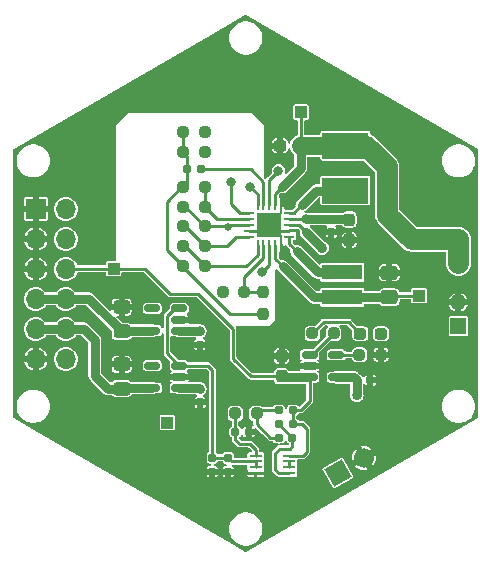
<source format=gbr>
%TF.GenerationSoftware,KiCad,Pcbnew,7.0.5*%
%TF.CreationDate,2023-06-06T16:57:07-04:00*%
%TF.ProjectId,PWR,5057522e-6b69-4636-9164-5f7063625858,rev?*%
%TF.SameCoordinates,Original*%
%TF.FileFunction,Copper,L1,Top*%
%TF.FilePolarity,Positive*%
%FSLAX46Y46*%
G04 Gerber Fmt 4.6, Leading zero omitted, Abs format (unit mm)*
G04 Created by KiCad (PCBNEW 7.0.5) date 2023-06-06 16:57:07*
%MOMM*%
%LPD*%
G01*
G04 APERTURE LIST*
G04 Aperture macros list*
%AMRoundRect*
0 Rectangle with rounded corners*
0 $1 Rounding radius*
0 $2 $3 $4 $5 $6 $7 $8 $9 X,Y pos of 4 corners*
0 Add a 4 corners polygon primitive as box body*
4,1,4,$2,$3,$4,$5,$6,$7,$8,$9,$2,$3,0*
0 Add four circle primitives for the rounded corners*
1,1,$1+$1,$2,$3*
1,1,$1+$1,$4,$5*
1,1,$1+$1,$6,$7*
1,1,$1+$1,$8,$9*
0 Add four rect primitives between the rounded corners*
20,1,$1+$1,$2,$3,$4,$5,0*
20,1,$1+$1,$4,$5,$6,$7,0*
20,1,$1+$1,$6,$7,$8,$9,0*
20,1,$1+$1,$8,$9,$2,$3,0*%
%AMHorizOval*
0 Thick line with rounded ends*
0 $1 width*
0 $2 $3 position (X,Y) of the first rounded end (center of the circle)*
0 $4 $5 position (X,Y) of the second rounded end (center of the circle)*
0 Add line between two ends*
20,1,$1,$2,$3,$4,$5,0*
0 Add two circle primitives to create the rounded ends*
1,1,$1,$2,$3*
1,1,$1,$4,$5*%
%AMRotRect*
0 Rectangle, with rotation*
0 The origin of the aperture is its center*
0 $1 length*
0 $2 width*
0 $3 Rotation angle, in degrees counterclockwise*
0 Add horizontal line*
21,1,$1,$2,0,0,$3*%
G04 Aperture macros list end*
%TA.AperFunction,SMDPad,CuDef*%
%ADD10RoundRect,0.155000X-0.212500X-0.155000X0.212500X-0.155000X0.212500X0.155000X-0.212500X0.155000X0*%
%TD*%
%TA.AperFunction,SMDPad,CuDef*%
%ADD11RoundRect,0.160000X0.160000X-0.197500X0.160000X0.197500X-0.160000X0.197500X-0.160000X-0.197500X0*%
%TD*%
%TA.AperFunction,SMDPad,CuDef*%
%ADD12RoundRect,0.237500X0.250000X0.237500X-0.250000X0.237500X-0.250000X-0.237500X0.250000X-0.237500X0*%
%TD*%
%TA.AperFunction,SMDPad,CuDef*%
%ADD13RoundRect,0.237500X0.237500X-0.300000X0.237500X0.300000X-0.237500X0.300000X-0.237500X-0.300000X0*%
%TD*%
%TA.AperFunction,SMDPad,CuDef*%
%ADD14RoundRect,0.150000X0.512500X0.150000X-0.512500X0.150000X-0.512500X-0.150000X0.512500X-0.150000X0*%
%TD*%
%TA.AperFunction,SMDPad,CuDef*%
%ADD15R,1.000000X1.000000*%
%TD*%
%TA.AperFunction,SMDPad,CuDef*%
%ADD16RoundRect,0.237500X-0.250000X-0.237500X0.250000X-0.237500X0.250000X0.237500X-0.250000X0.237500X0*%
%TD*%
%TA.AperFunction,SMDPad,CuDef*%
%ADD17R,3.900000X2.200000*%
%TD*%
%TA.AperFunction,SMDPad,CuDef*%
%ADD18RoundRect,0.237500X0.237500X-0.250000X0.237500X0.250000X-0.237500X0.250000X-0.237500X-0.250000X0*%
%TD*%
%TA.AperFunction,SMDPad,CuDef*%
%ADD19RoundRect,0.155000X-0.155000X0.212500X-0.155000X-0.212500X0.155000X-0.212500X0.155000X0.212500X0*%
%TD*%
%TA.AperFunction,SMDPad,CuDef*%
%ADD20RoundRect,0.062500X-0.062500X0.375000X-0.062500X-0.375000X0.062500X-0.375000X0.062500X0.375000X0*%
%TD*%
%TA.AperFunction,SMDPad,CuDef*%
%ADD21RoundRect,0.062500X-0.375000X0.062500X-0.375000X-0.062500X0.375000X-0.062500X0.375000X0.062500X0*%
%TD*%
%TA.AperFunction,SMDPad,CuDef*%
%ADD22R,2.000000X2.000000*%
%TD*%
%TA.AperFunction,SMDPad,CuDef*%
%ADD23RoundRect,0.237500X-0.237500X0.300000X-0.237500X-0.300000X0.237500X-0.300000X0.237500X0.300000X0*%
%TD*%
%TA.AperFunction,SMDPad,CuDef*%
%ADD24RoundRect,0.160000X-0.197500X-0.160000X0.197500X-0.160000X0.197500X0.160000X-0.197500X0.160000X0*%
%TD*%
%TA.AperFunction,SMDPad,CuDef*%
%ADD25RoundRect,0.250000X0.450000X-0.325000X0.450000X0.325000X-0.450000X0.325000X-0.450000X-0.325000X0*%
%TD*%
%TA.AperFunction,SMDPad,CuDef*%
%ADD26R,3.400000X1.300000*%
%TD*%
%TA.AperFunction,ComponentPad*%
%ADD27R,1.350000X1.350000*%
%TD*%
%TA.AperFunction,ComponentPad*%
%ADD28O,1.350000X1.350000*%
%TD*%
%TA.AperFunction,SMDPad,CuDef*%
%ADD29RoundRect,0.150000X-0.512500X-0.150000X0.512500X-0.150000X0.512500X0.150000X-0.512500X0.150000X0*%
%TD*%
%TA.AperFunction,SMDPad,CuDef*%
%ADD30RoundRect,0.237500X-0.287500X-0.237500X0.287500X-0.237500X0.287500X0.237500X-0.287500X0.237500X0*%
%TD*%
%TA.AperFunction,SMDPad,CuDef*%
%ADD31RoundRect,0.250000X0.475000X-0.337500X0.475000X0.337500X-0.475000X0.337500X-0.475000X-0.337500X0*%
%TD*%
%TA.AperFunction,ComponentPad*%
%ADD32RotRect,1.700000X1.700000X120.000000*%
%TD*%
%TA.AperFunction,ComponentPad*%
%ADD33HorizOval,1.700000X0.000000X0.000000X0.000000X0.000000X0*%
%TD*%
%TA.AperFunction,SMDPad,CuDef*%
%ADD34R,1.120000X0.270000*%
%TD*%
%TA.AperFunction,SMDPad,CuDef*%
%ADD35RoundRect,0.155000X0.212500X0.155000X-0.212500X0.155000X-0.212500X-0.155000X0.212500X-0.155000X0*%
%TD*%
%TA.AperFunction,SMDPad,CuDef*%
%ADD36RoundRect,0.237500X0.300000X0.237500X-0.300000X0.237500X-0.300000X-0.237500X0.300000X-0.237500X0*%
%TD*%
%TA.AperFunction,ComponentPad*%
%ADD37R,1.700000X1.700000*%
%TD*%
%TA.AperFunction,ComponentPad*%
%ADD38O,1.700000X1.700000*%
%TD*%
%TA.AperFunction,ViaPad*%
%ADD39C,0.660400*%
%TD*%
%TA.AperFunction,ViaPad*%
%ADD40C,0.863600*%
%TD*%
%TA.AperFunction,ViaPad*%
%ADD41C,0.800000*%
%TD*%
%TA.AperFunction,ViaPad*%
%ADD42C,0.762000*%
%TD*%
%TA.AperFunction,Conductor*%
%ADD43C,0.254000*%
%TD*%
%TA.AperFunction,Conductor*%
%ADD44C,0.152400*%
%TD*%
%TA.AperFunction,Conductor*%
%ADD45C,0.762000*%
%TD*%
%TA.AperFunction,Conductor*%
%ADD46C,1.778000*%
%TD*%
%TA.AperFunction,Conductor*%
%ADD47C,1.524000*%
%TD*%
G04 APERTURE END LIST*
D10*
%TO.P,C5,1*%
%TO.N,Net-(IC1-1A)*%
X146102500Y-107950000D03*
%TO.P,C5,2*%
%TO.N,GND*%
X147237500Y-107950000D03*
%TD*%
D11*
%TO.P,R3,1*%
%TO.N,GND*%
X144172510Y-111337494D03*
%TO.P,R3,2*%
%TO.N,/PWR_EN*%
X144172510Y-110142494D03*
%TD*%
D12*
%TO.P,R15,1*%
%TO.N,GND*%
X158442500Y-101440000D03*
%TO.P,R15,2*%
%TO.N,Net-(U4-PROG)*%
X156617500Y-101440000D03*
%TD*%
D13*
%TO.P,C4,1*%
%TO.N,/VBAT*%
X150030000Y-103252500D03*
%TO.P,C4,2*%
%TO.N,GND*%
X150030000Y-101527500D03*
%TD*%
D14*
%TO.P,U1,1,VIN*%
%TO.N,/VBAT*%
X141367500Y-99402500D03*
%TO.P,U1,2,GND*%
%TO.N,GND*%
X141367500Y-98452500D03*
%TO.P,U1,3,EN*%
%TO.N,/PWR_EN*%
X141367500Y-97502500D03*
%TO.P,U1,4,NC*%
%TO.N,unconnected-(U1-NC-Pad4)*%
X139092500Y-97502500D03*
%TO.P,U1,5,VOUT*%
%TO.N,+3V3*%
X139092500Y-99402500D03*
%TD*%
D10*
%TO.P,C13,1*%
%TO.N,+5V*%
X156392500Y-103590000D03*
%TO.P,C13,2*%
%TO.N,GND*%
X157527500Y-103590000D03*
%TD*%
D15*
%TO.P,TP1,1,1*%
%TO.N,/VBAT*%
X135820000Y-94140000D03*
%TD*%
D16*
%TO.P,R13,1*%
%TO.N,GND*%
X141683220Y-82594280D03*
%TO.P,R13,2*%
%TO.N,/~{EN}*%
X143508220Y-82594280D03*
%TD*%
D12*
%TO.P,R16,1*%
%TO.N,Net-(U4-STAT)*%
X154442500Y-99630000D03*
%TO.P,R16,2*%
%TO.N,Net-(D1-K)*%
X152617500Y-99630000D03*
%TD*%
D10*
%TO.P,C1,1*%
%TO.N,Net-(J1-Pin_1)*%
X149802500Y-108450000D03*
%TO.P,C1,2*%
%TO.N,Net-(IC1-2A)*%
X150937500Y-108450000D03*
%TD*%
D16*
%TO.P,R12,1*%
%TO.N,GND*%
X141683220Y-84294280D03*
%TO.P,R12,2*%
%TO.N,/VOUT_EN*%
X143508220Y-84294280D03*
%TD*%
D17*
%TO.P,L2,1*%
%TO.N,/SC*%
X155420000Y-83740000D03*
%TO.P,L2,2*%
%TO.N,Net-(U2-LBOOST)*%
X155420000Y-87540000D03*
%TD*%
D18*
%TO.P,R11,1*%
%TO.N,GND*%
X148420000Y-97952500D03*
%TO.P,R11,2*%
%TO.N,Net-(U2-VOUT_SET)*%
X148420000Y-96127500D03*
%TD*%
D16*
%TO.P,R5,1*%
%TO.N,Net-(IC1-1A)*%
X146097500Y-106400000D03*
%TO.P,R5,2*%
%TO.N,Net-(J1-Pin_1)*%
X147922500Y-106400000D03*
%TD*%
D19*
%TO.P,C11,1*%
%TO.N,/VBAT*%
X143130000Y-104322500D03*
%TO.P,C11,2*%
%TO.N,GND*%
X143130000Y-105457500D03*
%TD*%
D20*
%TO.P,U2,1,VSS*%
%TO.N,GND*%
X149995720Y-88756780D03*
%TO.P,U2,2,VIN_DC*%
%TO.N,/SC*%
X149495720Y-88756780D03*
%TO.P,U2,3,VOC_SAMP*%
%TO.N,Net-(U2-VOC_SAMP)*%
X148995720Y-88756780D03*
%TO.P,U2,4,VREF_SAMP*%
%TO.N,Net-(U2-VREF_SAMP)*%
X148495720Y-88756780D03*
%TO.P,U2,5,~{EN}*%
%TO.N,/~{EN}*%
X147995720Y-88756780D03*
D21*
%TO.P,U2,6,VOUT_EN*%
%TO.N,/VOUT_EN*%
X147308220Y-89444280D03*
%TO.P,U2,7,VBAT_OV*%
%TO.N,Net-(U2-VBAT_OV)*%
X147308220Y-89944280D03*
%TO.P,U2,8,VRDIV*%
%TO.N,Net-(U2-VRDIV)*%
X147308220Y-90444280D03*
%TO.P,U2,9,VSS*%
%TO.N,GND*%
X147308220Y-90944280D03*
%TO.P,U2,10,OK_HYST*%
%TO.N,Net-(U2-OK_HYST)*%
X147308220Y-91444280D03*
D20*
%TO.P,U2,11,OK_PROG*%
%TO.N,Net-(U2-OK_PROG)*%
X147995720Y-92131780D03*
%TO.P,U2,12,VOUT_SET*%
%TO.N,Net-(U2-VOUT_SET)*%
X148495720Y-92131780D03*
%TO.P,U2,13,VBAT_OK*%
%TO.N,/VBAT_OK*%
X148995720Y-92131780D03*
%TO.P,U2,14,VOUT*%
%TO.N,Net-(U2-VOUT)*%
X149495720Y-92131780D03*
%TO.P,U2,15,VSS*%
%TO.N,GND*%
X149995720Y-92131780D03*
D21*
%TO.P,U2,16,LBUCK*%
%TO.N,Net-(U2-LBUCK)*%
X150683220Y-91444280D03*
%TO.P,U2,17,VSS*%
%TO.N,GND*%
X150683220Y-90944280D03*
%TO.P,U2,18,VBAT*%
%TO.N,/VBAT*%
X150683220Y-90444280D03*
%TO.P,U2,19,VSTOR*%
%TO.N,Net-(U2-VOC_SAMP)*%
X150683220Y-89944280D03*
%TO.P,U2,20,LBOOST*%
%TO.N,Net-(U2-LBOOST)*%
X150683220Y-89444280D03*
D22*
%TO.P,U2,21,VSS*%
%TO.N,GND*%
X148995720Y-90444280D03*
%TD*%
D23*
%TO.P,C3,1*%
%TO.N,Net-(U2-VOC_SAMP)*%
X155755720Y-89981780D03*
%TO.P,C3,2*%
%TO.N,GND*%
X155755720Y-91706780D03*
%TD*%
D16*
%TO.P,R10,1*%
%TO.N,Net-(U2-OK_PROG)*%
X141683220Y-92254280D03*
%TO.P,R10,2*%
%TO.N,Net-(U2-OK_HYST)*%
X143508220Y-92254280D03*
%TD*%
D24*
%TO.P,R1,1*%
%TO.N,Net-(J1-Pin_1)*%
X149792500Y-106120000D03*
%TO.P,R1,2*%
%TO.N,/VBAT*%
X150987500Y-106120000D03*
%TD*%
D25*
%TO.P,C10,1*%
%TO.N,+3V3*%
X136480000Y-99455000D03*
%TO.P,C10,2*%
%TO.N,GND*%
X136480000Y-97405000D03*
%TD*%
D16*
%TO.P,R14,1*%
%TO.N,GND*%
X141683220Y-93954280D03*
%TO.P,R14,2*%
%TO.N,Net-(U2-OK_PROG)*%
X143508220Y-93954280D03*
%TD*%
D26*
%TO.P,L1,1*%
%TO.N,Net-(U2-LBUCK)*%
X155170000Y-94464280D03*
%TO.P,L1,2*%
%TO.N,Net-(U2-VOUT)*%
X155170000Y-96564280D03*
%TD*%
D19*
%TO.P,C2,1*%
%TO.N,Net-(U2-VOC_SAMP)*%
X154245720Y-89926780D03*
%TO.P,C2,2*%
%TO.N,GND*%
X154245720Y-91061780D03*
%TD*%
D27*
%TO.P,J4,1,Pin_1*%
%TO.N,/SC*%
X165000000Y-91700000D03*
D28*
%TO.P,J4,2,Pin_2*%
X165000000Y-93700000D03*
%TD*%
D29*
%TO.P,U4,1,STAT*%
%TO.N,Net-(U4-STAT)*%
X152392500Y-101440000D03*
%TO.P,U4,2,VSS*%
%TO.N,GND*%
X152392500Y-102390000D03*
%TO.P,U4,3,VBAT*%
%TO.N,/VBAT*%
X152392500Y-103340000D03*
%TO.P,U4,4,VDD*%
%TO.N,+5V*%
X154667500Y-103340000D03*
%TO.P,U4,5,PROG*%
%TO.N,Net-(U4-PROG)*%
X154667500Y-101440000D03*
%TD*%
D30*
%TO.P,D1,1,K*%
%TO.N,Net-(D1-K)*%
X156700000Y-99660000D03*
%TO.P,D1,2,A*%
%TO.N,+5V*%
X158450000Y-99660000D03*
%TD*%
D16*
%TO.P,R9,1*%
%TO.N,GND*%
X141687500Y-87200000D03*
%TO.P,R9,2*%
%TO.N,Net-(U2-VBAT_OV)*%
X143512500Y-87200000D03*
%TD*%
D19*
%TO.P,C9,1*%
%TO.N,/VBAT*%
X143110000Y-99432500D03*
%TO.P,C9,2*%
%TO.N,GND*%
X143110000Y-100567500D03*
%TD*%
D15*
%TO.P,TP3,1,1*%
%TO.N,/SC*%
X151670000Y-80890000D03*
%TD*%
D31*
%TO.P,C6,1*%
%TO.N,Net-(U2-VOUT)*%
X159145720Y-96551780D03*
%TO.P,C6,2*%
%TO.N,GND*%
X159145720Y-94476780D03*
%TD*%
D25*
%TO.P,C12,1*%
%TO.N,+1V8*%
X136480000Y-104305000D03*
%TO.P,C12,2*%
%TO.N,GND*%
X136480000Y-102255000D03*
%TD*%
D15*
%TO.P,TP4,1,1*%
%TO.N,+5V*%
X140350000Y-107180000D03*
%TD*%
D27*
%TO.P,J3,1,Pin_1*%
%TO.N,/VBAT*%
X165000000Y-99000000D03*
D28*
%TO.P,J3,2,Pin_2*%
%TO.N,GND*%
X165000000Y-97000000D03*
%TD*%
D32*
%TO.P,J1,1,Pin_1*%
%TO.N,Net-(J1-Pin_1)*%
X154795818Y-111437500D03*
D33*
%TO.P,J1,2,Pin_2*%
%TO.N,GND*%
X156995523Y-110167500D03*
%TD*%
D24*
%TO.P,R2,1*%
%TO.N,Net-(IC1-2A)*%
X149792500Y-107290000D03*
%TO.P,R2,2*%
%TO.N,/VBAT*%
X150987500Y-107290000D03*
%TD*%
D11*
%TO.P,R4,1*%
%TO.N,GND*%
X145502500Y-111347500D03*
%TO.P,R4,2*%
%TO.N,/PWR_EN*%
X145502500Y-110152500D03*
%TD*%
D34*
%TO.P,IC1,1,1A*%
%TO.N,Net-(IC1-1A)*%
X147847500Y-109970000D03*
%TO.P,IC1,2,1B*%
%TO.N,/PWR_EN*%
X147847500Y-110470000D03*
%TO.P,IC1,3,2Y*%
X147847500Y-110970000D03*
%TO.P,IC1,4,GND*%
%TO.N,GND*%
X147847500Y-111470000D03*
%TO.P,IC1,5,2A*%
%TO.N,Net-(IC1-2A)*%
X150657500Y-111470000D03*
%TO.P,IC1,6,2B*%
%TO.N,Net-(IC1-1Y)*%
X150657500Y-110970000D03*
%TO.P,IC1,7,1Y*%
X150657500Y-110470000D03*
%TO.P,IC1,8,VCC*%
%TO.N,/VBAT*%
X150657500Y-109970000D03*
%TD*%
D12*
%TO.P,R6,1*%
%TO.N,Net-(U2-VBAT_OV)*%
X143502500Y-88890000D03*
%TO.P,R6,2*%
%TO.N,Net-(U2-VRDIV)*%
X141677500Y-88890000D03*
%TD*%
D35*
%TO.P,C8,1*%
%TO.N,Net-(U2-VREF_SAMP)*%
X143163220Y-85724280D03*
%TO.P,C8,2*%
%TO.N,GND*%
X142028220Y-85724280D03*
%TD*%
D36*
%TO.P,C7,1*%
%TO.N,/SC*%
X151632500Y-83720000D03*
%TO.P,C7,2*%
%TO.N,GND*%
X149907500Y-83720000D03*
%TD*%
D16*
%TO.P,R7,1*%
%TO.N,Net-(U2-OK_HYST)*%
X141683220Y-90554280D03*
%TO.P,R7,2*%
%TO.N,Net-(U2-VRDIV)*%
X143508220Y-90554280D03*
%TD*%
D15*
%TO.P,TP2,1,1*%
%TO.N,Net-(U2-VOUT)*%
X161660000Y-96420000D03*
%TD*%
D14*
%TO.P,U3,1,VIN*%
%TO.N,/VBAT*%
X141367500Y-104252500D03*
%TO.P,U3,2,GND*%
%TO.N,GND*%
X141367500Y-103302500D03*
%TO.P,U3,3,EN*%
%TO.N,/PWR_EN*%
X141367500Y-102352500D03*
%TO.P,U3,4,NC*%
%TO.N,unconnected-(U3-NC-Pad4)*%
X139092500Y-102352500D03*
%TO.P,U3,5,VOUT*%
%TO.N,+1V8*%
X139092500Y-104252500D03*
%TD*%
D37*
%TO.P,J2,1,Pin_1*%
%TO.N,GND*%
X129225000Y-89100000D03*
D38*
%TO.P,J2,2,Pin_2*%
%TO.N,/~{EN}*%
X131765000Y-89100000D03*
%TO.P,J2,3,Pin_3*%
%TO.N,GND*%
X129225000Y-91640000D03*
%TO.P,J2,4,Pin_4*%
%TO.N,/VBAT_OK*%
X131765000Y-91640000D03*
%TO.P,J2,5,Pin_5*%
%TO.N,GND*%
X129225000Y-94180000D03*
%TO.P,J2,6,Pin_6*%
%TO.N,/VBAT*%
X131765000Y-94180000D03*
%TO.P,J2,7,Pin_7*%
%TO.N,+3V3*%
X129225000Y-96720000D03*
%TO.P,J2,8,Pin_8*%
X131765000Y-96720000D03*
%TO.P,J2,9,Pin_9*%
%TO.N,+1V8*%
X129225000Y-99260000D03*
%TO.P,J2,10,Pin_10*%
X131765000Y-99260000D03*
%TO.P,J2,11,Pin_11*%
%TO.N,GND*%
X129225000Y-101800000D03*
%TO.P,J2,12,Pin_12*%
%TO.N,+5V*%
X131765000Y-101800000D03*
%TD*%
D12*
%TO.P,R8,1*%
%TO.N,Net-(U2-VOUT_SET)*%
X146852500Y-96110000D03*
%TO.P,R8,2*%
%TO.N,Net-(U2-VRDIV)*%
X145027500Y-96110000D03*
%TD*%
D39*
%TO.N,Net-(J1-Pin_1)*%
X149802494Y-108449999D03*
%TO.N,GND*%
X133650000Y-90160000D03*
X155740000Y-92990000D03*
X139650000Y-80160000D03*
X159650000Y-107160000D03*
X161650000Y-107160000D03*
X151650000Y-76160000D03*
X135650000Y-90160000D03*
X136650000Y-109160000D03*
X161650000Y-87160000D03*
X142650000Y-113160000D03*
X141650000Y-78160000D03*
X137650000Y-80160000D03*
X134650000Y-109160000D03*
X165650000Y-101160000D03*
X153650000Y-78160000D03*
X151650000Y-78160000D03*
X148410000Y-89870000D03*
X150650000Y-115160000D03*
X133650000Y-82160000D03*
X136650000Y-111160000D03*
X146650000Y-113160000D03*
X149650000Y-76160000D03*
X147650000Y-80160000D03*
X149650000Y-80160000D03*
X145650000Y-80160000D03*
X135650000Y-86160000D03*
X163650000Y-83160000D03*
X135650000Y-84160000D03*
X151190000Y-87610000D03*
X159650000Y-83160000D03*
X143650000Y-80160000D03*
X163650000Y-89160000D03*
X159650000Y-81160000D03*
X157650000Y-80160000D03*
X157670000Y-95250000D03*
X147650000Y-78160000D03*
X161650000Y-89160000D03*
X163650000Y-87160000D03*
X155280000Y-85610000D03*
X138650000Y-109160000D03*
X148410000Y-90944280D03*
X163650000Y-103160000D03*
X159650000Y-105160000D03*
X132650000Y-107160000D03*
X149650000Y-82160000D03*
X131650000Y-86160000D03*
X135650000Y-82160000D03*
X161650000Y-105160000D03*
X152730000Y-85570000D03*
X149650000Y-78160000D03*
X165650000Y-89160000D03*
X153650000Y-80160000D03*
X149565720Y-90944280D03*
X144650000Y-113160000D03*
X159650000Y-109160000D03*
X142650000Y-115160000D03*
X150650000Y-113160000D03*
X161650000Y-85160000D03*
X143650000Y-76160000D03*
X143650000Y-78160000D03*
X157650000Y-107160000D03*
X148410000Y-97950000D03*
X152650000Y-113160000D03*
X138650000Y-111160000D03*
X132650000Y-105160000D03*
X155650000Y-80160000D03*
X136650000Y-107160000D03*
X145650000Y-78160000D03*
X163650000Y-101160000D03*
X139650000Y-78160000D03*
X134650000Y-107160000D03*
X149555000Y-89885000D03*
X148650000Y-113160000D03*
X135650000Y-80160000D03*
X165650000Y-87160000D03*
X161650000Y-83160000D03*
X133650000Y-84160000D03*
X140650000Y-113160000D03*
X133650000Y-86160000D03*
X141650000Y-80160000D03*
X161650000Y-103160000D03*
D40*
%TO.N,/VBAT*%
X153450011Y-92380003D03*
D41*
X150030000Y-103252500D03*
X143130000Y-99420000D03*
X143130000Y-104320000D03*
%TO.N,Net-(U2-VOC_SAMP)*%
X152125720Y-89944280D03*
X149760000Y-85850000D03*
%TO.N,+5V*%
X158500000Y-99640000D03*
D40*
X156390010Y-104869996D03*
D42*
X140350011Y-107179999D03*
D41*
%TO.N,/~{EN}*%
X147345720Y-87204280D03*
X143508220Y-82594280D03*
%TO.N,/VBAT_OK*%
X148375720Y-94464280D03*
%TO.N,/VOUT_EN*%
X145725720Y-86784280D03*
X143508220Y-84294280D03*
D39*
%TO.N,Net-(U2-VRDIV)*%
X145027500Y-96110000D03*
X145450000Y-90650000D03*
%TD*%
D43*
%TO.N,Net-(J1-Pin_1)*%
X149792500Y-106120000D02*
X148202500Y-106120000D01*
X149080000Y-108450000D02*
X149802500Y-108450000D01*
X147922500Y-106400000D02*
X147922500Y-107292500D01*
X147922500Y-107292500D02*
X149080000Y-108450000D01*
X148202500Y-106120000D02*
X147922500Y-106400000D01*
%TO.N,Net-(IC1-2A)*%
X149480000Y-111160000D02*
X149480000Y-109760000D01*
X150657500Y-111470000D02*
X149790000Y-111470000D01*
X149480000Y-109760000D02*
X149860000Y-109380000D01*
X149860000Y-109380000D02*
X150720000Y-109380000D01*
X149792500Y-107305000D02*
X150937500Y-108450000D01*
X149790000Y-111470000D02*
X149480000Y-111160000D01*
X149792500Y-107290000D02*
X149792500Y-107305000D01*
X150937500Y-109162500D02*
X150937500Y-108450000D01*
X150720000Y-109380000D02*
X150937500Y-109162500D01*
%TO.N,GND*%
X142028220Y-85724280D02*
X142028220Y-84639280D01*
X141683220Y-93984227D02*
X145648993Y-97950000D01*
D44*
X149995720Y-91374280D02*
X149565720Y-90944280D01*
D43*
X141687500Y-87100000D02*
X140310000Y-88477500D01*
X140310000Y-88477500D02*
X140310000Y-92581060D01*
X142028220Y-84639280D02*
X141683220Y-84294280D01*
D44*
X149995720Y-88756780D02*
X149995720Y-89444280D01*
D43*
X148495720Y-90944280D02*
X148995720Y-90444280D01*
X142028220Y-86859280D02*
X141687500Y-87200000D01*
X150683220Y-90944280D02*
X149495720Y-90944280D01*
X145648993Y-97950000D02*
X148410000Y-97950000D01*
D44*
X149995720Y-92131780D02*
X149995720Y-91374280D01*
D43*
X141683220Y-93954280D02*
X141683220Y-93984227D01*
D44*
X149555000Y-89885000D02*
X148995720Y-90444280D01*
D43*
X147308220Y-90944280D02*
X148495720Y-90944280D01*
X140310000Y-92581060D02*
X141683220Y-93954280D01*
D44*
X149995720Y-89444280D02*
X149555000Y-89885000D01*
D43*
X142028220Y-85724280D02*
X142028220Y-86859280D01*
X141683220Y-84294280D02*
X141683220Y-82594280D01*
X149495720Y-90944280D02*
X148995720Y-90444280D01*
%TO.N,/VBAT*%
X152392500Y-105377500D02*
X152392500Y-103340000D01*
X135815989Y-94135989D02*
X135820000Y-94140000D01*
X150683220Y-90444280D02*
X151484280Y-90444280D01*
X140570000Y-96280000D02*
X142950000Y-96280000D01*
D45*
X152392500Y-103340000D02*
X150117500Y-103340000D01*
D43*
X151484280Y-90444280D02*
X152110000Y-91070000D01*
X151740000Y-107290000D02*
X150987500Y-107290000D01*
D45*
X150117500Y-103340000D02*
X150030000Y-103252500D01*
D43*
X145930000Y-101770000D02*
X147412500Y-103252500D01*
X152140000Y-109650000D02*
X152140000Y-107690000D01*
X151650000Y-106120000D02*
X152392500Y-105377500D01*
X138430000Y-94140000D02*
X140570000Y-96280000D01*
D45*
X143062500Y-104252500D02*
X143130000Y-104320000D01*
D43*
X151820000Y-109970000D02*
X152140000Y-109650000D01*
X150657500Y-109970000D02*
X151820000Y-109970000D01*
D45*
X141367500Y-99402500D02*
X143112500Y-99402500D01*
X141367500Y-104252500D02*
X143062500Y-104252500D01*
D43*
X150987500Y-106120000D02*
X150987500Y-107290000D01*
X150987500Y-106120000D02*
X151650000Y-106120000D01*
X131765000Y-94135989D02*
X135815989Y-94135989D01*
D45*
X152110000Y-91070000D02*
X153420000Y-92380000D01*
X153420000Y-92380000D02*
X153450000Y-92380000D01*
D43*
X152140000Y-107690000D02*
X151740000Y-107290000D01*
X145930000Y-99260000D02*
X145930000Y-101770000D01*
X142950000Y-96280000D02*
X145930000Y-99260000D01*
X135820000Y-94140000D02*
X138430000Y-94140000D01*
X147412500Y-103252500D02*
X150030000Y-103252500D01*
D45*
X143112500Y-99402500D02*
X143130000Y-99420000D01*
D43*
%TO.N,Net-(U2-VOC_SAMP)*%
X150683220Y-89944280D02*
X152125720Y-89944280D01*
D45*
X155700720Y-89926780D02*
X155755720Y-89981780D01*
X154245720Y-89926780D02*
X155700720Y-89926780D01*
X152125720Y-89944280D02*
X154178220Y-89944280D01*
D43*
X148995720Y-88756780D02*
X148995720Y-86614280D01*
X148995720Y-86614280D02*
X149760000Y-85850000D01*
D46*
%TO.N,/SC*%
X158950000Y-89560000D02*
X161050000Y-91660000D01*
D45*
X151630000Y-85660000D02*
X150095000Y-87195000D01*
D46*
X157200000Y-83740000D02*
X158950000Y-85490000D01*
X155420000Y-83740000D02*
X157200000Y-83740000D01*
X158950000Y-85490000D02*
X158950000Y-89560000D01*
X161050000Y-91660000D02*
X165000000Y-91660000D01*
D43*
X151670000Y-83682500D02*
X151632500Y-83720000D01*
D46*
X165000000Y-91699994D02*
X165000000Y-93699990D01*
D43*
X151670000Y-80890000D02*
X151670000Y-83682500D01*
D47*
X155420000Y-83740000D02*
X151652500Y-83740000D01*
D45*
X151632500Y-83720000D02*
X151630000Y-83722500D01*
X151630000Y-83722500D02*
X151630000Y-85660000D01*
D43*
X149495720Y-88756780D02*
X149495720Y-87794280D01*
X149495720Y-87794280D02*
X150095000Y-87195000D01*
%TO.N,Net-(IC1-1A)*%
X146102500Y-107950000D02*
X146102500Y-108612500D01*
X146097500Y-107945000D02*
X146102500Y-107950000D01*
X146097500Y-106400000D02*
X146097500Y-107945000D01*
X146102500Y-108612500D02*
X146480000Y-108990000D01*
X147847500Y-109487500D02*
X147847500Y-109970000D01*
X147350000Y-108990000D02*
X147847500Y-109487500D01*
X146480000Y-108990000D02*
X147350000Y-108990000D01*
D45*
%TO.N,+3V3*%
X129225000Y-96675989D02*
X131765000Y-96675989D01*
X133700989Y-96675989D02*
X136480000Y-99455000D01*
X131765000Y-96675989D02*
X133700989Y-96675989D01*
X139092500Y-99402500D02*
X136532500Y-99402500D01*
X136532500Y-99402500D02*
X136480000Y-99455000D01*
%TO.N,+1V8*%
X133275989Y-99215989D02*
X134210000Y-100150000D01*
X134210000Y-103200000D02*
X135315000Y-104305000D01*
X136532500Y-104252500D02*
X136480000Y-104305000D01*
X139092500Y-104252500D02*
X136532500Y-104252500D01*
X135315000Y-104305000D02*
X136480000Y-104305000D01*
X129225000Y-99215989D02*
X131765000Y-99215989D01*
X131765000Y-99215989D02*
X133275989Y-99215989D01*
X134210000Y-100150000D02*
X134210000Y-103200000D01*
%TO.N,+5V*%
X156390000Y-103592500D02*
X156392500Y-103590000D01*
X156142500Y-103340000D02*
X156392500Y-103590000D01*
X154667500Y-103340000D02*
X156142500Y-103340000D01*
X156390000Y-104870000D02*
X156390000Y-103592500D01*
%TO.N,Net-(U2-VOUT)*%
X159133220Y-96564280D02*
X159145720Y-96551780D01*
D43*
X149495720Y-92131780D02*
X149495720Y-93325720D01*
X161660000Y-96420000D02*
X159277500Y-96420000D01*
D45*
X152734280Y-96564280D02*
X150130000Y-93960000D01*
X155170000Y-96564280D02*
X159133220Y-96564280D01*
D43*
X149495720Y-93325720D02*
X150130000Y-93960000D01*
X159277500Y-96420000D02*
X159145720Y-96551780D01*
D45*
X155170000Y-96564280D02*
X152734280Y-96564280D01*
D43*
%TO.N,/PWR_EN*%
X144172510Y-110142494D02*
X144172510Y-102752510D01*
X147847500Y-110470000D02*
X145820000Y-110470000D01*
X140340000Y-98143599D02*
X140340000Y-101325000D01*
X147847500Y-110470000D02*
X147847500Y-110970000D01*
X145492494Y-110142494D02*
X145502500Y-110152500D01*
X143772500Y-102352500D02*
X141367500Y-102352500D01*
X141367500Y-97502500D02*
X140981099Y-97502500D01*
X140981099Y-97502500D02*
X140340000Y-98143599D01*
X140340000Y-101325000D02*
X141367500Y-102352500D01*
X145820000Y-110470000D02*
X145502500Y-110152500D01*
X144172510Y-102752510D02*
X143772500Y-102352500D01*
X144172510Y-110142494D02*
X145492494Y-110142494D01*
%TO.N,/~{EN}*%
X147995720Y-87854280D02*
X147345720Y-87204280D01*
X147995720Y-88756780D02*
X147995720Y-87854280D01*
%TO.N,/VBAT_OK*%
X148995720Y-93844280D02*
X148375720Y-94464280D01*
X148995720Y-92131780D02*
X148995720Y-93844280D01*
%TO.N,Net-(U2-VREF_SAMP)*%
X147405720Y-85724280D02*
X143163220Y-85724280D01*
X148495720Y-86814280D02*
X147405720Y-85724280D01*
X148495720Y-88756780D02*
X148495720Y-86814280D01*
%TO.N,Net-(D1-K)*%
X153587500Y-98660000D02*
X155700000Y-98660000D01*
X155700000Y-98660000D02*
X156700000Y-99660000D01*
X152617500Y-99630000D02*
X153587500Y-98660000D01*
%TO.N,Net-(IC1-1Y)*%
X150657500Y-110970000D02*
X150657500Y-110470000D01*
D45*
%TO.N,Net-(U2-LBUCK)*%
X153104280Y-94464280D02*
X151295000Y-92655000D01*
X155170000Y-94464280D02*
X153104280Y-94464280D01*
D43*
X150683220Y-92043220D02*
X151295000Y-92655000D01*
X150683220Y-91444280D02*
X150683220Y-92043220D01*
D45*
%TO.N,Net-(U2-LBOOST)*%
X155420000Y-87540000D02*
X152960000Y-87540000D01*
D43*
X150683220Y-89444280D02*
X151025720Y-89444280D01*
X151055720Y-89444280D02*
X151620720Y-88879280D01*
D45*
X152960000Y-87540000D02*
X151735720Y-88764280D01*
D43*
X151025720Y-89444280D02*
X151055720Y-89444280D01*
X151620720Y-88879280D02*
X151735720Y-88764280D01*
%TO.N,/VOUT_EN*%
X147308220Y-89444280D02*
X146515720Y-89444280D01*
X146325720Y-89254280D02*
X145725720Y-88654280D01*
X146515720Y-89444280D02*
X146325720Y-89254280D01*
X145725720Y-88654280D02*
X145725720Y-86784280D01*
%TO.N,Net-(U2-VRDIV)*%
X141677500Y-88890000D02*
X141843940Y-88890000D01*
X141843940Y-88890000D02*
X143508220Y-90554280D01*
X147308220Y-90444280D02*
X145655720Y-90444280D01*
X145655720Y-90444280D02*
X145450000Y-90650000D01*
X145354280Y-90554280D02*
X145450000Y-90650000D01*
X143508220Y-90554280D02*
X145354280Y-90554280D01*
%TO.N,Net-(U2-VBAT_OV)*%
X144556780Y-89944280D02*
X143502500Y-88890000D01*
X147308220Y-89944280D02*
X144556780Y-89944280D01*
X143512500Y-87200000D02*
X143512500Y-88880000D01*
X143512500Y-88880000D02*
X143502500Y-88890000D01*
%TO.N,Net-(U2-OK_HYST)*%
X146185720Y-91444280D02*
X145375720Y-92254280D01*
X141683220Y-90554280D02*
X141808220Y-90554280D01*
X141808220Y-90554280D02*
X143508220Y-92254280D01*
X147308220Y-91444280D02*
X146185720Y-91444280D01*
X145375720Y-92254280D02*
X143508220Y-92254280D01*
%TO.N,Net-(U2-VOUT_SET)*%
X148495720Y-93214280D02*
X146852500Y-94857500D01*
X148402500Y-96110000D02*
X148420000Y-96127500D01*
X146852500Y-96110000D02*
X148402500Y-96110000D01*
X148495720Y-92131780D02*
X148495720Y-93214280D01*
X146852500Y-94857500D02*
X146852500Y-96110000D01*
%TO.N,Net-(U2-OK_PROG)*%
X147035720Y-93954280D02*
X147995720Y-92994280D01*
X141683220Y-92254280D02*
X141808220Y-92254280D01*
X141808220Y-92254280D02*
X143508220Y-93954280D01*
X143508220Y-93954280D02*
X147035720Y-93954280D01*
X147995720Y-92994280D02*
X147995720Y-92131780D01*
%TO.N,Net-(U4-PROG)*%
X154667500Y-101440000D02*
X156617500Y-101440000D01*
%TO.N,Net-(U4-STAT)*%
X152632500Y-101440000D02*
X154442500Y-99630000D01*
X152392500Y-101440000D02*
X152632500Y-101440000D01*
%TD*%
%TA.AperFunction,Conductor*%
%TO.N,GND*%
G36*
X147043946Y-72689881D02*
G01*
X166650750Y-84009873D01*
X166689399Y-84055933D01*
X166694700Y-84085997D01*
X166694700Y-106725978D01*
X166674135Y-106782479D01*
X166650750Y-106802102D01*
X147043949Y-118122094D01*
X146984735Y-118132535D01*
X146956049Y-118122094D01*
X145978254Y-117557564D01*
X143610602Y-116190599D01*
X145589884Y-116190599D01*
X145609115Y-116422695D01*
X145609116Y-116422701D01*
X145666286Y-116648459D01*
X145666289Y-116648467D01*
X145737987Y-116811920D01*
X145759840Y-116861740D01*
X145759844Y-116861746D01*
X145887215Y-117056704D01*
X145887216Y-117056706D01*
X145887220Y-117056710D01*
X146044954Y-117228055D01*
X146228740Y-117371101D01*
X146433563Y-117481946D01*
X146653837Y-117557566D01*
X146653839Y-117557566D01*
X146653841Y-117557567D01*
X146883550Y-117595899D01*
X146883554Y-117595899D01*
X147116450Y-117595899D01*
X147346158Y-117557567D01*
X147346158Y-117557566D01*
X147346163Y-117557566D01*
X147566437Y-117481946D01*
X147771260Y-117371101D01*
X147955046Y-117228055D01*
X148112780Y-117056710D01*
X148240160Y-116861740D01*
X148333712Y-116648463D01*
X148390884Y-116422696D01*
X148410116Y-116190599D01*
X148390884Y-115958502D01*
X148390883Y-115958496D01*
X148333713Y-115732738D01*
X148333710Y-115732730D01*
X148240164Y-115519468D01*
X148240160Y-115519458D01*
X148159435Y-115395899D01*
X148112784Y-115324493D01*
X148112783Y-115324491D01*
X147955050Y-115153147D01*
X147955048Y-115153146D01*
X147955046Y-115153143D01*
X147771260Y-115010097D01*
X147566437Y-114899252D01*
X147566433Y-114899250D01*
X147566430Y-114899249D01*
X147346167Y-114823633D01*
X147346158Y-114823630D01*
X147116450Y-114785299D01*
X147116446Y-114785299D01*
X146883554Y-114785299D01*
X146883550Y-114785299D01*
X146653841Y-114823630D01*
X146653832Y-114823633D01*
X146433569Y-114899249D01*
X146228740Y-115010097D01*
X146044949Y-115153147D01*
X145887216Y-115324491D01*
X145887215Y-115324493D01*
X145759844Y-115519451D01*
X145759835Y-115519468D01*
X145666289Y-115732730D01*
X145666286Y-115732738D01*
X145609116Y-115958496D01*
X145609115Y-115958502D01*
X145589884Y-116190599D01*
X143610602Y-116190599D01*
X141176551Y-114785299D01*
X135644718Y-111591494D01*
X143702729Y-111591494D01*
X143706100Y-111617094D01*
X143752658Y-111716942D01*
X143830561Y-111794845D01*
X143918509Y-111835854D01*
X143918510Y-111835854D01*
X144426510Y-111835854D01*
X144514458Y-111794845D01*
X144592361Y-111716942D01*
X144638919Y-111617094D01*
X144640973Y-111601500D01*
X145032719Y-111601500D01*
X145036090Y-111627100D01*
X145082648Y-111726948D01*
X145160551Y-111804851D01*
X145248499Y-111845860D01*
X145248500Y-111845860D01*
X145248500Y-111601500D01*
X145756500Y-111601500D01*
X145756500Y-111845860D01*
X145844448Y-111804851D01*
X145922351Y-111726948D01*
X145968909Y-111627100D01*
X145969843Y-111620010D01*
X147135100Y-111620010D01*
X147143942Y-111664465D01*
X147177623Y-111714870D01*
X147177629Y-111714876D01*
X147228034Y-111748557D01*
X147272490Y-111757400D01*
X147712499Y-111757400D01*
X147712500Y-111757399D01*
X147982500Y-111757399D01*
X147982501Y-111757400D01*
X148422510Y-111757400D01*
X148466965Y-111748557D01*
X148517370Y-111714876D01*
X148517376Y-111714870D01*
X148551057Y-111664465D01*
X148559900Y-111620010D01*
X148559900Y-111605000D01*
X147982501Y-111605000D01*
X147982500Y-111605001D01*
X147982500Y-111757399D01*
X147712500Y-111757399D01*
X147712500Y-111757398D01*
X147712500Y-111605001D01*
X147712499Y-111605000D01*
X147135101Y-111605000D01*
X147135100Y-111605001D01*
X147135100Y-111620010D01*
X145969843Y-111620010D01*
X145972281Y-111601500D01*
X145756500Y-111601500D01*
X145248500Y-111601500D01*
X145032719Y-111601500D01*
X144640973Y-111601500D01*
X144642291Y-111591494D01*
X144426511Y-111591494D01*
X144426510Y-111591495D01*
X144426510Y-111835854D01*
X143918510Y-111835854D01*
X143918510Y-111591495D01*
X143918509Y-111591494D01*
X143702729Y-111591494D01*
X135644718Y-111591494D01*
X128895893Y-107695058D01*
X139697100Y-107695058D01*
X139703919Y-107729338D01*
X139705972Y-107739658D01*
X139739766Y-107790234D01*
X139754955Y-107800383D01*
X139790341Y-107824028D01*
X139797741Y-107825499D01*
X139834943Y-107832900D01*
X140865056Y-107832899D01*
X140865058Y-107832899D01*
X140877750Y-107830374D01*
X140909658Y-107824028D01*
X140960234Y-107790234D01*
X140994028Y-107739658D01*
X141002900Y-107695057D01*
X141002899Y-106664944D01*
X141002899Y-106664943D01*
X141002899Y-106664941D01*
X140998499Y-106642822D01*
X140994028Y-106620342D01*
X140960234Y-106569766D01*
X140950343Y-106563157D01*
X140909658Y-106535971D01*
X140872456Y-106528571D01*
X140865057Y-106527100D01*
X140865056Y-106527100D01*
X139834941Y-106527100D01*
X139790341Y-106535972D01*
X139739767Y-106569765D01*
X139739764Y-106569768D01*
X139705971Y-106620341D01*
X139697100Y-106664943D01*
X139697100Y-107695058D01*
X128895893Y-107695058D01*
X127349250Y-106802103D01*
X127310601Y-106756043D01*
X127305300Y-106725979D01*
X127305300Y-105798293D01*
X127589884Y-105798293D01*
X127609115Y-106030390D01*
X127609116Y-106030396D01*
X127666286Y-106256154D01*
X127666289Y-106256162D01*
X127743112Y-106431299D01*
X127759840Y-106469435D01*
X127759844Y-106469441D01*
X127887215Y-106664399D01*
X127887216Y-106664401D01*
X128033841Y-106823679D01*
X128044954Y-106835750D01*
X128228740Y-106978796D01*
X128433563Y-107089641D01*
X128653837Y-107165261D01*
X128653839Y-107165261D01*
X128653841Y-107165262D01*
X128883550Y-107203594D01*
X128883554Y-107203594D01*
X129116450Y-107203594D01*
X129346158Y-107165262D01*
X129346158Y-107165261D01*
X129346163Y-107165261D01*
X129566437Y-107089641D01*
X129771260Y-106978796D01*
X129955046Y-106835750D01*
X130112780Y-106664405D01*
X130240160Y-106469435D01*
X130333712Y-106256158D01*
X130390884Y-106030391D01*
X130410116Y-105798294D01*
X130403288Y-105715893D01*
X142667601Y-105715893D01*
X142670581Y-105741597D01*
X142670583Y-105741601D01*
X142717002Y-105846730D01*
X142798270Y-105927998D01*
X142876000Y-105962319D01*
X142876000Y-105962318D01*
X143384000Y-105962318D01*
X143461729Y-105927998D01*
X143542997Y-105846730D01*
X143589417Y-105741600D01*
X143592398Y-105715908D01*
X143592400Y-105715889D01*
X143592400Y-105711501D01*
X143592399Y-105711500D01*
X143384001Y-105711500D01*
X143384000Y-105711501D01*
X143384000Y-105962318D01*
X142876000Y-105962318D01*
X142876000Y-105711500D01*
X142667602Y-105711500D01*
X142667601Y-105711501D01*
X142667601Y-105715893D01*
X130403288Y-105715893D01*
X130390884Y-105566197D01*
X130390883Y-105566191D01*
X130333713Y-105340433D01*
X130333710Y-105340425D01*
X130271723Y-105199110D01*
X130240160Y-105127153D01*
X130148595Y-104987002D01*
X130112784Y-104932188D01*
X130112783Y-104932186D01*
X129955050Y-104760842D01*
X129955048Y-104760841D01*
X129955046Y-104760838D01*
X129771260Y-104617792D01*
X129566437Y-104506947D01*
X129566433Y-104506945D01*
X129566430Y-104506944D01*
X129346167Y-104431328D01*
X129346158Y-104431325D01*
X129116450Y-104392994D01*
X129116446Y-104392994D01*
X128883554Y-104392994D01*
X128883550Y-104392994D01*
X128653841Y-104431325D01*
X128653832Y-104431328D01*
X128433569Y-104506944D01*
X128433564Y-104506946D01*
X128433563Y-104506947D01*
X128228740Y-104617792D01*
X128061048Y-104748312D01*
X128044949Y-104760842D01*
X127887216Y-104932186D01*
X127887215Y-104932188D01*
X127759844Y-105127146D01*
X127759835Y-105127163D01*
X127666289Y-105340425D01*
X127666286Y-105340433D01*
X127609116Y-105566191D01*
X127609115Y-105566197D01*
X127589884Y-105798293D01*
X127305300Y-105798293D01*
X127305300Y-101545999D01*
X128254544Y-101545999D01*
X128254545Y-101546000D01*
X128793884Y-101546000D01*
X128765507Y-101590156D01*
X128725000Y-101728111D01*
X128725000Y-101871889D01*
X128765507Y-102009844D01*
X128793884Y-102054000D01*
X128254545Y-102054000D01*
X128294419Y-102185452D01*
X128387504Y-102359601D01*
X128512759Y-102512224D01*
X128512775Y-102512240D01*
X128665398Y-102637495D01*
X128665397Y-102637495D01*
X128839547Y-102730580D01*
X128970999Y-102770455D01*
X128971000Y-102770454D01*
X128971000Y-102233674D01*
X129082685Y-102284680D01*
X129189237Y-102300000D01*
X129260763Y-102300000D01*
X129367315Y-102284680D01*
X129479000Y-102233674D01*
X129479000Y-102770455D01*
X129610452Y-102730580D01*
X129784601Y-102637495D01*
X129937224Y-102512240D01*
X129937240Y-102512224D01*
X130062495Y-102359601D01*
X130155580Y-102185452D01*
X130195455Y-102054000D01*
X129656116Y-102054000D01*
X129684493Y-102009844D01*
X129725000Y-101871889D01*
X129725000Y-101800000D01*
X130757247Y-101800000D01*
X130774915Y-101979387D01*
X130776612Y-101996609D01*
X130825350Y-102157274D01*
X130833958Y-102185650D01*
X130927084Y-102359878D01*
X131052411Y-102512589D01*
X131205122Y-102637916D01*
X131379350Y-102731042D01*
X131482984Y-102762479D01*
X131558988Y-102785535D01*
X131568397Y-102788389D01*
X131765000Y-102807753D01*
X131961603Y-102788389D01*
X132150650Y-102731042D01*
X132324878Y-102637916D01*
X132477589Y-102512589D01*
X132602916Y-102359878D01*
X132696042Y-102185650D01*
X132753389Y-101996603D01*
X132772753Y-101800000D01*
X132753389Y-101603397D01*
X132696042Y-101414350D01*
X132602916Y-101240122D01*
X132477589Y-101087411D01*
X132324878Y-100962084D01*
X132150650Y-100868958D01*
X132150649Y-100868957D01*
X132150648Y-100868957D01*
X131961609Y-100811612D01*
X131961604Y-100811611D01*
X131961603Y-100811611D01*
X131765000Y-100792247D01*
X131764999Y-100792247D01*
X131717657Y-100796909D01*
X131568397Y-100811611D01*
X131568395Y-100811611D01*
X131568390Y-100811612D01*
X131379351Y-100868957D01*
X131205121Y-100962084D01*
X131052413Y-101087409D01*
X131052409Y-101087413D01*
X130927084Y-101240121D01*
X130833957Y-101414351D01*
X130776612Y-101603390D01*
X130776611Y-101603395D01*
X130776611Y-101603397D01*
X130763111Y-101740465D01*
X130759565Y-101776470D01*
X130757247Y-101800000D01*
X129725000Y-101800000D01*
X129725000Y-101728111D01*
X129684493Y-101590156D01*
X129656116Y-101546000D01*
X130195455Y-101546000D01*
X130195455Y-101545999D01*
X130155580Y-101414547D01*
X130062495Y-101240398D01*
X129937240Y-101087775D01*
X129937224Y-101087759D01*
X129784601Y-100962504D01*
X129784602Y-100962504D01*
X129610458Y-100869422D01*
X129479000Y-100829544D01*
X129478999Y-101366325D01*
X129367315Y-101315320D01*
X129260763Y-101300000D01*
X129189237Y-101300000D01*
X129082685Y-101315320D01*
X128971000Y-101366325D01*
X128971000Y-100829544D01*
X128839541Y-100869422D01*
X128665398Y-100962504D01*
X128512775Y-101087759D01*
X128512759Y-101087775D01*
X128387504Y-101240398D01*
X128294419Y-101414547D01*
X128254544Y-101545999D01*
X127305300Y-101545999D01*
X127305300Y-99260000D01*
X128217247Y-99260000D01*
X128232449Y-99414348D01*
X128236612Y-99456609D01*
X128287102Y-99623050D01*
X128293958Y-99645650D01*
X128387084Y-99819878D01*
X128512411Y-99972589D01*
X128665122Y-100097916D01*
X128839350Y-100191042D01*
X129028397Y-100248389D01*
X129225000Y-100267753D01*
X129421603Y-100248389D01*
X129610650Y-100191042D01*
X129784878Y-100097916D01*
X129937589Y-99972589D01*
X130062916Y-99819878D01*
X130075490Y-99796352D01*
X130120261Y-99756218D01*
X130153011Y-99749889D01*
X130836989Y-99749889D01*
X130893490Y-99770454D01*
X130914508Y-99796351D01*
X130927084Y-99819878D01*
X131052411Y-99972589D01*
X131205122Y-100097916D01*
X131379350Y-100191042D01*
X131568397Y-100248389D01*
X131765000Y-100267753D01*
X131961603Y-100248389D01*
X132150650Y-100191042D01*
X132324878Y-100097916D01*
X132477589Y-99972589D01*
X132602916Y-99819878D01*
X132615490Y-99796352D01*
X132660261Y-99756218D01*
X132693011Y-99749889D01*
X133018430Y-99749889D01*
X133074931Y-99770454D01*
X133080585Y-99775634D01*
X133650354Y-100345403D01*
X133675765Y-100399897D01*
X133676099Y-100407558D01*
X133676100Y-103190119D01*
X133676074Y-103191619D01*
X133673906Y-103255110D01*
X133673906Y-103255114D01*
X133684265Y-103297626D01*
X133685105Y-103302047D01*
X133691065Y-103345400D01*
X133699098Y-103363895D01*
X133703874Y-103378095D01*
X133706540Y-103389032D01*
X133708654Y-103397706D01*
X133720139Y-103418133D01*
X133730098Y-103435844D01*
X133732101Y-103439877D01*
X133749533Y-103480009D01*
X133749536Y-103480014D01*
X133762266Y-103495661D01*
X133770698Y-103508051D01*
X133780583Y-103525631D01*
X133780584Y-103525632D01*
X133780586Y-103525635D01*
X133807916Y-103552965D01*
X133811525Y-103556574D01*
X133814541Y-103559917D01*
X133842154Y-103593859D01*
X133842160Y-103593864D01*
X133858636Y-103605494D01*
X133870102Y-103615151D01*
X134930502Y-104675552D01*
X134931524Y-104676609D01*
X134949170Y-104695503D01*
X134974892Y-104723045D01*
X135012276Y-104745779D01*
X135015998Y-104748312D01*
X135050867Y-104774753D01*
X135050866Y-104774753D01*
X135050868Y-104774754D01*
X135050870Y-104774755D01*
X135069631Y-104782153D01*
X135083054Y-104788820D01*
X135090566Y-104793388D01*
X135100294Y-104799304D01*
X135136514Y-104809451D01*
X135142427Y-104811108D01*
X135146697Y-104812543D01*
X135187403Y-104828597D01*
X135207466Y-104830659D01*
X135222188Y-104833456D01*
X135241617Y-104838900D01*
X135285370Y-104838900D01*
X135289867Y-104839131D01*
X135309181Y-104841116D01*
X135333399Y-104843606D01*
X135353280Y-104840178D01*
X135368215Y-104838900D01*
X135632768Y-104838900D01*
X135689269Y-104859465D01*
X135694691Y-104865280D01*
X135695093Y-104864879D01*
X135699982Y-104869768D01*
X135699984Y-104869771D01*
X135790229Y-104960016D01*
X135903945Y-105017957D01*
X135998292Y-105032900D01*
X135998294Y-105032900D01*
X136961706Y-105032900D01*
X136961708Y-105032900D01*
X137056055Y-105017957D01*
X137169771Y-104960016D01*
X137260016Y-104869771D01*
X137278041Y-104834394D01*
X137322015Y-104793388D01*
X137356361Y-104786400D01*
X139129021Y-104786400D01*
X139129023Y-104786400D01*
X139190669Y-104777926D01*
X139237895Y-104771436D01*
X139237896Y-104771435D01*
X139237899Y-104771435D01*
X139372514Y-104712964D01*
X139372514Y-104712963D01*
X139373174Y-104712677D01*
X139408193Y-104705400D01*
X139650219Y-104705400D01*
X139650226Y-104705400D01*
X139675550Y-104702462D01*
X139779145Y-104656720D01*
X139859220Y-104576645D01*
X139904962Y-104473050D01*
X139907900Y-104447726D01*
X140552100Y-104447726D01*
X140555038Y-104473050D01*
X140600780Y-104576645D01*
X140680855Y-104656720D01*
X140784450Y-104702462D01*
X140809774Y-104705400D01*
X141060081Y-104705400D01*
X141105752Y-104718196D01*
X141152794Y-104746804D01*
X141294117Y-104786400D01*
X142763549Y-104786400D01*
X142799054Y-104793889D01*
X142811314Y-104799303D01*
X142835229Y-104809863D01*
X142878608Y-104851498D01*
X142885077Y-104911276D01*
X142851607Y-104961227D01*
X142835229Y-104970683D01*
X142798269Y-104987002D01*
X142717002Y-105068269D01*
X142670582Y-105173399D01*
X142667601Y-105199091D01*
X142667600Y-105199110D01*
X142667600Y-105203499D01*
X142667601Y-105203500D01*
X143592398Y-105203500D01*
X143592399Y-105203499D01*
X143592399Y-105199106D01*
X143589418Y-105173402D01*
X143589416Y-105173398D01*
X143542997Y-105068269D01*
X143461730Y-104987002D01*
X143424770Y-104970682D01*
X143381390Y-104929046D01*
X143374922Y-104869268D01*
X143408392Y-104819318D01*
X143424761Y-104809867D01*
X143462019Y-104793416D01*
X143543416Y-104712019D01*
X143562619Y-104668528D01*
X143573287Y-104650533D01*
X143612957Y-104598836D01*
X143668669Y-104464336D01*
X143687671Y-104320000D01*
X143668669Y-104175664D01*
X143612957Y-104041165D01*
X143568087Y-103982688D01*
X143557418Y-103964694D01*
X143543416Y-103932981D01*
X143462019Y-103851584D01*
X143462017Y-103851583D01*
X143364636Y-103808584D01*
X143347029Y-103798213D01*
X143326632Y-103782746D01*
X143326630Y-103782745D01*
X143307864Y-103775344D01*
X143294445Y-103768679D01*
X143277206Y-103758196D01*
X143277203Y-103758195D01*
X143249862Y-103750535D01*
X143235061Y-103746388D01*
X143230800Y-103744954D01*
X143190097Y-103728903D01*
X143170024Y-103726838D01*
X143155307Y-103724041D01*
X143143561Y-103720751D01*
X143135884Y-103718600D01*
X143135883Y-103718600D01*
X143092130Y-103718600D01*
X143087633Y-103718369D01*
X143044106Y-103713894D01*
X143044098Y-103713894D01*
X143024219Y-103717322D01*
X143009285Y-103718600D01*
X142227970Y-103718600D01*
X142171469Y-103698035D01*
X142141405Y-103645964D01*
X142147560Y-103595195D01*
X142164645Y-103556500D01*
X140570354Y-103556500D01*
X140601198Y-103626355D01*
X140686903Y-103712060D01*
X140685241Y-103713721D01*
X140713758Y-103753565D01*
X140709137Y-103813514D01*
X140685630Y-103841536D01*
X140686615Y-103842521D01*
X140680856Y-103848279D01*
X140680855Y-103848280D01*
X140634670Y-103894465D01*
X140600779Y-103928356D01*
X140555039Y-104031946D01*
X140555038Y-104031950D01*
X140552666Y-104052399D01*
X140552100Y-104057274D01*
X140552100Y-104447726D01*
X139907900Y-104447726D01*
X139907900Y-104057274D01*
X139904962Y-104031950D01*
X139859220Y-103928355D01*
X139779145Y-103848280D01*
X139769452Y-103844000D01*
X139675553Y-103802539D01*
X139675551Y-103802538D01*
X139675550Y-103802538D01*
X139668061Y-103801669D01*
X139650237Y-103799601D01*
X139650232Y-103799600D01*
X139650226Y-103799600D01*
X139650219Y-103799600D01*
X139399919Y-103799600D01*
X139354247Y-103786803D01*
X139307206Y-103758196D01*
X139279863Y-103750535D01*
X139165889Y-103718601D01*
X139165884Y-103718600D01*
X139165883Y-103718600D01*
X139165882Y-103718600D01*
X137274797Y-103718600D01*
X137218296Y-103698035D01*
X137212643Y-103692855D01*
X137169771Y-103649984D01*
X137169769Y-103649983D01*
X137056053Y-103592042D01*
X137056054Y-103592042D01*
X136976650Y-103579466D01*
X136961708Y-103577100D01*
X135998292Y-103577100D01*
X135983349Y-103579466D01*
X135903946Y-103592042D01*
X135790231Y-103649982D01*
X135790229Y-103649983D01*
X135790229Y-103649984D01*
X135699984Y-103740229D01*
X135699983Y-103740230D01*
X135695093Y-103745121D01*
X135692508Y-103742536D01*
X135654036Y-103768488D01*
X135632768Y-103771100D01*
X135572559Y-103771100D01*
X135516058Y-103750535D01*
X135510404Y-103745355D01*
X134769645Y-103004596D01*
X134744234Y-102950102D01*
X134743900Y-102942441D01*
X134743900Y-102611668D01*
X135627600Y-102611668D01*
X135642523Y-102705897D01*
X135642523Y-102705898D01*
X135700391Y-102819469D01*
X135790530Y-102909608D01*
X135904101Y-102967476D01*
X135998331Y-102982399D01*
X135998332Y-102982400D01*
X136225999Y-102982400D01*
X136226000Y-102982399D01*
X136734000Y-102982399D01*
X136734001Y-102982400D01*
X136961668Y-102982400D01*
X136961668Y-102982399D01*
X137055897Y-102967476D01*
X137055898Y-102967476D01*
X137169469Y-102909608D01*
X137259608Y-102819469D01*
X137317476Y-102705898D01*
X137317476Y-102705897D01*
X137332399Y-102611668D01*
X137332400Y-102611668D01*
X137332400Y-102547718D01*
X138277100Y-102547718D01*
X138277101Y-102547737D01*
X138280038Y-102573049D01*
X138280039Y-102573053D01*
X138302658Y-102624279D01*
X138325780Y-102676645D01*
X138405855Y-102756720D01*
X138509450Y-102802462D01*
X138534774Y-102805400D01*
X138534781Y-102805400D01*
X139650219Y-102805400D01*
X139650226Y-102805400D01*
X139675550Y-102802462D01*
X139779145Y-102756720D01*
X139859220Y-102676645D01*
X139904962Y-102573050D01*
X139907900Y-102547726D01*
X139907900Y-102157274D01*
X139904962Y-102131950D01*
X139859220Y-102028355D01*
X139779145Y-101948280D01*
X139779143Y-101948279D01*
X139675553Y-101902539D01*
X139675551Y-101902538D01*
X139675550Y-101902538D01*
X139668061Y-101901669D01*
X139650237Y-101899601D01*
X139650232Y-101899600D01*
X139650226Y-101899600D01*
X138534774Y-101899600D01*
X138534768Y-101899600D01*
X138534762Y-101899601D01*
X138509450Y-101902538D01*
X138509446Y-101902539D01*
X138405856Y-101948279D01*
X138325779Y-102028356D01*
X138280039Y-102131946D01*
X138280038Y-102131950D01*
X138277101Y-102157262D01*
X138277100Y-102157281D01*
X138277100Y-102547718D01*
X137332400Y-102547718D01*
X137332400Y-102509001D01*
X137332399Y-102509000D01*
X136734001Y-102509000D01*
X136734000Y-102509001D01*
X136734000Y-102982399D01*
X136226000Y-102982399D01*
X136226000Y-102509001D01*
X136225999Y-102509000D01*
X135627601Y-102509000D01*
X135627600Y-102509001D01*
X135627600Y-102611668D01*
X134743900Y-102611668D01*
X134743900Y-102000999D01*
X135627600Y-102000999D01*
X135627601Y-102001000D01*
X136225999Y-102001000D01*
X136226000Y-102000998D01*
X136226000Y-101527601D01*
X136225999Y-101527600D01*
X136734000Y-101527600D01*
X136734000Y-102000999D01*
X136734001Y-102001000D01*
X137332399Y-102001000D01*
X137332400Y-102000998D01*
X137332400Y-101898331D01*
X137317476Y-101804102D01*
X137317476Y-101804101D01*
X137259608Y-101690530D01*
X137169469Y-101600391D01*
X137055898Y-101542523D01*
X136961669Y-101527600D01*
X136734000Y-101527600D01*
X136225999Y-101527600D01*
X135998331Y-101527600D01*
X135904102Y-101542523D01*
X135904101Y-101542523D01*
X135790530Y-101600391D01*
X135700391Y-101690530D01*
X135642523Y-101804101D01*
X135642523Y-101804102D01*
X135627600Y-101898331D01*
X135627600Y-102000999D01*
X134743900Y-102000999D01*
X134743900Y-100159879D01*
X134743926Y-100158378D01*
X134745577Y-100110016D01*
X134746094Y-100094888D01*
X134735733Y-100052370D01*
X134734892Y-100047945D01*
X134728936Y-100004607D01*
X134728935Y-100004602D01*
X134722438Y-99989644D01*
X134720896Y-99986095D01*
X134716122Y-99971897D01*
X134711346Y-99952294D01*
X134689894Y-99914143D01*
X134687893Y-99910113D01*
X134686130Y-99906055D01*
X134670464Y-99869986D01*
X134670463Y-99869985D01*
X134670463Y-99869984D01*
X134657732Y-99854336D01*
X134649301Y-99841950D01*
X134639414Y-99824365D01*
X134608469Y-99793420D01*
X134605464Y-99790090D01*
X134577842Y-99756138D01*
X134561358Y-99744502D01*
X134549900Y-99734851D01*
X133660471Y-98845421D01*
X133659476Y-98844393D01*
X133616095Y-98797943D01*
X133578711Y-98775208D01*
X133574989Y-98772676D01*
X133568578Y-98767814D01*
X133540119Y-98746234D01*
X133540117Y-98746233D01*
X133532334Y-98743164D01*
X133521353Y-98738833D01*
X133507934Y-98732168D01*
X133490695Y-98721685D01*
X133490692Y-98721684D01*
X133468301Y-98715410D01*
X133448550Y-98709877D01*
X133444289Y-98708443D01*
X133403586Y-98692392D01*
X133383513Y-98690327D01*
X133368796Y-98687530D01*
X133357050Y-98684240D01*
X133349373Y-98682089D01*
X133349372Y-98682089D01*
X133305619Y-98682089D01*
X133301122Y-98681858D01*
X133257595Y-98677383D01*
X133257587Y-98677383D01*
X133237708Y-98680811D01*
X133222774Y-98682089D01*
X132629690Y-98682089D01*
X132573189Y-98661524D01*
X132561746Y-98649956D01*
X132477589Y-98547411D01*
X132324878Y-98422084D01*
X132150650Y-98328958D01*
X132150649Y-98328957D01*
X132150648Y-98328957D01*
X131961609Y-98271612D01*
X131961604Y-98271611D01*
X131961603Y-98271611D01*
X131765000Y-98252247D01*
X131568397Y-98271611D01*
X131568395Y-98271611D01*
X131568390Y-98271612D01*
X131379351Y-98328957D01*
X131205121Y-98422084D01*
X131110181Y-98500000D01*
X131052411Y-98547411D01*
X130968256Y-98649952D01*
X130916517Y-98680582D01*
X130900310Y-98682089D01*
X130089690Y-98682089D01*
X130033189Y-98661524D01*
X130021746Y-98649956D01*
X129937589Y-98547411D01*
X129784878Y-98422084D01*
X129610650Y-98328958D01*
X129610649Y-98328957D01*
X129610648Y-98328957D01*
X129421609Y-98271612D01*
X129421604Y-98271611D01*
X129421603Y-98271611D01*
X129225000Y-98252247D01*
X129028397Y-98271611D01*
X129028395Y-98271611D01*
X129028390Y-98271612D01*
X128839351Y-98328957D01*
X128665121Y-98422084D01*
X128512413Y-98547409D01*
X128512409Y-98547413D01*
X128387084Y-98700121D01*
X128293957Y-98874351D01*
X128236612Y-99063390D01*
X128236611Y-99063395D01*
X128236611Y-99063397D01*
X128217247Y-99260000D01*
X127305300Y-99260000D01*
X127305300Y-96720000D01*
X128217247Y-96720000D01*
X128229118Y-96840530D01*
X128236612Y-96916609D01*
X128293957Y-97105648D01*
X128293958Y-97105650D01*
X128387084Y-97279878D01*
X128512411Y-97432589D01*
X128665122Y-97557916D01*
X128839350Y-97651042D01*
X128973715Y-97691801D01*
X128993219Y-97697718D01*
X129028397Y-97708389D01*
X129225000Y-97727753D01*
X129421603Y-97708389D01*
X129610650Y-97651042D01*
X129784878Y-97557916D01*
X129937589Y-97432589D01*
X130062916Y-97279878D01*
X130075490Y-97256352D01*
X130120261Y-97216218D01*
X130153011Y-97209889D01*
X130836989Y-97209889D01*
X130893490Y-97230454D01*
X130914508Y-97256351D01*
X130927084Y-97279878D01*
X131052411Y-97432589D01*
X131205122Y-97557916D01*
X131379350Y-97651042D01*
X131513715Y-97691801D01*
X131533219Y-97697718D01*
X131568397Y-97708389D01*
X131765000Y-97727753D01*
X131961603Y-97708389D01*
X132150650Y-97651042D01*
X132324878Y-97557916D01*
X132477589Y-97432589D01*
X132602916Y-97279878D01*
X132615490Y-97256352D01*
X132660261Y-97216218D01*
X132693011Y-97209889D01*
X133443430Y-97209889D01*
X133499931Y-97230454D01*
X133505585Y-97235634D01*
X135601355Y-99331404D01*
X135626766Y-99385898D01*
X135627100Y-99393559D01*
X135627100Y-99811708D01*
X135630677Y-99834294D01*
X135642042Y-99906053D01*
X135699917Y-100019641D01*
X135699984Y-100019771D01*
X135790229Y-100110016D01*
X135903945Y-100167957D01*
X135998292Y-100182900D01*
X135998294Y-100182900D01*
X136961706Y-100182900D01*
X136961708Y-100182900D01*
X137056055Y-100167957D01*
X137169771Y-100110016D01*
X137260016Y-100019771D01*
X137278041Y-99984394D01*
X137322015Y-99943388D01*
X137356361Y-99936400D01*
X139129021Y-99936400D01*
X139129023Y-99936400D01*
X139190669Y-99927926D01*
X139237895Y-99921436D01*
X139237896Y-99921435D01*
X139237899Y-99921435D01*
X139372514Y-99862964D01*
X139372514Y-99862963D01*
X139373174Y-99862677D01*
X139408193Y-99855400D01*
X139650219Y-99855400D01*
X139650226Y-99855400D01*
X139675550Y-99852462D01*
X139779145Y-99806720D01*
X139859220Y-99726645D01*
X139891789Y-99652882D01*
X139933424Y-99609502D01*
X139993203Y-99603033D01*
X140043153Y-99636502D01*
X140060100Y-99688387D01*
X140060100Y-101265003D01*
X140058071Y-101277448D01*
X140059107Y-101277593D01*
X140057982Y-101285658D01*
X140060053Y-101330451D01*
X140060100Y-101332481D01*
X140060100Y-101350942D01*
X140060735Y-101354339D01*
X140061435Y-101360382D01*
X140062814Y-101390192D01*
X140066714Y-101399025D01*
X140072704Y-101418368D01*
X140074478Y-101427858D01*
X140074481Y-101427865D01*
X140090187Y-101453230D01*
X140093029Y-101458621D01*
X140105084Y-101485922D01*
X140105086Y-101485924D01*
X140111912Y-101492751D01*
X140124487Y-101508626D01*
X140129568Y-101516831D01*
X140129569Y-101516833D01*
X140153374Y-101534810D01*
X140157971Y-101538810D01*
X140572518Y-101953356D01*
X140597929Y-102007850D01*
X140590773Y-102051015D01*
X140555039Y-102131943D01*
X140555038Y-102131950D01*
X140552101Y-102157262D01*
X140552100Y-102157281D01*
X140552100Y-102547718D01*
X140552101Y-102547737D01*
X140555038Y-102573049D01*
X140555039Y-102573053D01*
X140577658Y-102624279D01*
X140600780Y-102676645D01*
X140680855Y-102756720D01*
X140680856Y-102756720D01*
X140686615Y-102762479D01*
X140685040Y-102764053D01*
X140713761Y-102804191D01*
X140709133Y-102864140D01*
X140685850Y-102891887D01*
X140686903Y-102892940D01*
X140601198Y-102978644D01*
X140570354Y-103048499D01*
X140570355Y-103048500D01*
X142164645Y-103048500D01*
X142164645Y-103048499D01*
X142133801Y-102978644D01*
X142048097Y-102892940D01*
X142049757Y-102891279D01*
X142021239Y-102851430D01*
X142025864Y-102791481D01*
X142049371Y-102763465D01*
X142048385Y-102762479D01*
X142054143Y-102756720D01*
X142054145Y-102756720D01*
X142134220Y-102676645D01*
X142134223Y-102676638D01*
X142138343Y-102670625D01*
X142187240Y-102635633D01*
X142210861Y-102632400D01*
X143620152Y-102632400D01*
X143676653Y-102652965D01*
X143682307Y-102658145D01*
X143866865Y-102842702D01*
X143892275Y-102897196D01*
X143892610Y-102904857D01*
X143892610Y-109599658D01*
X143872045Y-109656159D01*
X143841859Y-109679322D01*
X143830269Y-109684726D01*
X143752245Y-109762749D01*
X143752243Y-109762752D01*
X143705610Y-109862756D01*
X143705609Y-109862759D01*
X143700253Y-109903446D01*
X143699610Y-109908328D01*
X143699610Y-110376660D01*
X143705609Y-110422228D01*
X143752243Y-110522235D01*
X143830269Y-110600261D01*
X143930276Y-110646895D01*
X143967470Y-110651791D01*
X143977407Y-110653100D01*
X144030740Y-110680864D01*
X144053749Y-110736415D01*
X144035668Y-110793759D01*
X143984957Y-110826065D01*
X143977407Y-110827396D01*
X143930407Y-110833584D01*
X143830561Y-110880142D01*
X143752658Y-110958045D01*
X143706100Y-111057893D01*
X143702729Y-111083494D01*
X144642290Y-111083494D01*
X144638919Y-111057893D01*
X144592361Y-110958045D01*
X144514458Y-110880142D01*
X144414612Y-110833584D01*
X144367612Y-110827396D01*
X144314279Y-110799632D01*
X144291270Y-110744081D01*
X144309351Y-110686737D01*
X144360062Y-110654431D01*
X144367612Y-110653100D01*
X144374599Y-110652180D01*
X144414744Y-110646895D01*
X144514751Y-110600261D01*
X144592777Y-110522235D01*
X144615667Y-110473146D01*
X144658184Y-110430629D01*
X144695332Y-110422394D01*
X144975012Y-110422394D01*
X145031513Y-110442959D01*
X145054676Y-110473145D01*
X145066405Y-110498298D01*
X145082233Y-110532241D01*
X145160259Y-110610267D01*
X145260266Y-110656901D01*
X145297460Y-110661797D01*
X145307397Y-110663106D01*
X145360730Y-110690870D01*
X145383739Y-110746421D01*
X145365658Y-110803765D01*
X145314947Y-110836071D01*
X145307397Y-110837402D01*
X145260397Y-110843590D01*
X145160551Y-110890148D01*
X145082648Y-110968051D01*
X145036090Y-111067899D01*
X145032719Y-111093500D01*
X145972280Y-111093500D01*
X145968909Y-111067899D01*
X145922351Y-110968051D01*
X145854255Y-110899955D01*
X145828844Y-110845461D01*
X145844407Y-110787383D01*
X145893660Y-110752895D01*
X145916410Y-110749900D01*
X147046700Y-110749900D01*
X147103201Y-110770465D01*
X147133265Y-110822536D01*
X147134600Y-110837800D01*
X147134600Y-111120058D01*
X147143472Y-111164658D01*
X147143472Y-111164659D01*
X147148120Y-111171615D01*
X147162410Y-111230019D01*
X147148121Y-111269280D01*
X147143942Y-111275534D01*
X147135100Y-111319989D01*
X147135100Y-111334999D01*
X147135101Y-111335000D01*
X148559899Y-111335000D01*
X148559900Y-111334999D01*
X148559900Y-111319989D01*
X148551057Y-111275534D01*
X148546881Y-111269284D01*
X148532588Y-111210880D01*
X148546883Y-111171609D01*
X148547181Y-111171163D01*
X148551528Y-111164658D01*
X148560400Y-111120057D01*
X148560399Y-110819944D01*
X148560399Y-110819943D01*
X148560399Y-110819941D01*
X148555191Y-110793759D01*
X148551528Y-110775342D01*
X148551526Y-110775339D01*
X148547180Y-110768834D01*
X148532888Y-110710430D01*
X148547181Y-110671163D01*
X148551528Y-110664658D01*
X148560400Y-110620057D01*
X148560399Y-110319944D01*
X148560399Y-110319943D01*
X148560399Y-110319941D01*
X148556611Y-110300902D01*
X148551528Y-110275342D01*
X148551526Y-110275339D01*
X148547180Y-110268834D01*
X148532888Y-110210430D01*
X148547181Y-110171163D01*
X148548269Y-110169535D01*
X148551528Y-110164658D01*
X148560400Y-110120057D01*
X148560399Y-109819944D01*
X148560399Y-109819943D01*
X148560399Y-109819941D01*
X148552947Y-109782477D01*
X148551528Y-109775342D01*
X148517734Y-109724766D01*
X148517502Y-109724611D01*
X148467158Y-109690971D01*
X148429956Y-109683571D01*
X148422557Y-109682100D01*
X148422556Y-109682100D01*
X148215300Y-109682100D01*
X148158799Y-109661535D01*
X148128735Y-109609464D01*
X148127400Y-109594200D01*
X148127400Y-109547496D01*
X148129431Y-109535056D01*
X148128391Y-109534911D01*
X148129514Y-109526846D01*
X148129517Y-109526840D01*
X148127446Y-109482055D01*
X148127400Y-109480030D01*
X148127400Y-109461565D01*
X148126765Y-109458171D01*
X148126062Y-109452121D01*
X148124685Y-109422307D01*
X148120788Y-109413481D01*
X148114793Y-109394124D01*
X148113020Y-109384637D01*
X148097309Y-109359264D01*
X148094469Y-109353876D01*
X148089261Y-109342081D01*
X148082416Y-109326578D01*
X148082415Y-109326577D01*
X148082415Y-109326576D01*
X148075587Y-109319748D01*
X148063012Y-109303872D01*
X148057933Y-109295670D01*
X148057929Y-109295665D01*
X148034124Y-109277688D01*
X148029527Y-109273688D01*
X147590342Y-108834504D01*
X147582978Y-108824266D01*
X147582141Y-108824899D01*
X147577235Y-108818401D01*
X147544097Y-108788192D01*
X147542628Y-108786790D01*
X147529579Y-108773741D01*
X147526730Y-108771789D01*
X147521955Y-108768007D01*
X147499903Y-108747904D01*
X147499901Y-108747902D01*
X147499898Y-108747901D01*
X147499897Y-108747900D01*
X147490898Y-108744414D01*
X147472976Y-108734967D01*
X147465016Y-108729514D01*
X147458215Y-108727914D01*
X147435967Y-108722681D01*
X147430147Y-108720879D01*
X147402326Y-108710101D01*
X147402323Y-108710100D01*
X147402322Y-108710100D01*
X147402321Y-108710100D01*
X147392668Y-108710100D01*
X147372543Y-108707765D01*
X147363151Y-108705556D01*
X147333599Y-108709678D01*
X147327522Y-108710100D01*
X146632349Y-108710100D01*
X146575848Y-108689535D01*
X146570194Y-108684355D01*
X146414348Y-108528509D01*
X146388937Y-108474015D01*
X146404500Y-108415937D01*
X146440997Y-108385944D01*
X146492019Y-108363416D01*
X146573416Y-108282019D01*
X146589862Y-108244771D01*
X146631498Y-108201391D01*
X146691276Y-108194922D01*
X146741227Y-108228392D01*
X146750683Y-108244771D01*
X146767002Y-108281730D01*
X146848269Y-108362997D01*
X146953399Y-108409417D01*
X146979108Y-108412400D01*
X146983500Y-108412399D01*
X146983500Y-108412398D01*
X147491500Y-108412398D01*
X147491501Y-108412399D01*
X147495894Y-108412399D01*
X147521597Y-108409418D01*
X147521601Y-108409416D01*
X147626730Y-108362997D01*
X147707998Y-108281729D01*
X147742319Y-108204000D01*
X147491501Y-108204000D01*
X147491500Y-108204001D01*
X147491500Y-108412398D01*
X146983500Y-108412398D01*
X146983500Y-107487600D01*
X146979099Y-107487601D01*
X146953401Y-107490582D01*
X146953398Y-107490583D01*
X146848269Y-107537002D01*
X146767001Y-107618270D01*
X146750681Y-107655230D01*
X146709046Y-107698609D01*
X146649267Y-107705076D01*
X146599317Y-107671606D01*
X146589862Y-107655228D01*
X146573416Y-107617981D01*
X146492019Y-107536584D01*
X146482167Y-107532234D01*
X146429795Y-107509109D01*
X146386415Y-107467475D01*
X146377400Y-107428699D01*
X146377400Y-107103104D01*
X146397965Y-107046603D01*
X146450036Y-107016539D01*
X146451550Y-107016286D01*
X146456037Y-107015575D01*
X146469644Y-107013420D01*
X146579832Y-106957277D01*
X146667277Y-106869832D01*
X146723420Y-106759644D01*
X146737900Y-106668222D01*
X146737900Y-106131778D01*
X146723420Y-106040356D01*
X146667277Y-105930168D01*
X146579832Y-105842723D01*
X146469644Y-105786580D01*
X146469642Y-105786579D01*
X146469641Y-105786579D01*
X146399414Y-105775456D01*
X146378222Y-105772100D01*
X145816778Y-105772100D01*
X145799574Y-105774824D01*
X145725358Y-105786579D01*
X145615168Y-105842723D01*
X145527723Y-105930168D01*
X145471579Y-106040358D01*
X145457100Y-106131778D01*
X145457100Y-106668221D01*
X145471579Y-106759641D01*
X145471579Y-106759642D01*
X145471580Y-106759644D01*
X145527723Y-106869832D01*
X145615168Y-106957277D01*
X145725356Y-107013420D01*
X145737460Y-107015337D01*
X145743450Y-107016286D01*
X145796039Y-107045436D01*
X145817587Y-107101570D01*
X145817600Y-107103104D01*
X145817600Y-107433114D01*
X145797035Y-107489615D01*
X145765206Y-107513524D01*
X145712982Y-107536583D01*
X145631583Y-107617982D01*
X145585088Y-107723281D01*
X145585087Y-107723284D01*
X145582101Y-107749020D01*
X145582100Y-107749039D01*
X145582100Y-108150960D01*
X145582101Y-108150979D01*
X145585087Y-108176715D01*
X145585088Y-108176718D01*
X145631456Y-108281729D01*
X145631584Y-108282019D01*
X145712981Y-108363416D01*
X145770205Y-108388683D01*
X145813585Y-108430317D01*
X145822600Y-108469093D01*
X145822600Y-108552503D01*
X145820571Y-108564948D01*
X145821607Y-108565093D01*
X145820482Y-108573158D01*
X145822553Y-108617951D01*
X145822600Y-108619981D01*
X145822600Y-108638442D01*
X145823235Y-108641839D01*
X145823935Y-108647882D01*
X145825314Y-108677692D01*
X145829214Y-108686525D01*
X145835204Y-108705868D01*
X145836978Y-108715358D01*
X145836981Y-108715365D01*
X145852687Y-108740730D01*
X145855529Y-108746121D01*
X145857447Y-108750465D01*
X145867584Y-108773422D01*
X145874414Y-108780252D01*
X145886986Y-108796124D01*
X145892068Y-108804331D01*
X145892071Y-108804335D01*
X145915874Y-108822310D01*
X145920471Y-108826310D01*
X146239657Y-109145495D01*
X146247025Y-109155728D01*
X146247858Y-109155100D01*
X146252767Y-109161601D01*
X146273728Y-109180708D01*
X146285917Y-109191821D01*
X146287350Y-109193188D01*
X146300420Y-109206258D01*
X146300423Y-109206260D01*
X146300424Y-109206261D01*
X146303264Y-109208206D01*
X146308043Y-109211991D01*
X146325335Y-109227755D01*
X146330099Y-109232098D01*
X146339100Y-109235584D01*
X146357027Y-109245035D01*
X146362038Y-109248468D01*
X146364983Y-109250485D01*
X146364984Y-109250486D01*
X146394031Y-109257317D01*
X146399847Y-109259117D01*
X146427678Y-109269900D01*
X146437332Y-109269900D01*
X146457456Y-109272234D01*
X146466849Y-109274444D01*
X146496400Y-109270321D01*
X146502478Y-109269900D01*
X147197652Y-109269900D01*
X147254153Y-109290465D01*
X147259807Y-109295645D01*
X147496207Y-109532045D01*
X147521618Y-109586539D01*
X147506055Y-109644617D01*
X147456802Y-109679105D01*
X147434053Y-109682100D01*
X147272441Y-109682100D01*
X147227841Y-109690972D01*
X147177267Y-109724765D01*
X147177264Y-109724768D01*
X147143471Y-109775341D01*
X147134600Y-109819943D01*
X147134601Y-110102200D01*
X147114037Y-110158701D01*
X147061965Y-110188765D01*
X147046701Y-110190100D01*
X146063300Y-110190100D01*
X146006799Y-110169535D01*
X145976735Y-110117464D01*
X145975400Y-110102200D01*
X145975400Y-109918332D01*
X145970746Y-109882986D01*
X145969401Y-109872766D01*
X145922767Y-109772759D01*
X145844741Y-109694733D01*
X145836673Y-109690971D01*
X145744737Y-109648100D01*
X145744734Y-109648099D01*
X145699168Y-109642100D01*
X145699166Y-109642100D01*
X145305834Y-109642100D01*
X145305832Y-109642100D01*
X145260265Y-109648099D01*
X145260262Y-109648100D01*
X145160258Y-109694733D01*
X145160255Y-109694735D01*
X145082234Y-109772757D01*
X145082231Y-109772761D01*
X145064008Y-109811842D01*
X145021492Y-109854359D01*
X144984344Y-109862594D01*
X144695332Y-109862594D01*
X144638831Y-109842029D01*
X144615668Y-109811842D01*
X144592778Y-109762755D01*
X144592777Y-109762754D01*
X144592777Y-109762753D01*
X144514751Y-109684727D01*
X144514749Y-109684726D01*
X144514748Y-109684725D01*
X144503161Y-109679322D01*
X144460645Y-109636805D01*
X144452410Y-109599658D01*
X144452410Y-102812509D01*
X144454441Y-102800067D01*
X144453402Y-102799922D01*
X144454525Y-102791856D01*
X144454528Y-102791850D01*
X144452456Y-102747054D01*
X144452410Y-102745027D01*
X144452410Y-102726574D01*
X144451775Y-102723180D01*
X144451073Y-102717135D01*
X144449695Y-102687317D01*
X144445795Y-102678486D01*
X144439803Y-102659134D01*
X144438650Y-102652965D01*
X144438030Y-102649647D01*
X144427351Y-102632400D01*
X144422323Y-102624279D01*
X144419481Y-102618888D01*
X144407427Y-102591588D01*
X144407426Y-102591586D01*
X144400594Y-102584754D01*
X144388019Y-102568879D01*
X144382941Y-102560677D01*
X144382940Y-102560676D01*
X144382939Y-102560675D01*
X144359138Y-102542701D01*
X144354541Y-102538701D01*
X144012842Y-102197004D01*
X144005478Y-102186766D01*
X144004641Y-102187399D01*
X143999735Y-102180901D01*
X143966598Y-102150693D01*
X143965129Y-102149291D01*
X143952079Y-102136241D01*
X143949230Y-102134289D01*
X143944455Y-102130507D01*
X143922403Y-102110404D01*
X143922401Y-102110402D01*
X143922398Y-102110401D01*
X143922397Y-102110400D01*
X143913398Y-102106914D01*
X143895476Y-102097467D01*
X143887516Y-102092014D01*
X143880715Y-102090414D01*
X143858467Y-102085181D01*
X143852647Y-102083379D01*
X143824826Y-102072601D01*
X143824823Y-102072600D01*
X143824822Y-102072600D01*
X143824821Y-102072600D01*
X143815168Y-102072600D01*
X143795043Y-102070265D01*
X143785651Y-102068056D01*
X143756099Y-102072178D01*
X143750022Y-102072600D01*
X142210861Y-102072600D01*
X142154360Y-102052035D01*
X142138343Y-102034375D01*
X142134220Y-102028356D01*
X142134220Y-102028355D01*
X142054145Y-101948280D01*
X142054143Y-101948279D01*
X141950553Y-101902539D01*
X141950551Y-101902538D01*
X141950550Y-101902538D01*
X141943061Y-101901669D01*
X141925237Y-101899601D01*
X141925232Y-101899600D01*
X141925226Y-101899600D01*
X141925219Y-101899600D01*
X141346848Y-101899600D01*
X141290347Y-101879035D01*
X141284693Y-101873855D01*
X140645645Y-101234806D01*
X140620234Y-101180312D01*
X140619900Y-101172651D01*
X140619900Y-100821500D01*
X142647601Y-100821500D01*
X142647601Y-100825893D01*
X142650581Y-100851597D01*
X142650583Y-100851601D01*
X142697002Y-100956730D01*
X142778270Y-101037998D01*
X142856000Y-101072319D01*
X142856000Y-100821501D01*
X142855999Y-100821500D01*
X143364000Y-100821500D01*
X143364000Y-101072318D01*
X143441729Y-101037998D01*
X143522997Y-100956730D01*
X143569417Y-100851600D01*
X143572398Y-100825908D01*
X143572400Y-100825889D01*
X143572400Y-100821501D01*
X143572399Y-100821500D01*
X143364000Y-100821500D01*
X142855999Y-100821500D01*
X142647601Y-100821500D01*
X140619900Y-100821500D01*
X140619900Y-99914704D01*
X140640465Y-99858203D01*
X140692536Y-99828139D01*
X140743302Y-99834293D01*
X140784450Y-99852462D01*
X140809774Y-99855400D01*
X141060081Y-99855400D01*
X141105752Y-99868196D01*
X141152794Y-99896804D01*
X141294117Y-99936400D01*
X142728864Y-99936400D01*
X142785365Y-99956965D01*
X142815429Y-100009036D01*
X142804988Y-100068250D01*
X142783857Y-100091073D01*
X142784028Y-100091244D01*
X142779600Y-100095671D01*
X142778540Y-100096817D01*
X142778270Y-100097001D01*
X142697002Y-100178269D01*
X142650582Y-100283399D01*
X142647601Y-100309091D01*
X142647600Y-100309110D01*
X142647600Y-100313499D01*
X142647601Y-100313500D01*
X143572398Y-100313500D01*
X143572399Y-100313498D01*
X143572399Y-100309106D01*
X143569418Y-100283402D01*
X143569416Y-100283398D01*
X143522997Y-100178269D01*
X143441730Y-100097002D01*
X143404770Y-100080682D01*
X143361390Y-100039046D01*
X143354922Y-99979268D01*
X143388392Y-99929318D01*
X143404761Y-99919867D01*
X143442019Y-99903416D01*
X143523416Y-99822019D01*
X143525909Y-99816372D01*
X143536581Y-99798369D01*
X143612957Y-99698836D01*
X143668669Y-99564336D01*
X143687671Y-99420000D01*
X143668669Y-99275664D01*
X143612957Y-99141165D01*
X143569892Y-99085041D01*
X143524336Y-99025670D01*
X143524328Y-99025663D01*
X143448268Y-98967300D01*
X143443941Y-98963505D01*
X143442021Y-98961585D01*
X143435304Y-98956984D01*
X143435504Y-98956691D01*
X143430833Y-98953921D01*
X143408838Y-98937044D01*
X143408836Y-98937043D01*
X143274336Y-98881330D01*
X143199402Y-98871465D01*
X143187169Y-98868960D01*
X143185884Y-98868600D01*
X143185883Y-98868600D01*
X143180516Y-98868600D01*
X143174779Y-98868224D01*
X143141208Y-98863804D01*
X143130001Y-98862329D01*
X143129997Y-98862329D01*
X143117795Y-98863935D01*
X143097338Y-98864226D01*
X143094110Y-98863894D01*
X143094098Y-98863894D01*
X143074219Y-98867322D01*
X143059285Y-98868600D01*
X142227970Y-98868600D01*
X142171469Y-98848035D01*
X142141405Y-98795964D01*
X142147560Y-98745195D01*
X142164645Y-98706500D01*
X141201400Y-98706500D01*
X141144899Y-98685935D01*
X141114835Y-98633864D01*
X141113500Y-98618600D01*
X141113500Y-98286400D01*
X141134065Y-98229899D01*
X141186136Y-98199835D01*
X141201400Y-98198500D01*
X142164645Y-98198500D01*
X142164645Y-98198499D01*
X142133801Y-98128644D01*
X142048097Y-98042940D01*
X142049757Y-98041279D01*
X142021239Y-98001430D01*
X142025864Y-97941481D01*
X142049371Y-97913465D01*
X142048385Y-97912479D01*
X142054143Y-97906720D01*
X142054145Y-97906720D01*
X142134220Y-97826645D01*
X142179962Y-97723050D01*
X142182900Y-97697726D01*
X142182900Y-97307274D01*
X142179962Y-97281950D01*
X142134220Y-97178355D01*
X142054145Y-97098280D01*
X142053919Y-97098180D01*
X141950553Y-97052539D01*
X141950551Y-97052538D01*
X141950550Y-97052538D01*
X141943061Y-97051669D01*
X141925237Y-97049601D01*
X141925232Y-97049600D01*
X141925226Y-97049600D01*
X140809774Y-97049600D01*
X140809768Y-97049600D01*
X140809762Y-97049601D01*
X140784450Y-97052538D01*
X140784446Y-97052539D01*
X140680856Y-97098279D01*
X140600779Y-97178356D01*
X140555039Y-97281946D01*
X140555038Y-97281950D01*
X140552101Y-97307262D01*
X140552100Y-97307281D01*
X140552100Y-97499250D01*
X140531535Y-97555751D01*
X140526355Y-97561405D01*
X140184501Y-97903258D01*
X140174275Y-97910627D01*
X140174901Y-97911455D01*
X140168403Y-97916362D01*
X140138181Y-97949512D01*
X140136782Y-97950977D01*
X140123741Y-97964020D01*
X140123738Y-97964023D01*
X140121780Y-97966881D01*
X140118005Y-97971645D01*
X140097903Y-97993697D01*
X140097898Y-97993705D01*
X140094413Y-98002701D01*
X140084971Y-98020616D01*
X140079513Y-98028583D01*
X140072682Y-98057627D01*
X140070880Y-98063446D01*
X140060100Y-98091275D01*
X140060100Y-98100931D01*
X140057765Y-98121055D01*
X140055556Y-98130447D01*
X140059678Y-98159997D01*
X140060100Y-98166076D01*
X140060100Y-99116612D01*
X140039535Y-99173113D01*
X139987464Y-99203177D01*
X139928250Y-99192736D01*
X139891790Y-99152117D01*
X139859220Y-99078356D01*
X139859220Y-99078355D01*
X139779145Y-98998280D01*
X139779143Y-98998279D01*
X139675553Y-98952539D01*
X139675551Y-98952538D01*
X139675550Y-98952538D01*
X139668061Y-98951669D01*
X139650237Y-98949601D01*
X139650232Y-98949600D01*
X139650226Y-98949600D01*
X139650219Y-98949600D01*
X139399919Y-98949600D01*
X139354247Y-98936803D01*
X139307206Y-98908196D01*
X139285925Y-98902233D01*
X139165889Y-98868601D01*
X139165884Y-98868600D01*
X139165883Y-98868600D01*
X139165882Y-98868600D01*
X137274797Y-98868600D01*
X137218296Y-98848035D01*
X137212643Y-98842855D01*
X137169771Y-98799984D01*
X137169769Y-98799983D01*
X137056053Y-98742042D01*
X137056054Y-98742042D01*
X136976649Y-98729466D01*
X136961708Y-98727100D01*
X136961707Y-98727100D01*
X136543559Y-98727100D01*
X136487058Y-98706535D01*
X136481404Y-98701355D01*
X136062504Y-98282455D01*
X136037093Y-98227961D01*
X136052656Y-98169883D01*
X136101909Y-98135395D01*
X136124659Y-98132400D01*
X136225999Y-98132400D01*
X136226000Y-98132399D01*
X136734000Y-98132399D01*
X136734001Y-98132400D01*
X136961668Y-98132400D01*
X136961668Y-98132399D01*
X137055897Y-98117476D01*
X137055898Y-98117476D01*
X137169469Y-98059608D01*
X137259608Y-97969469D01*
X137317476Y-97855898D01*
X137317476Y-97855897D01*
X137332399Y-97761668D01*
X137332400Y-97761668D01*
X137332400Y-97697718D01*
X138277100Y-97697718D01*
X138277101Y-97697737D01*
X138280038Y-97723049D01*
X138280039Y-97723053D01*
X138310436Y-97791894D01*
X138325780Y-97826645D01*
X138405855Y-97906720D01*
X138509450Y-97952462D01*
X138534774Y-97955400D01*
X138534781Y-97955400D01*
X139650219Y-97955400D01*
X139650226Y-97955400D01*
X139675550Y-97952462D01*
X139779145Y-97906720D01*
X139859220Y-97826645D01*
X139904962Y-97723050D01*
X139907900Y-97697726D01*
X139907900Y-97307274D01*
X139904962Y-97281950D01*
X139859220Y-97178355D01*
X139779145Y-97098280D01*
X139778919Y-97098180D01*
X139675553Y-97052539D01*
X139675551Y-97052538D01*
X139675550Y-97052538D01*
X139668061Y-97051669D01*
X139650237Y-97049601D01*
X139650232Y-97049600D01*
X139650226Y-97049600D01*
X138534774Y-97049600D01*
X138534768Y-97049600D01*
X138534762Y-97049601D01*
X138509450Y-97052538D01*
X138509446Y-97052539D01*
X138405856Y-97098279D01*
X138325779Y-97178356D01*
X138280039Y-97281946D01*
X138280038Y-97281950D01*
X138277101Y-97307262D01*
X138277100Y-97307281D01*
X138277100Y-97697718D01*
X137332400Y-97697718D01*
X137332400Y-97659001D01*
X137332399Y-97659000D01*
X136734001Y-97659000D01*
X136734000Y-97659001D01*
X136734000Y-98132399D01*
X136226000Y-98132399D01*
X136226000Y-97659000D01*
X135627601Y-97659000D01*
X135614060Y-97672540D01*
X135607035Y-97691842D01*
X135554964Y-97721906D01*
X135495750Y-97711465D01*
X135477545Y-97697496D01*
X134931047Y-97150998D01*
X135627600Y-97150998D01*
X135627601Y-97151000D01*
X136225999Y-97151000D01*
X136226000Y-97150999D01*
X136734000Y-97150999D01*
X136734001Y-97151000D01*
X137332399Y-97151000D01*
X137332400Y-97150999D01*
X137332400Y-97048331D01*
X137317476Y-96954102D01*
X137317476Y-96954101D01*
X137259608Y-96840530D01*
X137169469Y-96750391D01*
X137055898Y-96692523D01*
X136961669Y-96677600D01*
X136734001Y-96677600D01*
X136734000Y-96677601D01*
X136734000Y-97150999D01*
X136226000Y-97150999D01*
X136226000Y-96677601D01*
X136225999Y-96677600D01*
X135998331Y-96677600D01*
X135904102Y-96692523D01*
X135904101Y-96692523D01*
X135790530Y-96750391D01*
X135700391Y-96840530D01*
X135642523Y-96954101D01*
X135642523Y-96954102D01*
X135627600Y-97048331D01*
X135627600Y-97150998D01*
X134931047Y-97150998D01*
X134085471Y-96305421D01*
X134084476Y-96304393D01*
X134041095Y-96257943D01*
X134003711Y-96235208D01*
X133999989Y-96232676D01*
X133968451Y-96208761D01*
X133965119Y-96206234D01*
X133965117Y-96206233D01*
X133957334Y-96203164D01*
X133946353Y-96198833D01*
X133932934Y-96192168D01*
X133915695Y-96181685D01*
X133915692Y-96181684D01*
X133893301Y-96175410D01*
X133873550Y-96169877D01*
X133869289Y-96168443D01*
X133828586Y-96152392D01*
X133808513Y-96150327D01*
X133793796Y-96147530D01*
X133782050Y-96144240D01*
X133774373Y-96142089D01*
X133774372Y-96142089D01*
X133730619Y-96142089D01*
X133726122Y-96141858D01*
X133682595Y-96137383D01*
X133682587Y-96137383D01*
X133662708Y-96140811D01*
X133647774Y-96142089D01*
X132629690Y-96142089D01*
X132573189Y-96121524D01*
X132561746Y-96109956D01*
X132477589Y-96007411D01*
X132324878Y-95882084D01*
X132150650Y-95788958D01*
X132150649Y-95788957D01*
X132150648Y-95788957D01*
X131961609Y-95731612D01*
X131961604Y-95731611D01*
X131961603Y-95731611D01*
X131765000Y-95712247D01*
X131764999Y-95712247D01*
X131717657Y-95716909D01*
X131568397Y-95731611D01*
X131568395Y-95731611D01*
X131568390Y-95731612D01*
X131379351Y-95788957D01*
X131205121Y-95882084D01*
X131052413Y-96007409D01*
X131052409Y-96007413D01*
X131034656Y-96029045D01*
X130968256Y-96109952D01*
X130916517Y-96140582D01*
X130900310Y-96142089D01*
X130089690Y-96142089D01*
X130033189Y-96121524D01*
X130021746Y-96109956D01*
X129937589Y-96007411D01*
X129784878Y-95882084D01*
X129610650Y-95788958D01*
X129610649Y-95788957D01*
X129610648Y-95788957D01*
X129421609Y-95731612D01*
X129421604Y-95731611D01*
X129421603Y-95731611D01*
X129225000Y-95712247D01*
X129224999Y-95712247D01*
X129177657Y-95716909D01*
X129028397Y-95731611D01*
X129028395Y-95731611D01*
X129028390Y-95731612D01*
X128839351Y-95788957D01*
X128665121Y-95882084D01*
X128512413Y-96007409D01*
X128512409Y-96007413D01*
X128387084Y-96160121D01*
X128293957Y-96334351D01*
X128236612Y-96523390D01*
X128236611Y-96523395D01*
X128236611Y-96523397D01*
X128217247Y-96720000D01*
X127305300Y-96720000D01*
X127305300Y-95712247D01*
X127305300Y-93925999D01*
X128254544Y-93925999D01*
X128254545Y-93926000D01*
X128793884Y-93926000D01*
X128765507Y-93970156D01*
X128725000Y-94108111D01*
X128725000Y-94251889D01*
X128765507Y-94389844D01*
X128793884Y-94434000D01*
X128254545Y-94434000D01*
X128294419Y-94565452D01*
X128387504Y-94739601D01*
X128512759Y-94892224D01*
X128512775Y-94892240D01*
X128665398Y-95017495D01*
X128665397Y-95017495D01*
X128839547Y-95110580D01*
X128970999Y-95150455D01*
X128971000Y-95150454D01*
X128971000Y-94613674D01*
X129082685Y-94664680D01*
X129189237Y-94680000D01*
X129260763Y-94680000D01*
X129367315Y-94664680D01*
X129479000Y-94613674D01*
X129479000Y-95150455D01*
X129610452Y-95110580D01*
X129784601Y-95017495D01*
X129937224Y-94892240D01*
X129937240Y-94892224D01*
X130062495Y-94739601D01*
X130155580Y-94565452D01*
X130195455Y-94434000D01*
X129656116Y-94434000D01*
X129684493Y-94389844D01*
X129725000Y-94251889D01*
X129725000Y-94180000D01*
X130757247Y-94180000D01*
X130767651Y-94285635D01*
X130776612Y-94376609D01*
X130833898Y-94565452D01*
X130833958Y-94565650D01*
X130927084Y-94739878D01*
X131052411Y-94892589D01*
X131205122Y-95017916D01*
X131379350Y-95111042D01*
X131568397Y-95168389D01*
X131765000Y-95187753D01*
X131961603Y-95168389D01*
X132150650Y-95111042D01*
X132324878Y-95017916D01*
X132477589Y-94892589D01*
X132602916Y-94739878D01*
X132696042Y-94565650D01*
X132722548Y-94478271D01*
X132758629Y-94430174D01*
X132806663Y-94415889D01*
X135079201Y-94415889D01*
X135135702Y-94436454D01*
X135165766Y-94488525D01*
X135167101Y-94503789D01*
X135167101Y-94655058D01*
X135172062Y-94680000D01*
X135175972Y-94699658D01*
X135209766Y-94750234D01*
X135226701Y-94761550D01*
X135260341Y-94784028D01*
X135267741Y-94785499D01*
X135304943Y-94792900D01*
X136335056Y-94792899D01*
X136335058Y-94792899D01*
X136347750Y-94790374D01*
X136379658Y-94784028D01*
X136430234Y-94750234D01*
X136464028Y-94699658D01*
X136472900Y-94655057D01*
X136472900Y-94507799D01*
X136493465Y-94451299D01*
X136545536Y-94421235D01*
X136560800Y-94419900D01*
X138277652Y-94419900D01*
X138334153Y-94440465D01*
X138339807Y-94445645D01*
X140329657Y-96435495D01*
X140337025Y-96445728D01*
X140337858Y-96445100D01*
X140342767Y-96451601D01*
X140363728Y-96470708D01*
X140375917Y-96481821D01*
X140377350Y-96483188D01*
X140390420Y-96496258D01*
X140390423Y-96496260D01*
X140390424Y-96496261D01*
X140393264Y-96498206D01*
X140398043Y-96501991D01*
X140420099Y-96522098D01*
X140429100Y-96525584D01*
X140447029Y-96535036D01*
X140454983Y-96540485D01*
X140454984Y-96540486D01*
X140484031Y-96547317D01*
X140489847Y-96549117D01*
X140517678Y-96559900D01*
X140527332Y-96559900D01*
X140547456Y-96562234D01*
X140556849Y-96564444D01*
X140586400Y-96560321D01*
X140592478Y-96559900D01*
X142797652Y-96559900D01*
X142854153Y-96580465D01*
X142859807Y-96585645D01*
X145624355Y-99350193D01*
X145649766Y-99404687D01*
X145650100Y-99412348D01*
X145650100Y-101710003D01*
X145648071Y-101722448D01*
X145649107Y-101722593D01*
X145647982Y-101730658D01*
X145650053Y-101775451D01*
X145650100Y-101777481D01*
X145650100Y-101795942D01*
X145650735Y-101799339D01*
X145651435Y-101805382D01*
X145652814Y-101835192D01*
X145656714Y-101844025D01*
X145662704Y-101863368D01*
X145664478Y-101872858D01*
X145664481Y-101872865D01*
X145680187Y-101898230D01*
X145683029Y-101903621D01*
X145695083Y-101930920D01*
X145695084Y-101930922D01*
X145701914Y-101937752D01*
X145714486Y-101953624D01*
X145719568Y-101961831D01*
X145719571Y-101961835D01*
X145743374Y-101979810D01*
X145747971Y-101983810D01*
X147172157Y-103407995D01*
X147179525Y-103418228D01*
X147180358Y-103417600D01*
X147185267Y-103424101D01*
X147202573Y-103439877D01*
X147218417Y-103454321D01*
X147219850Y-103455688D01*
X147232920Y-103468758D01*
X147232923Y-103468760D01*
X147232924Y-103468761D01*
X147235764Y-103470706D01*
X147240543Y-103474491D01*
X147248031Y-103481317D01*
X147262599Y-103494598D01*
X147271600Y-103498084D01*
X147289527Y-103507535D01*
X147290280Y-103508051D01*
X147297483Y-103512985D01*
X147297484Y-103512986D01*
X147326531Y-103519817D01*
X147332347Y-103521617D01*
X147360178Y-103532400D01*
X147369833Y-103532400D01*
X147389957Y-103534734D01*
X147399350Y-103536944D01*
X147428901Y-103532821D01*
X147434979Y-103532400D01*
X149318977Y-103532400D01*
X149375478Y-103552965D01*
X149405542Y-103605036D01*
X149405795Y-103606550D01*
X149416579Y-103674641D01*
X149416579Y-103674642D01*
X149416580Y-103674644D01*
X149472723Y-103784832D01*
X149560168Y-103872277D01*
X149670356Y-103928420D01*
X149761778Y-103942900D01*
X149761779Y-103942900D01*
X150298221Y-103942900D01*
X150298222Y-103942900D01*
X150389644Y-103928420D01*
X150477844Y-103883480D01*
X150517750Y-103873900D01*
X152024700Y-103873900D01*
X152081201Y-103894465D01*
X152111265Y-103946536D01*
X152112600Y-103961800D01*
X152112600Y-105225151D01*
X152092035Y-105281652D01*
X152086855Y-105287306D01*
X151581583Y-105792578D01*
X151527089Y-105817989D01*
X151469011Y-105802426D01*
X151447422Y-105780837D01*
X151445266Y-105777758D01*
X151367241Y-105699733D01*
X151267237Y-105653100D01*
X151267234Y-105653099D01*
X151221668Y-105647100D01*
X151221666Y-105647100D01*
X150753334Y-105647100D01*
X150753332Y-105647100D01*
X150707765Y-105653099D01*
X150707762Y-105653100D01*
X150607758Y-105699733D01*
X150529733Y-105777758D01*
X150483100Y-105877762D01*
X150483099Y-105877765D01*
X150477148Y-105922967D01*
X150449384Y-105976300D01*
X150393833Y-105999309D01*
X150336489Y-105981228D01*
X150304183Y-105930517D01*
X150302852Y-105922967D01*
X150301266Y-105910925D01*
X150296901Y-105877766D01*
X150250267Y-105777759D01*
X150172241Y-105699733D01*
X150172240Y-105699733D01*
X150072237Y-105653100D01*
X150072234Y-105653099D01*
X150026668Y-105647100D01*
X150026666Y-105647100D01*
X149558334Y-105647100D01*
X149558332Y-105647100D01*
X149512765Y-105653099D01*
X149512762Y-105653100D01*
X149412758Y-105699733D01*
X149334733Y-105777758D01*
X149334732Y-105777759D01*
X149334733Y-105777759D01*
X149329328Y-105789348D01*
X149286814Y-105831864D01*
X149249665Y-105840100D01*
X148420787Y-105840100D01*
X148380882Y-105830520D01*
X148294642Y-105786579D01*
X148294643Y-105786579D01*
X148217700Y-105774393D01*
X148203222Y-105772100D01*
X147641778Y-105772100D01*
X147624574Y-105774824D01*
X147550358Y-105786579D01*
X147440168Y-105842723D01*
X147352723Y-105930168D01*
X147296579Y-106040358D01*
X147282100Y-106131778D01*
X147282100Y-106668221D01*
X147296579Y-106759641D01*
X147296579Y-106759642D01*
X147296580Y-106759644D01*
X147352723Y-106869832D01*
X147440168Y-106957277D01*
X147550356Y-107013420D01*
X147562460Y-107015337D01*
X147568450Y-107016286D01*
X147621039Y-107045436D01*
X147642587Y-107101570D01*
X147642600Y-107103104D01*
X147642600Y-107232503D01*
X147640571Y-107244948D01*
X147641607Y-107245093D01*
X147640482Y-107253158D01*
X147642553Y-107297951D01*
X147642600Y-107299981D01*
X147642600Y-107318442D01*
X147643235Y-107321839D01*
X147643935Y-107327882D01*
X147645314Y-107357692D01*
X147649214Y-107366525D01*
X147655204Y-107385869D01*
X147657917Y-107400377D01*
X147648089Y-107459695D01*
X147602430Y-107498818D01*
X147542306Y-107499439D01*
X147536012Y-107496945D01*
X147521600Y-107490582D01*
X147495908Y-107487601D01*
X147495890Y-107487600D01*
X147491501Y-107487600D01*
X147491500Y-107487601D01*
X147491500Y-107695999D01*
X147491501Y-107696000D01*
X147742318Y-107696000D01*
X147757260Y-107673068D01*
X147805335Y-107636956D01*
X147865375Y-107640194D01*
X147893060Y-107658898D01*
X148378516Y-108144355D01*
X148839658Y-108605497D01*
X148847024Y-108615729D01*
X148847858Y-108615100D01*
X148852766Y-108621599D01*
X148885890Y-108651796D01*
X148887359Y-108653198D01*
X148900419Y-108666258D01*
X148903274Y-108668213D01*
X148908047Y-108671995D01*
X148930099Y-108692098D01*
X148939101Y-108695585D01*
X148957019Y-108705030D01*
X148964984Y-108710486D01*
X148994027Y-108717316D01*
X148999845Y-108719118D01*
X149004391Y-108720879D01*
X149027678Y-108729900D01*
X149037334Y-108729900D01*
X149057456Y-108732234D01*
X149066849Y-108734443D01*
X149096394Y-108730321D01*
X149102472Y-108729900D01*
X149251296Y-108729900D01*
X149307797Y-108750465D01*
X149326631Y-108775538D01*
X149326981Y-108775299D01*
X149331582Y-108782016D01*
X149331583Y-108782017D01*
X149331584Y-108782019D01*
X149412981Y-108863416D01*
X149518285Y-108909913D01*
X149544032Y-108912900D01*
X149651606Y-108912900D01*
X149676371Y-108916461D01*
X149733030Y-108933098D01*
X149733033Y-108933098D01*
X149733035Y-108933099D01*
X149733036Y-108933099D01*
X149762486Y-108933099D01*
X149818987Y-108953664D01*
X149837868Y-108986366D01*
X149847200Y-108957566D01*
X149891744Y-108927287D01*
X149928622Y-108916459D01*
X149953382Y-108912900D01*
X150060961Y-108912900D01*
X150060968Y-108912900D01*
X150086715Y-108909913D01*
X150192019Y-108863416D01*
X150273416Y-108782019D01*
X150289589Y-108745389D01*
X150331225Y-108702009D01*
X150391003Y-108695540D01*
X150440953Y-108729009D01*
X150450410Y-108745389D01*
X150451520Y-108747904D01*
X150466584Y-108782019D01*
X150547981Y-108863416D01*
X150605205Y-108888683D01*
X150648585Y-108930317D01*
X150657600Y-108969093D01*
X150657600Y-109010152D01*
X150637035Y-109066653D01*
X150631855Y-109072307D01*
X150629807Y-109074355D01*
X150575313Y-109099766D01*
X150567652Y-109100100D01*
X149919996Y-109100100D01*
X149907535Y-109098065D01*
X149907390Y-109099105D01*
X149904348Y-109098680D01*
X149901256Y-109097039D01*
X149892031Y-109095533D01*
X149891587Y-109095384D01*
X149892577Y-109092433D01*
X149851235Y-109070496D01*
X149841758Y-109047094D01*
X149838610Y-109064949D01*
X149797984Y-109101412D01*
X149785971Y-109106715D01*
X149766631Y-109112704D01*
X149757139Y-109114479D01*
X149757134Y-109114481D01*
X149731768Y-109130188D01*
X149726378Y-109133029D01*
X149699079Y-109145083D01*
X149699074Y-109145086D01*
X149692250Y-109151911D01*
X149676376Y-109164485D01*
X149668169Y-109169566D01*
X149668165Y-109169570D01*
X149650185Y-109193378D01*
X149646186Y-109197973D01*
X149324501Y-109519659D01*
X149314275Y-109527028D01*
X149314901Y-109527856D01*
X149308403Y-109532763D01*
X149278181Y-109565913D01*
X149276782Y-109567378D01*
X149263741Y-109580421D01*
X149263738Y-109580424D01*
X149261780Y-109583282D01*
X149258005Y-109588046D01*
X149237903Y-109610098D01*
X149237898Y-109610106D01*
X149234413Y-109619102D01*
X149224971Y-109637017D01*
X149219513Y-109644984D01*
X149212682Y-109674028D01*
X149210880Y-109679847D01*
X149200100Y-109707676D01*
X149200100Y-109717332D01*
X149197765Y-109737456D01*
X149196568Y-109742548D01*
X149195556Y-109746849D01*
X149199531Y-109775342D01*
X149199678Y-109776398D01*
X149200100Y-109782477D01*
X149200100Y-111100003D01*
X149198071Y-111112448D01*
X149199107Y-111112593D01*
X149197982Y-111120658D01*
X149197982Y-111120659D01*
X149197982Y-111120660D01*
X149198626Y-111134599D01*
X149200053Y-111165451D01*
X149200100Y-111167481D01*
X149200100Y-111185942D01*
X149200735Y-111189339D01*
X149201435Y-111195382D01*
X149202814Y-111225192D01*
X149206714Y-111234025D01*
X149212704Y-111253368D01*
X149214478Y-111262858D01*
X149214481Y-111262865D01*
X149230187Y-111288230D01*
X149233029Y-111293621D01*
X149245084Y-111320922D01*
X149245086Y-111320924D01*
X149251912Y-111327751D01*
X149264487Y-111343626D01*
X149269568Y-111351831D01*
X149269569Y-111351833D01*
X149293374Y-111369810D01*
X149297971Y-111373810D01*
X149549658Y-111625497D01*
X149557024Y-111635729D01*
X149557858Y-111635100D01*
X149562766Y-111641599D01*
X149595891Y-111671797D01*
X149597360Y-111673199D01*
X149610419Y-111686258D01*
X149613274Y-111688213D01*
X149618047Y-111691995D01*
X149640099Y-111712098D01*
X149649101Y-111715585D01*
X149667019Y-111725030D01*
X149674984Y-111730486D01*
X149704027Y-111737316D01*
X149709845Y-111739118D01*
X149721008Y-111743442D01*
X149737678Y-111749900D01*
X149747334Y-111749900D01*
X149767456Y-111752234D01*
X149776849Y-111754443D01*
X149806394Y-111750321D01*
X149812472Y-111749900D01*
X150033568Y-111749900D01*
X150050716Y-111751589D01*
X150053959Y-111752234D01*
X150082443Y-111757900D01*
X151232556Y-111757899D01*
X151232558Y-111757899D01*
X151245250Y-111755374D01*
X151277158Y-111749028D01*
X151327734Y-111715234D01*
X151361528Y-111664658D01*
X151370400Y-111620057D01*
X151370399Y-111319944D01*
X151370399Y-111319941D01*
X151366611Y-111300902D01*
X151361528Y-111275342D01*
X151361526Y-111275339D01*
X151357180Y-111268834D01*
X151342888Y-111210430D01*
X151357181Y-111171163D01*
X151361528Y-111164658D01*
X151365095Y-111146728D01*
X153480135Y-111146728D01*
X153493447Y-111185942D01*
X153494753Y-111189789D01*
X154359810Y-112688110D01*
X154389793Y-112722301D01*
X154444348Y-112749204D01*
X154505045Y-112753183D01*
X154548107Y-112738565D01*
X156046428Y-111873508D01*
X156080619Y-111843525D01*
X156107522Y-111788970D01*
X156111501Y-111728273D01*
X156096883Y-111685211D01*
X155231826Y-110186890D01*
X155214822Y-110167500D01*
X155988273Y-110167500D01*
X156007628Y-110364011D01*
X156028422Y-110432560D01*
X156495523Y-110162879D01*
X156495523Y-110239389D01*
X156536030Y-110377344D01*
X156613762Y-110498298D01*
X156722423Y-110592452D01*
X156747580Y-110603941D01*
X156278984Y-110874486D01*
X156283289Y-110879732D01*
X156283291Y-110879734D01*
X156435924Y-111004997D01*
X156610070Y-111098080D01*
X156799011Y-111155394D01*
X156995523Y-111174749D01*
X157192029Y-111155395D01*
X157260583Y-111134599D01*
X157260583Y-111134598D01*
X156990904Y-110667500D01*
X157031286Y-110667500D01*
X157137838Y-110652180D01*
X157268623Y-110592452D01*
X157377284Y-110498298D01*
X157431286Y-110414267D01*
X157702508Y-110884037D01*
X157707749Y-110879738D01*
X157707761Y-110879726D01*
X157833018Y-110727101D01*
X157926103Y-110552952D01*
X157983417Y-110364011D01*
X158002772Y-110167500D01*
X157983418Y-109970993D01*
X157962621Y-109902438D01*
X157495523Y-110172117D01*
X157495523Y-110095611D01*
X157455016Y-109957656D01*
X157377284Y-109836702D01*
X157268623Y-109742548D01*
X157243462Y-109731057D01*
X157712060Y-109460513D01*
X157712061Y-109460512D01*
X157707756Y-109455267D01*
X157707754Y-109455265D01*
X157555121Y-109330002D01*
X157380975Y-109236919D01*
X157192034Y-109179605D01*
X156995523Y-109160250D01*
X156799016Y-109179604D01*
X156799006Y-109179606D01*
X156730461Y-109200399D01*
X157000142Y-109667500D01*
X156959760Y-109667500D01*
X156853208Y-109682820D01*
X156722423Y-109742548D01*
X156613762Y-109836702D01*
X156559758Y-109920733D01*
X156288535Y-109450960D01*
X156283297Y-109455260D01*
X156283281Y-109455276D01*
X156158027Y-109607897D01*
X156064942Y-109782047D01*
X156007628Y-109970988D01*
X155988273Y-110167500D01*
X155214822Y-110167500D01*
X155201843Y-110152699D01*
X155147288Y-110125796D01*
X155086591Y-110121817D01*
X155086590Y-110121817D01*
X155086589Y-110121817D01*
X155043530Y-110136434D01*
X153545209Y-111001491D01*
X153545207Y-111001492D01*
X153511018Y-111031473D01*
X153511016Y-111031476D01*
X153484114Y-111086029D01*
X153480135Y-111146728D01*
X151365095Y-111146728D01*
X151370400Y-111120057D01*
X151370399Y-110819944D01*
X151370399Y-110819943D01*
X151370399Y-110819941D01*
X151365191Y-110793759D01*
X151361528Y-110775342D01*
X151361526Y-110775339D01*
X151357180Y-110768834D01*
X151342888Y-110710430D01*
X151357181Y-110671163D01*
X151361528Y-110664658D01*
X151370400Y-110620057D01*
X151370399Y-110337799D01*
X151390963Y-110281299D01*
X151443035Y-110251235D01*
X151458299Y-110249900D01*
X151760001Y-110249900D01*
X151772442Y-110251931D01*
X151772588Y-110250892D01*
X151780654Y-110252016D01*
X151780660Y-110252018D01*
X151825454Y-110249946D01*
X151827482Y-110249900D01*
X151845935Y-110249900D01*
X151849332Y-110249264D01*
X151855383Y-110248563D01*
X151873772Y-110247712D01*
X151885193Y-110247185D01*
X151891049Y-110244598D01*
X151894019Y-110243288D01*
X151913374Y-110237293D01*
X151922863Y-110235520D01*
X151948241Y-110219804D01*
X151953607Y-110216975D01*
X151980922Y-110204916D01*
X151987748Y-110198089D01*
X152003628Y-110185510D01*
X152011833Y-110180431D01*
X152029814Y-110156618D01*
X152033803Y-110152033D01*
X152295496Y-109890341D01*
X152305732Y-109882986D01*
X152305097Y-109882144D01*
X152311595Y-109877236D01*
X152311595Y-109877235D01*
X152311599Y-109877234D01*
X152341852Y-109844047D01*
X152343178Y-109842659D01*
X152356258Y-109829581D01*
X152358213Y-109826726D01*
X152361983Y-109821964D01*
X152382098Y-109799901D01*
X152385584Y-109790900D01*
X152395034Y-109772973D01*
X152400486Y-109765016D01*
X152407319Y-109735961D01*
X152409116Y-109730156D01*
X152419900Y-109702322D01*
X152419900Y-109692663D01*
X152422235Y-109672537D01*
X152424443Y-109663151D01*
X152420321Y-109633605D01*
X152419900Y-109627528D01*
X152419900Y-107749996D01*
X152421931Y-107737556D01*
X152420891Y-107737411D01*
X152422014Y-107729346D01*
X152422017Y-107729340D01*
X152419946Y-107684555D01*
X152419900Y-107682530D01*
X152419900Y-107664065D01*
X152419265Y-107660671D01*
X152418562Y-107654621D01*
X152417185Y-107624807D01*
X152413288Y-107615981D01*
X152407293Y-107596624D01*
X152407110Y-107595645D01*
X152405520Y-107587137D01*
X152389809Y-107561764D01*
X152386969Y-107556376D01*
X152383958Y-107549557D01*
X152374916Y-107529078D01*
X152374915Y-107529077D01*
X152374915Y-107529076D01*
X152368087Y-107522248D01*
X152355512Y-107506372D01*
X152350433Y-107498170D01*
X152350429Y-107498165D01*
X152326624Y-107480188D01*
X152322027Y-107476188D01*
X151980342Y-107134504D01*
X151972978Y-107124266D01*
X151972141Y-107124899D01*
X151967235Y-107118401D01*
X151934097Y-107088192D01*
X151932628Y-107086790D01*
X151919579Y-107073741D01*
X151916730Y-107071789D01*
X151911955Y-107068007D01*
X151889903Y-107047904D01*
X151889901Y-107047902D01*
X151889898Y-107047901D01*
X151889897Y-107047900D01*
X151880898Y-107044414D01*
X151862976Y-107034967D01*
X151855016Y-107029514D01*
X151846878Y-107027600D01*
X151825967Y-107022681D01*
X151820147Y-107020879D01*
X151792326Y-107010101D01*
X151792323Y-107010100D01*
X151792322Y-107010100D01*
X151792321Y-107010100D01*
X151782668Y-107010100D01*
X151762543Y-107007765D01*
X151753151Y-107005556D01*
X151723599Y-107009678D01*
X151717522Y-107010100D01*
X151530335Y-107010100D01*
X151473834Y-106989535D01*
X151450671Y-106959348D01*
X151445267Y-106947759D01*
X151445265Y-106947757D01*
X151445264Y-106947755D01*
X151367242Y-106869734D01*
X151367238Y-106869731D01*
X151318152Y-106846842D01*
X151275635Y-106804326D01*
X151267400Y-106767178D01*
X151267400Y-106642822D01*
X151287965Y-106586321D01*
X151318153Y-106563157D01*
X151367239Y-106540268D01*
X151367239Y-106540267D01*
X151367241Y-106540267D01*
X151445267Y-106462241D01*
X151450671Y-106450651D01*
X151493186Y-106408136D01*
X151530335Y-106399900D01*
X151590001Y-106399900D01*
X151602442Y-106401931D01*
X151602588Y-106400892D01*
X151610654Y-106402016D01*
X151610660Y-106402018D01*
X151655454Y-106399946D01*
X151657482Y-106399900D01*
X151675935Y-106399900D01*
X151679332Y-106399264D01*
X151685383Y-106398563D01*
X151703772Y-106397712D01*
X151715193Y-106397185D01*
X151721049Y-106394598D01*
X151724019Y-106393288D01*
X151743374Y-106387293D01*
X151752863Y-106385520D01*
X151778241Y-106369804D01*
X151783607Y-106366975D01*
X151810922Y-106354916D01*
X151817748Y-106348089D01*
X151833628Y-106335510D01*
X151841833Y-106330431D01*
X151859815Y-106306617D01*
X151863803Y-106302033D01*
X152367542Y-105798294D01*
X163589884Y-105798294D01*
X163609115Y-106030390D01*
X163609116Y-106030396D01*
X163666286Y-106256154D01*
X163666289Y-106256162D01*
X163743112Y-106431299D01*
X163759840Y-106469435D01*
X163759844Y-106469441D01*
X163887215Y-106664399D01*
X163887216Y-106664401D01*
X164033841Y-106823679D01*
X164044954Y-106835750D01*
X164228740Y-106978796D01*
X164433563Y-107089641D01*
X164653837Y-107165261D01*
X164653839Y-107165261D01*
X164653841Y-107165262D01*
X164883550Y-107203594D01*
X164883554Y-107203594D01*
X165116450Y-107203594D01*
X165346158Y-107165262D01*
X165346158Y-107165261D01*
X165346163Y-107165261D01*
X165566437Y-107089641D01*
X165771260Y-106978796D01*
X165955046Y-106835750D01*
X166112780Y-106664405D01*
X166240160Y-106469435D01*
X166333712Y-106256158D01*
X166390884Y-106030391D01*
X166410116Y-105798294D01*
X166390884Y-105566197D01*
X166390883Y-105566191D01*
X166333713Y-105340433D01*
X166333710Y-105340425D01*
X166271723Y-105199110D01*
X166240160Y-105127153D01*
X166148595Y-104987002D01*
X166112784Y-104932188D01*
X166112783Y-104932186D01*
X165955050Y-104760842D01*
X165955048Y-104760841D01*
X165955046Y-104760838D01*
X165771260Y-104617792D01*
X165566437Y-104506947D01*
X165566433Y-104506945D01*
X165566430Y-104506944D01*
X165346167Y-104431328D01*
X165346158Y-104431325D01*
X165116450Y-104392994D01*
X165116446Y-104392994D01*
X164883554Y-104392994D01*
X164883550Y-104392994D01*
X164653841Y-104431325D01*
X164653832Y-104431328D01*
X164433569Y-104506944D01*
X164433564Y-104506946D01*
X164433563Y-104506947D01*
X164228740Y-104617792D01*
X164061048Y-104748312D01*
X164044949Y-104760842D01*
X163887216Y-104932186D01*
X163887215Y-104932188D01*
X163759844Y-105127146D01*
X163759835Y-105127163D01*
X163666289Y-105340425D01*
X163666286Y-105340433D01*
X163609116Y-105566191D01*
X163609115Y-105566197D01*
X163589884Y-105798294D01*
X152367542Y-105798294D01*
X152547993Y-105617843D01*
X152558230Y-105610487D01*
X152557595Y-105609646D01*
X152564098Y-105604735D01*
X152564099Y-105604734D01*
X152594343Y-105571556D01*
X152595668Y-105570169D01*
X152608758Y-105557080D01*
X152610710Y-105554228D01*
X152614483Y-105549463D01*
X152634598Y-105527401D01*
X152638086Y-105518394D01*
X152647533Y-105500474D01*
X152652986Y-105492516D01*
X152659816Y-105463470D01*
X152661615Y-105457657D01*
X152672400Y-105429822D01*
X152672400Y-105420167D01*
X152674735Y-105400042D01*
X152676944Y-105390650D01*
X152672822Y-105361098D01*
X152672400Y-105355020D01*
X152672400Y-103880800D01*
X152692965Y-103824299D01*
X152745036Y-103794235D01*
X152760300Y-103792900D01*
X152950219Y-103792900D01*
X152950226Y-103792900D01*
X152975550Y-103789962D01*
X153079145Y-103744220D01*
X153159220Y-103664145D01*
X153204962Y-103560550D01*
X153207900Y-103535226D01*
X153207900Y-103535218D01*
X153852100Y-103535218D01*
X153852101Y-103535237D01*
X153855038Y-103560549D01*
X153855039Y-103560553D01*
X153874883Y-103605494D01*
X153900780Y-103664145D01*
X153980855Y-103744220D01*
X154084450Y-103789962D01*
X154109774Y-103792900D01*
X154360081Y-103792900D01*
X154405752Y-103805696D01*
X154452794Y-103834304D01*
X154594117Y-103873900D01*
X155768200Y-103873900D01*
X155824701Y-103894465D01*
X155854765Y-103946536D01*
X155856100Y-103961800D01*
X155856100Y-104613590D01*
X155849409Y-104647228D01*
X155820360Y-104717358D01*
X155800265Y-104869995D01*
X155800265Y-104869996D01*
X155820360Y-105022633D01*
X155879275Y-105164868D01*
X155908918Y-105203500D01*
X155972997Y-105287009D01*
X156095137Y-105380730D01*
X156237373Y-105439646D01*
X156390010Y-105459741D01*
X156542647Y-105439646D01*
X156684883Y-105380730D01*
X156807023Y-105287009D01*
X156900744Y-105164869D01*
X156959660Y-105022633D01*
X156979755Y-104869996D01*
X156979725Y-104869771D01*
X156975829Y-104840178D01*
X156959660Y-104717359D01*
X156935442Y-104658892D01*
X156930591Y-104647180D01*
X156923900Y-104613542D01*
X156923900Y-104000838D01*
X156944465Y-103944337D01*
X156996536Y-103914273D01*
X157055750Y-103924714D01*
X157073955Y-103938683D01*
X157138269Y-104002997D01*
X157243399Y-104049417D01*
X157269108Y-104052400D01*
X157273500Y-104052399D01*
X157273500Y-104052397D01*
X157781500Y-104052397D01*
X157781501Y-104052399D01*
X157785894Y-104052399D01*
X157811597Y-104049418D01*
X157811601Y-104049416D01*
X157916730Y-104002997D01*
X157997998Y-103921729D01*
X158032319Y-103844000D01*
X157781501Y-103844000D01*
X157781500Y-103844001D01*
X157781500Y-104052397D01*
X157273500Y-104052397D01*
X157273500Y-103335999D01*
X157781500Y-103335999D01*
X157781501Y-103336000D01*
X158032319Y-103336000D01*
X157997998Y-103258270D01*
X157916730Y-103177002D01*
X157811600Y-103130582D01*
X157785908Y-103127601D01*
X157785890Y-103127600D01*
X157781501Y-103127600D01*
X157781500Y-103127601D01*
X157781500Y-103335999D01*
X157273500Y-103335999D01*
X157273500Y-103127600D01*
X157269099Y-103127601D01*
X157243401Y-103130582D01*
X157243398Y-103130583D01*
X157138269Y-103177002D01*
X157057001Y-103258270D01*
X157040681Y-103295230D01*
X156999046Y-103338609D01*
X156939267Y-103345076D01*
X156889317Y-103311606D01*
X156879862Y-103295228D01*
X156863416Y-103257981D01*
X156782019Y-103176584D01*
X156711301Y-103145358D01*
X156684652Y-103127103D01*
X156526982Y-102969432D01*
X156525987Y-102968404D01*
X156482606Y-102921954D01*
X156445222Y-102899219D01*
X156441500Y-102896687D01*
X156430445Y-102888304D01*
X156406630Y-102870245D01*
X156406628Y-102870244D01*
X156391149Y-102864140D01*
X156387864Y-102862844D01*
X156374445Y-102856179D01*
X156357206Y-102845696D01*
X156357203Y-102845695D01*
X156334812Y-102839421D01*
X156315061Y-102833888D01*
X156310800Y-102832454D01*
X156270097Y-102816403D01*
X156250024Y-102814338D01*
X156235307Y-102811541D01*
X156223561Y-102808251D01*
X156215884Y-102806100D01*
X156215883Y-102806100D01*
X156172130Y-102806100D01*
X156167633Y-102805869D01*
X156124106Y-102801394D01*
X156124098Y-102801394D01*
X156104219Y-102804822D01*
X156089285Y-102806100D01*
X154630973Y-102806100D01*
X154522104Y-102821063D01*
X154522102Y-102821064D01*
X154465394Y-102845696D01*
X154387486Y-102879536D01*
X154387485Y-102879536D01*
X154386826Y-102879823D01*
X154351807Y-102887100D01*
X154109774Y-102887100D01*
X154109768Y-102887100D01*
X154109762Y-102887101D01*
X154084450Y-102890038D01*
X154084446Y-102890039D01*
X153980856Y-102935779D01*
X153900779Y-103015856D01*
X153855039Y-103119446D01*
X153855038Y-103119450D01*
X153852101Y-103144762D01*
X153852100Y-103144781D01*
X153852100Y-103535218D01*
X153207900Y-103535218D01*
X153207900Y-103144774D01*
X153204962Y-103119450D01*
X153159220Y-103015855D01*
X153079145Y-102935780D01*
X153079143Y-102935779D01*
X153073385Y-102930021D01*
X153074958Y-102928447D01*
X153046237Y-102888304D01*
X153050868Y-102828355D01*
X153074151Y-102800614D01*
X153073097Y-102799560D01*
X153158801Y-102713855D01*
X153189645Y-102644000D01*
X151595354Y-102644000D01*
X151612440Y-102682695D01*
X151616450Y-102742688D01*
X151580959Y-102791223D01*
X151532030Y-102806100D01*
X150684926Y-102806100D01*
X150628425Y-102785535D01*
X150606607Y-102758107D01*
X150587277Y-102720168D01*
X150499832Y-102632723D01*
X150389644Y-102576580D01*
X150389642Y-102576579D01*
X150389641Y-102576579D01*
X150319414Y-102565456D01*
X150298222Y-102562100D01*
X149761778Y-102562100D01*
X149744574Y-102564824D01*
X149670358Y-102576579D01*
X149560168Y-102632723D01*
X149472723Y-102720168D01*
X149416579Y-102830358D01*
X149408745Y-102879823D01*
X149405994Y-102897196D01*
X149405795Y-102898450D01*
X149376645Y-102951039D01*
X149320511Y-102972587D01*
X149318977Y-102972600D01*
X147564849Y-102972600D01*
X147508348Y-102952035D01*
X147502694Y-102946855D01*
X146337339Y-101781500D01*
X149402601Y-101781500D01*
X149402601Y-101858184D01*
X149417060Y-101949485D01*
X149417061Y-101949488D01*
X149473130Y-102059531D01*
X149560468Y-102146869D01*
X149670513Y-102202939D01*
X149670512Y-102202939D01*
X149761815Y-102217399D01*
X149776000Y-102217398D01*
X150284000Y-102217398D01*
X150284001Y-102217399D01*
X150298183Y-102217399D01*
X150298184Y-102217398D01*
X150389485Y-102202939D01*
X150389488Y-102202938D01*
X150499531Y-102146869D01*
X150586869Y-102059531D01*
X150642939Y-101949486D01*
X150657400Y-101858184D01*
X150657400Y-101781501D01*
X150657399Y-101781500D01*
X150284001Y-101781500D01*
X150284000Y-101781501D01*
X150284000Y-102217398D01*
X149776000Y-102217398D01*
X149776000Y-101781501D01*
X149775999Y-101781500D01*
X149402601Y-101781500D01*
X146337339Y-101781500D01*
X146235645Y-101679806D01*
X146214853Y-101635218D01*
X151577100Y-101635218D01*
X151577101Y-101635237D01*
X151580038Y-101660549D01*
X151580039Y-101660553D01*
X151601087Y-101708221D01*
X151625780Y-101764145D01*
X151705855Y-101844220D01*
X151705856Y-101844220D01*
X151711615Y-101849979D01*
X151710040Y-101851553D01*
X151738761Y-101891691D01*
X151734133Y-101951640D01*
X151710850Y-101979387D01*
X151711903Y-101980440D01*
X151626198Y-102066144D01*
X151595354Y-102135999D01*
X151595355Y-102136000D01*
X153189645Y-102136000D01*
X153189645Y-102135999D01*
X153158801Y-102066144D01*
X153073097Y-101980440D01*
X153074757Y-101978779D01*
X153046239Y-101938930D01*
X153050864Y-101878981D01*
X153074371Y-101850965D01*
X153073385Y-101849979D01*
X153079143Y-101844220D01*
X153079145Y-101844220D01*
X153159220Y-101764145D01*
X153204962Y-101660550D01*
X153207900Y-101635226D01*
X153207900Y-101635218D01*
X153852100Y-101635218D01*
X153852101Y-101635237D01*
X153855038Y-101660549D01*
X153855039Y-101660553D01*
X153876087Y-101708221D01*
X153900780Y-101764145D01*
X153980855Y-101844220D01*
X154084450Y-101889962D01*
X154109774Y-101892900D01*
X154109781Y-101892900D01*
X155225219Y-101892900D01*
X155225226Y-101892900D01*
X155250550Y-101889962D01*
X155354145Y-101844220D01*
X155434220Y-101764145D01*
X155434223Y-101764138D01*
X155438343Y-101758125D01*
X155487240Y-101723133D01*
X155510861Y-101719900D01*
X155903876Y-101719900D01*
X155960377Y-101740465D01*
X155990441Y-101792536D01*
X155990694Y-101794051D01*
X155991579Y-101799641D01*
X155991579Y-101799642D01*
X155991580Y-101799644D01*
X156047723Y-101909832D01*
X156135168Y-101997277D01*
X156245356Y-102053420D01*
X156336778Y-102067900D01*
X156336779Y-102067900D01*
X156898221Y-102067900D01*
X156898222Y-102067900D01*
X156989644Y-102053420D01*
X157099832Y-101997277D01*
X157187277Y-101909832D01*
X157243420Y-101799644D01*
X157257900Y-101708222D01*
X157257900Y-101694000D01*
X157802601Y-101694000D01*
X157802601Y-101708184D01*
X157817060Y-101799485D01*
X157817061Y-101799488D01*
X157873130Y-101909531D01*
X157960468Y-101996869D01*
X158070513Y-102052939D01*
X158070512Y-102052939D01*
X158161815Y-102067399D01*
X158188500Y-102067399D01*
X158188500Y-102067398D01*
X158696500Y-102067398D01*
X158696501Y-102067399D01*
X158723183Y-102067399D01*
X158723184Y-102067398D01*
X158814485Y-102052939D01*
X158814488Y-102052938D01*
X158924531Y-101996869D01*
X159011869Y-101909531D01*
X159067939Y-101799486D01*
X159082400Y-101708184D01*
X159082400Y-101694001D01*
X159082399Y-101694000D01*
X158696501Y-101694000D01*
X158696500Y-101694001D01*
X158696500Y-102067398D01*
X158188500Y-102067398D01*
X158188500Y-101694001D01*
X158188499Y-101694000D01*
X157802601Y-101694000D01*
X157257900Y-101694000D01*
X157257900Y-101185999D01*
X157802600Y-101185999D01*
X157802601Y-101186000D01*
X158188499Y-101186000D01*
X158188500Y-101185999D01*
X158696500Y-101185999D01*
X158696501Y-101186000D01*
X159082398Y-101186000D01*
X159082399Y-101185998D01*
X159082399Y-101171817D01*
X159082398Y-101171815D01*
X159067939Y-101080514D01*
X159067938Y-101080511D01*
X159011869Y-100970468D01*
X158924531Y-100883130D01*
X158814486Y-100827060D01*
X158814487Y-100827060D01*
X158723184Y-100812600D01*
X158696501Y-100812600D01*
X158696500Y-100812601D01*
X158696500Y-101185999D01*
X158188500Y-101185999D01*
X158188500Y-100812600D01*
X158161818Y-100812600D01*
X158161813Y-100812601D01*
X158070514Y-100827060D01*
X158070511Y-100827061D01*
X157960468Y-100883130D01*
X157873130Y-100970468D01*
X157817060Y-101080513D01*
X157802600Y-101171815D01*
X157802600Y-101185999D01*
X157257900Y-101185999D01*
X157257900Y-101171778D01*
X157243420Y-101080356D01*
X157187277Y-100970168D01*
X157099832Y-100882723D01*
X156989644Y-100826580D01*
X156989642Y-100826579D01*
X156989641Y-100826579D01*
X156919414Y-100815456D01*
X156898222Y-100812100D01*
X156336778Y-100812100D01*
X156319574Y-100814824D01*
X156245358Y-100826579D01*
X156135168Y-100882723D01*
X156047723Y-100970168D01*
X155991579Y-101080358D01*
X155990694Y-101085949D01*
X155961545Y-101138538D01*
X155905412Y-101160087D01*
X155903876Y-101160100D01*
X155510861Y-101160100D01*
X155454360Y-101139535D01*
X155438343Y-101121875D01*
X155434220Y-101115856D01*
X155434220Y-101115855D01*
X155354145Y-101035780D01*
X155262848Y-100995468D01*
X155250553Y-100990039D01*
X155250551Y-100990038D01*
X155250550Y-100990038D01*
X155243061Y-100989169D01*
X155225237Y-100987101D01*
X155225232Y-100987100D01*
X155225226Y-100987100D01*
X154109774Y-100987100D01*
X154109768Y-100987100D01*
X154109762Y-100987101D01*
X154084450Y-100990038D01*
X154084446Y-100990039D01*
X153980856Y-101035779D01*
X153900779Y-101115856D01*
X153855039Y-101219446D01*
X153855038Y-101219450D01*
X153852101Y-101244762D01*
X153852100Y-101244781D01*
X153852100Y-101635218D01*
X153207900Y-101635218D01*
X153207900Y-101296846D01*
X153228465Y-101240346D01*
X153233645Y-101234692D01*
X154184693Y-100283645D01*
X154239187Y-100258234D01*
X154246848Y-100257900D01*
X154723221Y-100257900D01*
X154723222Y-100257900D01*
X154814644Y-100243420D01*
X154924832Y-100187277D01*
X155012277Y-100099832D01*
X155068420Y-99989644D01*
X155082900Y-99898222D01*
X155082900Y-99361778D01*
X155068420Y-99270356D01*
X155012277Y-99160168D01*
X154942062Y-99089953D01*
X154916652Y-99035461D01*
X154932215Y-98977383D01*
X154981468Y-98942895D01*
X155004218Y-98939900D01*
X155547652Y-98939900D01*
X155604153Y-98960465D01*
X155609807Y-98965645D01*
X155996355Y-99352193D01*
X156021766Y-99406687D01*
X156022100Y-99414348D01*
X156022100Y-99928221D01*
X156036579Y-100019641D01*
X156036579Y-100019642D01*
X156036580Y-100019644D01*
X156092723Y-100129832D01*
X156180168Y-100217277D01*
X156290356Y-100273420D01*
X156381778Y-100287900D01*
X156381779Y-100287900D01*
X157018221Y-100287900D01*
X157018222Y-100287900D01*
X157109644Y-100273420D01*
X157219832Y-100217277D01*
X157307277Y-100129832D01*
X157363420Y-100019644D01*
X157377900Y-99928222D01*
X157377900Y-99928221D01*
X157772100Y-99928221D01*
X157786579Y-100019641D01*
X157786579Y-100019642D01*
X157786580Y-100019644D01*
X157842723Y-100129832D01*
X157930168Y-100217277D01*
X158040356Y-100273420D01*
X158131778Y-100287900D01*
X158131779Y-100287900D01*
X158768221Y-100287900D01*
X158768222Y-100287900D01*
X158859644Y-100273420D01*
X158969832Y-100217277D01*
X159057277Y-100129832D01*
X159113420Y-100019644D01*
X159127900Y-99928222D01*
X159127900Y-99690058D01*
X164172100Y-99690058D01*
X164179378Y-99726643D01*
X164180972Y-99734658D01*
X164214766Y-99785234D01*
X164222014Y-99790077D01*
X164265341Y-99819028D01*
X164269615Y-99819878D01*
X164309943Y-99827900D01*
X165690056Y-99827899D01*
X165690058Y-99827899D01*
X165707824Y-99824365D01*
X165734658Y-99819028D01*
X165785234Y-99785234D01*
X165819028Y-99734658D01*
X165827900Y-99690057D01*
X165827899Y-98309944D01*
X165827899Y-98309943D01*
X165827899Y-98309941D01*
X165823216Y-98286400D01*
X165819028Y-98265342D01*
X165785234Y-98214766D01*
X165785002Y-98214611D01*
X165734658Y-98180971D01*
X165697456Y-98173571D01*
X165690057Y-98172100D01*
X165690056Y-98172100D01*
X164309941Y-98172100D01*
X164265341Y-98180972D01*
X164214767Y-98214765D01*
X164214764Y-98214768D01*
X164180971Y-98265341D01*
X164172100Y-98309943D01*
X164172100Y-99690058D01*
X159127900Y-99690058D01*
X159127900Y-99391778D01*
X159113420Y-99300356D01*
X159057277Y-99190168D01*
X158969832Y-99102723D01*
X158859644Y-99046580D01*
X158859642Y-99046579D01*
X158859641Y-99046579D01*
X158789414Y-99035456D01*
X158768222Y-99032100D01*
X158131778Y-99032100D01*
X158114574Y-99034824D01*
X158040358Y-99046579D01*
X158040356Y-99046579D01*
X158040356Y-99046580D01*
X158007364Y-99063390D01*
X157930168Y-99102723D01*
X157842723Y-99190168D01*
X157786579Y-99300358D01*
X157772100Y-99391778D01*
X157772100Y-99928221D01*
X157377900Y-99928221D01*
X157377900Y-99391778D01*
X157363420Y-99300356D01*
X157307277Y-99190168D01*
X157219832Y-99102723D01*
X157109644Y-99046580D01*
X157109642Y-99046579D01*
X157109641Y-99046579D01*
X157039414Y-99035456D01*
X157018222Y-99032100D01*
X157018221Y-99032100D01*
X156504349Y-99032100D01*
X156447848Y-99011535D01*
X156442194Y-99006355D01*
X155940342Y-98504504D01*
X155932978Y-98494266D01*
X155932141Y-98494899D01*
X155927235Y-98488401D01*
X155894097Y-98458192D01*
X155892628Y-98456790D01*
X155879579Y-98443741D01*
X155876730Y-98441789D01*
X155871955Y-98438007D01*
X155849903Y-98417904D01*
X155849901Y-98417902D01*
X155849898Y-98417901D01*
X155849897Y-98417900D01*
X155840898Y-98414414D01*
X155822976Y-98404967D01*
X155815016Y-98399514D01*
X155808215Y-98397914D01*
X155785967Y-98392681D01*
X155780147Y-98390879D01*
X155752326Y-98380101D01*
X155752323Y-98380100D01*
X155752322Y-98380100D01*
X155752321Y-98380100D01*
X155742668Y-98380100D01*
X155722543Y-98377765D01*
X155713151Y-98375556D01*
X155683599Y-98379678D01*
X155677522Y-98380100D01*
X153647496Y-98380100D01*
X153635056Y-98378068D01*
X153634911Y-98379109D01*
X153626841Y-98377983D01*
X153626840Y-98377983D01*
X153626838Y-98377983D01*
X153609709Y-98378774D01*
X153582055Y-98380053D01*
X153580032Y-98380100D01*
X153561565Y-98380100D01*
X153561563Y-98380100D01*
X153561551Y-98380101D01*
X153558153Y-98380736D01*
X153552111Y-98381437D01*
X153522309Y-98382814D01*
X153522301Y-98382816D01*
X153513471Y-98386715D01*
X153494131Y-98392704D01*
X153484639Y-98394479D01*
X153484634Y-98394481D01*
X153459268Y-98410188D01*
X153453878Y-98413029D01*
X153426579Y-98425083D01*
X153426574Y-98425086D01*
X153419750Y-98431911D01*
X153403876Y-98444485D01*
X153395669Y-98449566D01*
X153395665Y-98449570D01*
X153377685Y-98473378D01*
X153373686Y-98477973D01*
X152875307Y-98976355D01*
X152820813Y-99001765D01*
X152813152Y-99002100D01*
X152336778Y-99002100D01*
X152319574Y-99004824D01*
X152245358Y-99016579D01*
X152245356Y-99016579D01*
X152245356Y-99016580D01*
X152144110Y-99068167D01*
X152135168Y-99072723D01*
X152047723Y-99160168D01*
X151991579Y-99270358D01*
X151981911Y-99331404D01*
X151977100Y-99361778D01*
X151977100Y-99898222D01*
X151979711Y-99914704D01*
X151991579Y-99989641D01*
X151991579Y-99989642D01*
X151991580Y-99989644D01*
X152047723Y-100099832D01*
X152135168Y-100187277D01*
X152245356Y-100243420D01*
X152336778Y-100257900D01*
X152336779Y-100257900D01*
X152898221Y-100257900D01*
X152898222Y-100257900D01*
X152989644Y-100243420D01*
X153099832Y-100187277D01*
X153187277Y-100099832D01*
X153243420Y-99989644D01*
X153257900Y-99898222D01*
X153257900Y-99421847D01*
X153278465Y-99365347D01*
X153283645Y-99359693D01*
X153677693Y-98965645D01*
X153732187Y-98940234D01*
X153739848Y-98939900D01*
X153880782Y-98939900D01*
X153937283Y-98960465D01*
X153967347Y-99012536D01*
X153956906Y-99071750D01*
X153942940Y-99089950D01*
X153906580Y-99126311D01*
X153872723Y-99160168D01*
X153816579Y-99270358D01*
X153802100Y-99361778D01*
X153802100Y-99838151D01*
X153781535Y-99894652D01*
X153776355Y-99900306D01*
X152715307Y-100961355D01*
X152660813Y-100986766D01*
X152653152Y-100987100D01*
X151834774Y-100987100D01*
X151834768Y-100987100D01*
X151834762Y-100987101D01*
X151809450Y-100990038D01*
X151809446Y-100990039D01*
X151705856Y-101035779D01*
X151625779Y-101115856D01*
X151580039Y-101219446D01*
X151580038Y-101219450D01*
X151577101Y-101244762D01*
X151577100Y-101244781D01*
X151577100Y-101635218D01*
X146214853Y-101635218D01*
X146210234Y-101625312D01*
X146209900Y-101617651D01*
X146209900Y-101273499D01*
X149402600Y-101273499D01*
X149402601Y-101273500D01*
X149775999Y-101273500D01*
X149776000Y-101273499D01*
X149776000Y-101273498D01*
X150284000Y-101273498D01*
X150284001Y-101273500D01*
X150657398Y-101273500D01*
X150657399Y-101273498D01*
X150657399Y-101196816D01*
X150657398Y-101196815D01*
X150642939Y-101105514D01*
X150642938Y-101105511D01*
X150586869Y-100995468D01*
X150499531Y-100908130D01*
X150389486Y-100852060D01*
X150389487Y-100852060D01*
X150298184Y-100837600D01*
X150284001Y-100837600D01*
X150284000Y-100837601D01*
X150284000Y-101273498D01*
X149776000Y-101273498D01*
X149776000Y-100837599D01*
X149761821Y-100837600D01*
X149761812Y-100837601D01*
X149670514Y-100852060D01*
X149670511Y-100852061D01*
X149560468Y-100908130D01*
X149473130Y-100995468D01*
X149417060Y-101105513D01*
X149402600Y-101196815D01*
X149402600Y-101273499D01*
X146209900Y-101273499D01*
X146209900Y-99319996D01*
X146211931Y-99307556D01*
X146210891Y-99307411D01*
X146212014Y-99299346D01*
X146212017Y-99299340D01*
X146209946Y-99254555D01*
X146209900Y-99252530D01*
X146209900Y-99234065D01*
X146209265Y-99230671D01*
X146208562Y-99224621D01*
X146207185Y-99194807D01*
X146203288Y-99185981D01*
X146197293Y-99166624D01*
X146195520Y-99157137D01*
X146185630Y-99141165D01*
X146179799Y-99131747D01*
X146176956Y-99126347D01*
X146175860Y-99123865D01*
X146175618Y-99123315D01*
X146171675Y-99063318D01*
X146207221Y-99014822D01*
X146256068Y-99000000D01*
X148999999Y-99000000D01*
X149000000Y-99000000D01*
X149500000Y-98500000D01*
X149500000Y-94264571D01*
X149520565Y-94208070D01*
X149572636Y-94178006D01*
X149631850Y-94188447D01*
X149664517Y-94221488D01*
X149700586Y-94285635D01*
X150363051Y-94948100D01*
X152349782Y-96934832D01*
X152350804Y-96935889D01*
X152367814Y-96954101D01*
X152394172Y-96982325D01*
X152431556Y-97005059D01*
X152435278Y-97007592D01*
X152470147Y-97034033D01*
X152470146Y-97034033D01*
X152470148Y-97034034D01*
X152470150Y-97034035D01*
X152488911Y-97041433D01*
X152502334Y-97048100D01*
X152519572Y-97058583D01*
X152519574Y-97058584D01*
X152539006Y-97064028D01*
X152561707Y-97070388D01*
X152565977Y-97071823D01*
X152606683Y-97087877D01*
X152626746Y-97089939D01*
X152641468Y-97092736D01*
X152660897Y-97098180D01*
X152704650Y-97098180D01*
X152709147Y-97098411D01*
X152728461Y-97100396D01*
X152752679Y-97102886D01*
X152772230Y-97099515D01*
X152772561Y-97099458D01*
X152787495Y-97098180D01*
X153229201Y-97098180D01*
X153285702Y-97118745D01*
X153315766Y-97170816D01*
X153317101Y-97186080D01*
X153317101Y-97229338D01*
X153318833Y-97238045D01*
X153325972Y-97273938D01*
X153359766Y-97324514D01*
X153364446Y-97327641D01*
X153410341Y-97358308D01*
X153417741Y-97359779D01*
X153454943Y-97367180D01*
X156885056Y-97367179D01*
X156885058Y-97367179D01*
X156897750Y-97364654D01*
X156929658Y-97358308D01*
X156980234Y-97324514D01*
X157014028Y-97273938D01*
X157022900Y-97229337D01*
X157022900Y-97186079D01*
X157043465Y-97129579D01*
X157095536Y-97099515D01*
X157110800Y-97098180D01*
X158273488Y-97098180D01*
X158329989Y-97118745D01*
X158335411Y-97124560D01*
X158335813Y-97124159D01*
X158340702Y-97129048D01*
X158340704Y-97129051D01*
X158430949Y-97219296D01*
X158544665Y-97277237D01*
X158639012Y-97292180D01*
X158639014Y-97292180D01*
X159652426Y-97292180D01*
X159652428Y-97292180D01*
X159746775Y-97277237D01*
X159792380Y-97254000D01*
X164212549Y-97254000D01*
X164239970Y-97338389D01*
X164326934Y-97489015D01*
X164326935Y-97489016D01*
X164443310Y-97618264D01*
X164584022Y-97720497D01*
X164742912Y-97791239D01*
X164746000Y-97791894D01*
X164746000Y-97311686D01*
X164761955Y-97327641D01*
X164874852Y-97385165D01*
X164968519Y-97400000D01*
X165031481Y-97400000D01*
X165125148Y-97385165D01*
X165238045Y-97327641D01*
X165254000Y-97311686D01*
X165254000Y-97791894D01*
X165257087Y-97791239D01*
X165415977Y-97720497D01*
X165556689Y-97618264D01*
X165673064Y-97489016D01*
X165673065Y-97489015D01*
X165760029Y-97338389D01*
X165787451Y-97254000D01*
X165311686Y-97254000D01*
X165327641Y-97238045D01*
X165385165Y-97125148D01*
X165404986Y-97000000D01*
X165385165Y-96874852D01*
X165327641Y-96761955D01*
X165311686Y-96746000D01*
X165787450Y-96746000D01*
X165787450Y-96745999D01*
X165760029Y-96661610D01*
X165673065Y-96510984D01*
X165673064Y-96510983D01*
X165556689Y-96381735D01*
X165415977Y-96279502D01*
X165257088Y-96208761D01*
X165254000Y-96208104D01*
X165254000Y-96688313D01*
X165238045Y-96672359D01*
X165125148Y-96614835D01*
X165031481Y-96600000D01*
X164968519Y-96600000D01*
X164874852Y-96614835D01*
X164761955Y-96672359D01*
X164746000Y-96688314D01*
X164746000Y-96208104D01*
X164742911Y-96208761D01*
X164584022Y-96279502D01*
X164443310Y-96381735D01*
X164326935Y-96510983D01*
X164326934Y-96510984D01*
X164239970Y-96661610D01*
X164212549Y-96745999D01*
X164212550Y-96746000D01*
X164688314Y-96746000D01*
X164672359Y-96761955D01*
X164614835Y-96874852D01*
X164595014Y-97000000D01*
X164614835Y-97125148D01*
X164672359Y-97238045D01*
X164688314Y-97254000D01*
X164212549Y-97254000D01*
X159792380Y-97254000D01*
X159860491Y-97219296D01*
X159950736Y-97129051D01*
X160008677Y-97015335D01*
X160023620Y-96920988D01*
X160023620Y-96787800D01*
X160044185Y-96731299D01*
X160096256Y-96701235D01*
X160111520Y-96699900D01*
X160919201Y-96699900D01*
X160975702Y-96720465D01*
X161005766Y-96772536D01*
X161007101Y-96787799D01*
X161007101Y-96935056D01*
X161015972Y-96979658D01*
X161049766Y-97030234D01*
X161055452Y-97034033D01*
X161100341Y-97064028D01*
X161107741Y-97065499D01*
X161144943Y-97072900D01*
X162175056Y-97072899D01*
X162175058Y-97072899D01*
X162187750Y-97070374D01*
X162219658Y-97064028D01*
X162270234Y-97030234D01*
X162304028Y-96979658D01*
X162312900Y-96935057D01*
X162312899Y-95904944D01*
X162312899Y-95904943D01*
X162312899Y-95904941D01*
X162308786Y-95884264D01*
X162304028Y-95860342D01*
X162270234Y-95809766D01*
X162270002Y-95809611D01*
X162219658Y-95775971D01*
X162182456Y-95768571D01*
X162175057Y-95767100D01*
X162175056Y-95767100D01*
X161144941Y-95767100D01*
X161100341Y-95775972D01*
X161049767Y-95809765D01*
X161049764Y-95809768D01*
X161015971Y-95860341D01*
X161007100Y-95904943D01*
X161007100Y-96052200D01*
X160986535Y-96108701D01*
X160934464Y-96138765D01*
X160919200Y-96140100D01*
X160088974Y-96140100D01*
X160032473Y-96119535D01*
X160010654Y-96092106D01*
X159990321Y-96052200D01*
X159950736Y-95974509D01*
X159860491Y-95884264D01*
X159860488Y-95884262D01*
X159746773Y-95826322D01*
X159746774Y-95826322D01*
X159667369Y-95813746D01*
X159652428Y-95811380D01*
X158639012Y-95811380D01*
X158624069Y-95813746D01*
X158544666Y-95826322D01*
X158430951Y-95884262D01*
X158340702Y-95974511D01*
X158336691Y-95982385D01*
X158292717Y-96023392D01*
X158258371Y-96030380D01*
X157110799Y-96030380D01*
X157054298Y-96009815D01*
X157024234Y-95957744D01*
X157022899Y-95942480D01*
X157022899Y-95899221D01*
X157019111Y-95880182D01*
X157014028Y-95854622D01*
X156980234Y-95804046D01*
X156980002Y-95803891D01*
X156929658Y-95770251D01*
X156892456Y-95762851D01*
X156885057Y-95761380D01*
X156885056Y-95761380D01*
X153454941Y-95761380D01*
X153410341Y-95770252D01*
X153359767Y-95804045D01*
X153359764Y-95804048D01*
X153325971Y-95854621D01*
X153317100Y-95899223D01*
X153317100Y-95942480D01*
X153296535Y-95998981D01*
X153244464Y-96029045D01*
X153229200Y-96030380D01*
X152991839Y-96030380D01*
X152935338Y-96009815D01*
X152929684Y-96004635D01*
X151709076Y-94784027D01*
X150481699Y-93556650D01*
X150394130Y-93490245D01*
X150394129Y-93490244D01*
X150394127Y-93490243D01*
X150324660Y-93462849D01*
X150257597Y-93436403D01*
X150257595Y-93436402D01*
X150111600Y-93421393D01*
X150111598Y-93421393D01*
X150050404Y-93431944D01*
X149991230Y-93421278D01*
X149973315Y-93407477D01*
X149801365Y-93235527D01*
X149775954Y-93181033D01*
X149775620Y-93173372D01*
X149775620Y-92801646D01*
X149796185Y-92745145D01*
X149848256Y-92715081D01*
X149868471Y-92715301D01*
X149870720Y-92713456D01*
X149870720Y-92094680D01*
X149891285Y-92038179D01*
X149943356Y-92008115D01*
X149958620Y-92006780D01*
X150032820Y-92006780D01*
X150089321Y-92027345D01*
X150119385Y-92079416D01*
X150120720Y-92094680D01*
X150120720Y-92713456D01*
X150142070Y-92709210D01*
X150213152Y-92661714D01*
X150213154Y-92661712D01*
X150260650Y-92590630D01*
X150260651Y-92590627D01*
X150273119Y-92527943D01*
X150273119Y-92224078D01*
X150293684Y-92167577D01*
X150345755Y-92137513D01*
X150404969Y-92147954D01*
X150441428Y-92188570D01*
X150448304Y-92204142D01*
X150455134Y-92210972D01*
X150467706Y-92226844D01*
X150472788Y-92235051D01*
X150472791Y-92235055D01*
X150496594Y-92253030D01*
X150501191Y-92257030D01*
X150738361Y-92494199D01*
X150763772Y-92548693D01*
X150764055Y-92559354D01*
X150759701Y-92686822D01*
X150758906Y-92710112D01*
X150761916Y-92722465D01*
X150793654Y-92852707D01*
X150848165Y-92949653D01*
X150865586Y-92980635D01*
X151340652Y-93455701D01*
X152719782Y-94834832D01*
X152720804Y-94835889D01*
X152738450Y-94854783D01*
X152764172Y-94882325D01*
X152801556Y-94905059D01*
X152805278Y-94907592D01*
X152840147Y-94934033D01*
X152840146Y-94934033D01*
X152840148Y-94934034D01*
X152840150Y-94934035D01*
X152858911Y-94941433D01*
X152872334Y-94948100D01*
X152878222Y-94951680D01*
X152889574Y-94958584D01*
X152917313Y-94966355D01*
X152931711Y-94970390D01*
X152935979Y-94971826D01*
X152963845Y-94982814D01*
X152976682Y-94987877D01*
X152996752Y-94989940D01*
X153011471Y-94992737D01*
X153030897Y-94998180D01*
X153074649Y-94998180D01*
X153079146Y-94998411D01*
X153098636Y-95000414D01*
X153122679Y-95002886D01*
X153138715Y-95000120D01*
X153142561Y-94999458D01*
X153157495Y-94998180D01*
X153229201Y-94998180D01*
X153285702Y-95018745D01*
X153315766Y-95070816D01*
X153317101Y-95086080D01*
X153317101Y-95129336D01*
X153325972Y-95173938D01*
X153359766Y-95224514D01*
X153376701Y-95235830D01*
X153410341Y-95258308D01*
X153417741Y-95259779D01*
X153454943Y-95267180D01*
X156885056Y-95267179D01*
X156885058Y-95267179D01*
X156897750Y-95264654D01*
X156929658Y-95258308D01*
X156980234Y-95224514D01*
X157014028Y-95173938D01*
X157022900Y-95129337D01*
X157022900Y-94730780D01*
X158268320Y-94730780D01*
X158268320Y-94845948D01*
X158283243Y-94940177D01*
X158283243Y-94940178D01*
X158341111Y-95053749D01*
X158431250Y-95143888D01*
X158544821Y-95201756D01*
X158639051Y-95216679D01*
X158639052Y-95216680D01*
X158891719Y-95216680D01*
X158891720Y-95216679D01*
X159399720Y-95216679D01*
X159399721Y-95216680D01*
X159652388Y-95216680D01*
X159652388Y-95216679D01*
X159746617Y-95201756D01*
X159746618Y-95201756D01*
X159860189Y-95143888D01*
X159950328Y-95053749D01*
X160008196Y-94940178D01*
X160008196Y-94940177D01*
X160023119Y-94845948D01*
X160023120Y-94845948D01*
X160023120Y-94730780D01*
X159399721Y-94730780D01*
X159399720Y-94730781D01*
X159399720Y-95216679D01*
X158891720Y-95216679D01*
X158891720Y-95216678D01*
X158891720Y-94730781D01*
X158891719Y-94730780D01*
X158268320Y-94730780D01*
X157022900Y-94730780D01*
X157022899Y-94222779D01*
X158268320Y-94222779D01*
X158268321Y-94222780D01*
X158891719Y-94222780D01*
X158891720Y-94222779D01*
X159399720Y-94222779D01*
X159399721Y-94222780D01*
X160023119Y-94222780D01*
X160023120Y-94222779D01*
X160023120Y-94107611D01*
X160008196Y-94013382D01*
X160008196Y-94013381D01*
X159950328Y-93899810D01*
X159860189Y-93809671D01*
X159746618Y-93751803D01*
X159652389Y-93736880D01*
X159399721Y-93736880D01*
X159399720Y-93736881D01*
X159399720Y-94222779D01*
X158891720Y-94222779D01*
X158891720Y-94222778D01*
X158891720Y-93736881D01*
X158891719Y-93736880D01*
X158639051Y-93736880D01*
X158544822Y-93751803D01*
X158544821Y-93751803D01*
X158431250Y-93809671D01*
X158341111Y-93899810D01*
X158283243Y-94013381D01*
X158283243Y-94013382D01*
X158268320Y-94107611D01*
X158268320Y-94222779D01*
X157022899Y-94222779D01*
X157022899Y-93799224D01*
X157022899Y-93799223D01*
X157022899Y-93799221D01*
X157016726Y-93768189D01*
X157014028Y-93754622D01*
X156980234Y-93704046D01*
X156967175Y-93695320D01*
X156929658Y-93670251D01*
X156892456Y-93662851D01*
X156885057Y-93661380D01*
X156885056Y-93661380D01*
X153454941Y-93661380D01*
X153410341Y-93670252D01*
X153359767Y-93704045D01*
X153359764Y-93704048D01*
X153325970Y-93754623D01*
X153324676Y-93757749D01*
X153321745Y-93760947D01*
X153321162Y-93761820D01*
X153321027Y-93761730D01*
X153284054Y-93802078D01*
X153224441Y-93809925D01*
X153181313Y-93786264D01*
X152567296Y-93172247D01*
X151646699Y-92251650D01*
X151559130Y-92185245D01*
X151559129Y-92185244D01*
X151559127Y-92185243D01*
X151489660Y-92157849D01*
X151422597Y-92131403D01*
X151422595Y-92131402D01*
X151276600Y-92116393D01*
X151276598Y-92116393D01*
X151215405Y-92126944D01*
X151156232Y-92116278D01*
X151138316Y-92102477D01*
X150988865Y-91953026D01*
X150963454Y-91898532D01*
X150963120Y-91890871D01*
X150963120Y-91810079D01*
X150983685Y-91753578D01*
X151035756Y-91723514D01*
X151051020Y-91722179D01*
X151079436Y-91722179D01*
X151121321Y-91713847D01*
X151142265Y-91709682D01*
X151213515Y-91662075D01*
X151261122Y-91590825D01*
X151273620Y-91527995D01*
X151273619Y-91360566D01*
X151273619Y-91360565D01*
X151273619Y-91360563D01*
X151264711Y-91315780D01*
X151261122Y-91297735D01*
X151261121Y-91297733D01*
X151224325Y-91242663D01*
X151210033Y-91184259D01*
X151224326Y-91144993D01*
X151260650Y-91090631D01*
X151264898Y-91069280D01*
X150646120Y-91069280D01*
X150589619Y-91048715D01*
X150559555Y-90996644D01*
X150558220Y-90981380D01*
X150558220Y-90907180D01*
X150578785Y-90850679D01*
X150630856Y-90820615D01*
X150646120Y-90819280D01*
X151264897Y-90819280D01*
X151280681Y-90800046D01*
X151281272Y-90796211D01*
X151290400Y-90788204D01*
X151291271Y-90787144D01*
X151291446Y-90787287D01*
X151326476Y-90756564D01*
X151386589Y-90755250D01*
X151420493Y-90776331D01*
X151553361Y-90909199D01*
X151578772Y-90963693D01*
X151579055Y-90974354D01*
X151573906Y-91125111D01*
X151608654Y-91267707D01*
X151675167Y-91385998D01*
X151680586Y-91395635D01*
X152310404Y-92025452D01*
X152912382Y-92627430D01*
X152931435Y-92655946D01*
X152939274Y-92674872D01*
X152939276Y-92674874D01*
X152939277Y-92674876D01*
X152970127Y-92715081D01*
X153015748Y-92774536D01*
X153032998Y-92797016D01*
X153155138Y-92890737D01*
X153297374Y-92949653D01*
X153429915Y-92967102D01*
X153450010Y-92969748D01*
X153450010Y-92969747D01*
X153450011Y-92969748D01*
X153602648Y-92949653D01*
X153744884Y-92890737D01*
X153867024Y-92797016D01*
X153960745Y-92674876D01*
X154019661Y-92532640D01*
X154039756Y-92380003D01*
X154019661Y-92227366D01*
X153960745Y-92085131D01*
X153953394Y-92075551D01*
X153924170Y-92037464D01*
X155128321Y-92037464D01*
X155142780Y-92128765D01*
X155142781Y-92128768D01*
X155198850Y-92238811D01*
X155286188Y-92326149D01*
X155396233Y-92382219D01*
X155396232Y-92382219D01*
X155487535Y-92396679D01*
X155501720Y-92396678D01*
X156009720Y-92396678D01*
X156009721Y-92396679D01*
X156023903Y-92396679D01*
X156023904Y-92396678D01*
X156115205Y-92382219D01*
X156115208Y-92382218D01*
X156225251Y-92326149D01*
X156312589Y-92238811D01*
X156368659Y-92128766D01*
X156383120Y-92037464D01*
X156383120Y-91960781D01*
X156383119Y-91960780D01*
X156009721Y-91960780D01*
X156009720Y-91960781D01*
X156009720Y-92396678D01*
X155501720Y-92396678D01*
X155501720Y-91960781D01*
X155501719Y-91960780D01*
X155128322Y-91960780D01*
X155128321Y-91960781D01*
X155128321Y-92037464D01*
X153924170Y-92037464D01*
X153867028Y-91962994D01*
X153867022Y-91962988D01*
X153744883Y-91869268D01*
X153623503Y-91818991D01*
X153594986Y-91799937D01*
X153115222Y-91320173D01*
X153783321Y-91320173D01*
X153786301Y-91345877D01*
X153786303Y-91345881D01*
X153832722Y-91451010D01*
X153913990Y-91532278D01*
X153991720Y-91566599D01*
X153991720Y-91566598D01*
X154499720Y-91566598D01*
X154577449Y-91532278D01*
X154656948Y-91452779D01*
X155128320Y-91452779D01*
X155128321Y-91452780D01*
X155501719Y-91452780D01*
X155501720Y-91452779D01*
X156009720Y-91452779D01*
X156009721Y-91452780D01*
X156383118Y-91452780D01*
X156383119Y-91452779D01*
X156383119Y-91376096D01*
X156383118Y-91376095D01*
X156368659Y-91284794D01*
X156368658Y-91284791D01*
X156312589Y-91174748D01*
X156225251Y-91087410D01*
X156115206Y-91031340D01*
X156115207Y-91031340D01*
X156023904Y-91016880D01*
X156009721Y-91016880D01*
X156009720Y-91016881D01*
X156009720Y-91452779D01*
X155501720Y-91452779D01*
X155501720Y-91016879D01*
X155487541Y-91016880D01*
X155487532Y-91016881D01*
X155396234Y-91031340D01*
X155396231Y-91031341D01*
X155286188Y-91087410D01*
X155198850Y-91174748D01*
X155142780Y-91284793D01*
X155128320Y-91376095D01*
X155128320Y-91452779D01*
X154656948Y-91452779D01*
X154658717Y-91451010D01*
X154705137Y-91345880D01*
X154708118Y-91320188D01*
X154708120Y-91320169D01*
X154708120Y-91315780D01*
X154499721Y-91315780D01*
X154499720Y-91315781D01*
X154499720Y-91566598D01*
X153991720Y-91566598D01*
X153991720Y-91315781D01*
X153991719Y-91315780D01*
X153783322Y-91315780D01*
X153783321Y-91315781D01*
X153783321Y-91320173D01*
X153115222Y-91320173D01*
X153037712Y-91242663D01*
X152461699Y-90666650D01*
X152421437Y-90636118D01*
X152388843Y-90585594D01*
X152396352Y-90525937D01*
X152440450Y-90485064D01*
X152474550Y-90478180D01*
X153814882Y-90478180D01*
X153871383Y-90498745D01*
X153901447Y-90550816D01*
X153891006Y-90610030D01*
X153877037Y-90628235D01*
X153832722Y-90672549D01*
X153786302Y-90777679D01*
X153783321Y-90803371D01*
X153783320Y-90803390D01*
X153783320Y-90807778D01*
X153783321Y-90807780D01*
X154708118Y-90807780D01*
X154708119Y-90807779D01*
X154708119Y-90803386D01*
X154705138Y-90777682D01*
X154705136Y-90777678D01*
X154658717Y-90672549D01*
X154596903Y-90610735D01*
X154571492Y-90556241D01*
X154587055Y-90498163D01*
X154636308Y-90463675D01*
X154659058Y-90460680D01*
X155117353Y-90460680D01*
X155173854Y-90481245D01*
X155195673Y-90508676D01*
X155198443Y-90514112D01*
X155285888Y-90601557D01*
X155396076Y-90657700D01*
X155487498Y-90672180D01*
X155487499Y-90672180D01*
X156023941Y-90672180D01*
X156023942Y-90672180D01*
X156115364Y-90657700D01*
X156225552Y-90601557D01*
X156312997Y-90514112D01*
X156369140Y-90403924D01*
X156383620Y-90312502D01*
X156383620Y-89651058D01*
X156369140Y-89559636D01*
X156312997Y-89449448D01*
X156225552Y-89362003D01*
X156115364Y-89305860D01*
X156115362Y-89305859D01*
X156115361Y-89305859D01*
X156045134Y-89294736D01*
X156023942Y-89291380D01*
X155487498Y-89291380D01*
X155470294Y-89294104D01*
X155396078Y-89305859D01*
X155396076Y-89305859D01*
X155396076Y-89305860D01*
X155285888Y-89362003D01*
X155280755Y-89367135D01*
X155226263Y-89392546D01*
X155218602Y-89392880D01*
X154209193Y-89392880D01*
X154146572Y-89401487D01*
X154113959Y-89405970D01*
X154107972Y-89406380D01*
X154044752Y-89406380D01*
X154044746Y-89406380D01*
X154044740Y-89406381D01*
X154030448Y-89408039D01*
X154019005Y-89409367D01*
X154019004Y-89409367D01*
X154012803Y-89410087D01*
X154007733Y-89410380D01*
X152299055Y-89410380D01*
X152275978Y-89405788D01*
X152275626Y-89407103D01*
X152270057Y-89405611D01*
X152125720Y-89386609D01*
X152125719Y-89386609D01*
X152045221Y-89397206D01*
X151986520Y-89384192D01*
X151949917Y-89336489D01*
X151952540Y-89276419D01*
X151990666Y-89233440D01*
X152061355Y-89193694D01*
X153155404Y-88099645D01*
X153209898Y-88074234D01*
X153217559Y-88073900D01*
X153229201Y-88073900D01*
X153285702Y-88094465D01*
X153315766Y-88146536D01*
X153317101Y-88161799D01*
X153317101Y-88655056D01*
X153325972Y-88699658D01*
X153359766Y-88750234D01*
X153376701Y-88761550D01*
X153410341Y-88784028D01*
X153417741Y-88785499D01*
X153454943Y-88792900D01*
X157385056Y-88792899D01*
X157385058Y-88792899D01*
X157397750Y-88790374D01*
X157429658Y-88784028D01*
X157480234Y-88750234D01*
X157514028Y-88699658D01*
X157522900Y-88655057D01*
X157522899Y-86424944D01*
X157522899Y-86424943D01*
X157522899Y-86424941D01*
X157516739Y-86393972D01*
X157514028Y-86380342D01*
X157480234Y-86329766D01*
X157480002Y-86329611D01*
X157429658Y-86295971D01*
X157392456Y-86288571D01*
X157385057Y-86287100D01*
X157385056Y-86287100D01*
X153454941Y-86287100D01*
X153410341Y-86295972D01*
X153359767Y-86329765D01*
X153359764Y-86329768D01*
X153325971Y-86380341D01*
X153317100Y-86424943D01*
X153317100Y-86918200D01*
X153296535Y-86974701D01*
X153244464Y-87004765D01*
X153229200Y-87006100D01*
X152969880Y-87006100D01*
X152968380Y-87006074D01*
X152904889Y-87003906D01*
X152904888Y-87003906D01*
X152901363Y-87004765D01*
X152862372Y-87014265D01*
X152857951Y-87015105D01*
X152814600Y-87021065D01*
X152814594Y-87021066D01*
X152796095Y-87029101D01*
X152781896Y-87033876D01*
X152762295Y-87038653D01*
X152762290Y-87038655D01*
X152724141Y-87060104D01*
X152720110Y-87062106D01*
X152679988Y-87079534D01*
X152679982Y-87079538D01*
X152664337Y-87092266D01*
X152651953Y-87100695D01*
X152634366Y-87110584D01*
X152634362Y-87110588D01*
X152603422Y-87141526D01*
X152600081Y-87144541D01*
X152566140Y-87172155D01*
X152566138Y-87172158D01*
X152554505Y-87188637D01*
X152544851Y-87200098D01*
X151332369Y-88412582D01*
X151332367Y-88412585D01*
X151265963Y-88500152D01*
X151226589Y-88600000D01*
X151212123Y-88636683D01*
X151212123Y-88636684D01*
X151212122Y-88636684D01*
X151197113Y-88782679D01*
X151197113Y-88782681D01*
X151207664Y-88843873D01*
X151196998Y-88903047D01*
X151183197Y-88920962D01*
X150965528Y-89138634D01*
X150911035Y-89164045D01*
X150903373Y-89164380D01*
X150657285Y-89164380D01*
X150654586Y-89164884D01*
X150638439Y-89166380D01*
X150361020Y-89166380D01*
X150304519Y-89145815D01*
X150274455Y-89093744D01*
X150273120Y-89078480D01*
X150273120Y-88881781D01*
X150273119Y-88881780D01*
X149958620Y-88881780D01*
X149902119Y-88861215D01*
X149872055Y-88809144D01*
X149870720Y-88793880D01*
X149870720Y-88175102D01*
X150120720Y-88175102D01*
X150120720Y-88631779D01*
X150120721Y-88631780D01*
X150273118Y-88631780D01*
X150273119Y-88631778D01*
X150273119Y-88360613D01*
X150260650Y-88297930D01*
X150213154Y-88226847D01*
X150213152Y-88226845D01*
X150142070Y-88179349D01*
X150120720Y-88175102D01*
X149870720Y-88175102D01*
X149865453Y-88170780D01*
X149821239Y-88163974D01*
X149781596Y-88118768D01*
X149775620Y-88086911D01*
X149775620Y-87946627D01*
X149796185Y-87890126D01*
X149801365Y-87884473D01*
X149934198Y-87751639D01*
X149988692Y-87726228D01*
X149999354Y-87725944D01*
X150003430Y-87726083D01*
X150003433Y-87726084D01*
X150150112Y-87731094D01*
X150292706Y-87696346D01*
X150420635Y-87624414D01*
X152000580Y-86044467D01*
X152001607Y-86043475D01*
X152048046Y-86000106D01*
X152070782Y-85962716D01*
X152073308Y-85959004D01*
X152099755Y-85924130D01*
X152107153Y-85905366D01*
X152113820Y-85891943D01*
X152124304Y-85874706D01*
X152136112Y-85832555D01*
X152137542Y-85828305D01*
X152153595Y-85787601D01*
X152153597Y-85787597D01*
X152155660Y-85767525D01*
X152158456Y-85752812D01*
X152163900Y-85733383D01*
X152163900Y-85689628D01*
X152164131Y-85685131D01*
X152168606Y-85641600D01*
X152168606Y-85641599D01*
X152165178Y-85621717D01*
X152163900Y-85606782D01*
X152163900Y-84742800D01*
X152184465Y-84686299D01*
X152236536Y-84656235D01*
X152251800Y-84654900D01*
X153229201Y-84654900D01*
X153285702Y-84675465D01*
X153315766Y-84727536D01*
X153317100Y-84742800D01*
X153317101Y-84855056D01*
X153325972Y-84899658D01*
X153359766Y-84950234D01*
X153376701Y-84961550D01*
X153410341Y-84984028D01*
X153417741Y-84985499D01*
X153454943Y-84992900D01*
X156943020Y-84992899D01*
X156999521Y-85013464D01*
X157005175Y-85018644D01*
X157882355Y-85895823D01*
X157907766Y-85950317D01*
X157908100Y-85957978D01*
X157908100Y-89506655D01*
X157907888Y-89510965D01*
X157904049Y-89549945D01*
X157903059Y-89560000D01*
X157923132Y-89763807D01*
X157923176Y-89764247D01*
X157923176Y-89764248D01*
X157975857Y-89937916D01*
X157982753Y-89960647D01*
X158079500Y-90141649D01*
X158209701Y-90300299D01*
X158221803Y-90310231D01*
X158247783Y-90331553D01*
X158250981Y-90334451D01*
X160275547Y-92359017D01*
X160278445Y-92362214D01*
X160309701Y-92400299D01*
X160468351Y-92530500D01*
X160543337Y-92570580D01*
X160631942Y-92617940D01*
X160639140Y-92624149D01*
X160806360Y-92674875D01*
X160845751Y-92686824D01*
X161050000Y-92706941D01*
X161081958Y-92703793D01*
X161099034Y-92702112D01*
X161103344Y-92701900D01*
X163870200Y-92701900D01*
X163926701Y-92722465D01*
X163956765Y-92774536D01*
X163958100Y-92789800D01*
X163958100Y-93751171D01*
X163972740Y-93899810D01*
X163973177Y-93904244D01*
X164006284Y-94013381D01*
X164032753Y-94100637D01*
X164129500Y-94281639D01*
X164259701Y-94440289D01*
X164418351Y-94570490D01*
X164599353Y-94667237D01*
X164795752Y-94726814D01*
X165000000Y-94746931D01*
X165204248Y-94726814D01*
X165400647Y-94667237D01*
X165581649Y-94570490D01*
X165740299Y-94440289D01*
X165870500Y-94281639D01*
X165967247Y-94100637D01*
X166026824Y-93904238D01*
X166041900Y-93751171D01*
X166041900Y-91713344D01*
X166042112Y-91709034D01*
X166043793Y-91691958D01*
X166046941Y-91660000D01*
X166026824Y-91455752D01*
X166025922Y-91452780D01*
X165985701Y-91320188D01*
X165967247Y-91259353D01*
X165870500Y-91078351D01*
X165846197Y-91048738D01*
X165827935Y-91010124D01*
X165825254Y-90996644D01*
X165819028Y-90965342D01*
X165785234Y-90914766D01*
X165734658Y-90880972D01*
X165701409Y-90874358D01*
X165662795Y-90856095D01*
X165581649Y-90789500D01*
X165455701Y-90722180D01*
X165400647Y-90692753D01*
X165400646Y-90692752D01*
X165400645Y-90692752D01*
X165204254Y-90633177D01*
X165204249Y-90633176D01*
X165204248Y-90633176D01*
X165051181Y-90618100D01*
X165051175Y-90618100D01*
X161517979Y-90618100D01*
X161461478Y-90597535D01*
X161455824Y-90592355D01*
X160017645Y-89154176D01*
X159992234Y-89099682D01*
X159991900Y-89092021D01*
X159991900Y-85543345D01*
X159992112Y-85539035D01*
X159993362Y-85526330D01*
X159996941Y-85490000D01*
X159976825Y-85285752D01*
X159917247Y-85089353D01*
X159876801Y-85013684D01*
X163589884Y-85013684D01*
X163609115Y-85245780D01*
X163609116Y-85245786D01*
X163666286Y-85471544D01*
X163666289Y-85471552D01*
X163740880Y-85641601D01*
X163759840Y-85684825D01*
X163759844Y-85684831D01*
X163887215Y-85879789D01*
X163887216Y-85879791D01*
X164038837Y-86044496D01*
X164044954Y-86051140D01*
X164228740Y-86194186D01*
X164433563Y-86305031D01*
X164653837Y-86380651D01*
X164653839Y-86380651D01*
X164653841Y-86380652D01*
X164883550Y-86418984D01*
X164883554Y-86418984D01*
X165116450Y-86418984D01*
X165346158Y-86380652D01*
X165346158Y-86380651D01*
X165346163Y-86380651D01*
X165566437Y-86305031D01*
X165771260Y-86194186D01*
X165955046Y-86051140D01*
X166112780Y-85879795D01*
X166116104Y-85874708D01*
X166143628Y-85832578D01*
X166240160Y-85684825D01*
X166333712Y-85471548D01*
X166362342Y-85358491D01*
X166390883Y-85245786D01*
X166390884Y-85245780D01*
X166395463Y-85190521D01*
X166410116Y-85013684D01*
X166390884Y-84781587D01*
X166390883Y-84781581D01*
X166333713Y-84555823D01*
X166333710Y-84555815D01*
X166262013Y-84392363D01*
X166240160Y-84342543D01*
X166147011Y-84199967D01*
X166112784Y-84147578D01*
X166112783Y-84147576D01*
X165955050Y-83976232D01*
X165955048Y-83976231D01*
X165955046Y-83976228D01*
X165771260Y-83833182D01*
X165566437Y-83722337D01*
X165566433Y-83722335D01*
X165566430Y-83722334D01*
X165346167Y-83646718D01*
X165346158Y-83646715D01*
X165116450Y-83608384D01*
X165116446Y-83608384D01*
X164883554Y-83608384D01*
X164883550Y-83608384D01*
X164653841Y-83646715D01*
X164653832Y-83646718D01*
X164433569Y-83722334D01*
X164433564Y-83722336D01*
X164433563Y-83722337D01*
X164228740Y-83833182D01*
X164219779Y-83840157D01*
X164044949Y-83976232D01*
X163887216Y-84147576D01*
X163887215Y-84147578D01*
X163759844Y-84342536D01*
X163759835Y-84342553D01*
X163666289Y-84555815D01*
X163666286Y-84555823D01*
X163609116Y-84781581D01*
X163609115Y-84781587D01*
X163589884Y-85013684D01*
X159876801Y-85013684D01*
X159820500Y-84908351D01*
X159722925Y-84789456D01*
X159722925Y-84789455D01*
X159690301Y-84749704D01*
X159690299Y-84749701D01*
X159652214Y-84718445D01*
X159649017Y-84715547D01*
X157974451Y-83040981D01*
X157971553Y-83037783D01*
X157940301Y-82999704D01*
X157940299Y-82999701D01*
X157781649Y-82869500D01*
X157698582Y-82825100D01*
X157618056Y-82782058D01*
X157610858Y-82775849D01*
X157585283Y-82768091D01*
X157537184Y-82732011D01*
X157522899Y-82683976D01*
X157522899Y-82624941D01*
X157519111Y-82605902D01*
X157514028Y-82580342D01*
X157480234Y-82529766D01*
X157480002Y-82529611D01*
X157429658Y-82495971D01*
X157392456Y-82488571D01*
X157385057Y-82487100D01*
X157385056Y-82487100D01*
X153454941Y-82487100D01*
X153410341Y-82495972D01*
X153359767Y-82529765D01*
X153359764Y-82529768D01*
X153325971Y-82580341D01*
X153317100Y-82624943D01*
X153317100Y-82737200D01*
X153296535Y-82793701D01*
X153244464Y-82823765D01*
X153229200Y-82825100D01*
X152037800Y-82825100D01*
X151981299Y-82804535D01*
X151951235Y-82752464D01*
X151949900Y-82737200D01*
X151949900Y-81630799D01*
X151970465Y-81574298D01*
X152022536Y-81544234D01*
X152037800Y-81542899D01*
X152185058Y-81542899D01*
X152197750Y-81540374D01*
X152229658Y-81534028D01*
X152280234Y-81500234D01*
X152314028Y-81449658D01*
X152322900Y-81405057D01*
X152322899Y-80374944D01*
X152322899Y-80374943D01*
X152322899Y-80374941D01*
X152319111Y-80355902D01*
X152314028Y-80330342D01*
X152280234Y-80279766D01*
X152280002Y-80279611D01*
X152229658Y-80245971D01*
X152192456Y-80238571D01*
X152185057Y-80237100D01*
X152185056Y-80237100D01*
X151154941Y-80237100D01*
X151110341Y-80245972D01*
X151059767Y-80279765D01*
X151059764Y-80279768D01*
X151025971Y-80330341D01*
X151017100Y-80374943D01*
X151017100Y-81405058D01*
X151025972Y-81449658D01*
X151059766Y-81500234D01*
X151076701Y-81511550D01*
X151110341Y-81534028D01*
X151117741Y-81535499D01*
X151154943Y-81542900D01*
X151302200Y-81542899D01*
X151358701Y-81563463D01*
X151388765Y-81615535D01*
X151390100Y-81630799D01*
X151390100Y-82799412D01*
X151369535Y-82855913D01*
X151329364Y-82883009D01*
X151278324Y-82899593D01*
X151278323Y-82899593D01*
X151111777Y-82995750D01*
X151111769Y-82995755D01*
X150968851Y-83124439D01*
X150855807Y-83280032D01*
X150777586Y-83455721D01*
X150777584Y-83455725D01*
X150771278Y-83485397D01*
X150739416Y-83536387D01*
X150682231Y-83554967D01*
X150626482Y-83532443D01*
X150598254Y-83479354D01*
X150597399Y-83467121D01*
X150597399Y-83451817D01*
X150597398Y-83451815D01*
X150582939Y-83360514D01*
X150582938Y-83360511D01*
X150526869Y-83250468D01*
X150439531Y-83163130D01*
X150329486Y-83107060D01*
X150329487Y-83107060D01*
X150238184Y-83092600D01*
X150161501Y-83092600D01*
X150161500Y-83092601D01*
X150161500Y-84347398D01*
X150161501Y-84347399D01*
X150238183Y-84347399D01*
X150238184Y-84347398D01*
X150329485Y-84332939D01*
X150329488Y-84332938D01*
X150439531Y-84276869D01*
X150526869Y-84189531D01*
X150582939Y-84079486D01*
X150596868Y-83991541D01*
X150626018Y-83938952D01*
X150682151Y-83917404D01*
X150739003Y-83936979D01*
X150769665Y-83987015D01*
X150774523Y-84009874D01*
X150777585Y-84024277D01*
X150802165Y-84079485D01*
X150855807Y-84199967D01*
X150855808Y-84199969D01*
X150855809Y-84199970D01*
X150884100Y-84238909D01*
X150968851Y-84355560D01*
X151067015Y-84443947D01*
X151095244Y-84497037D01*
X151096099Y-84509270D01*
X151096100Y-85402441D01*
X151075535Y-85458942D01*
X151070355Y-85464596D01*
X150440060Y-86094890D01*
X150385566Y-86120301D01*
X150327488Y-86104738D01*
X150293000Y-86055485D01*
X150296698Y-85999092D01*
X150298669Y-85994336D01*
X150317671Y-85850000D01*
X150298669Y-85705664D01*
X150242957Y-85571165D01*
X150195388Y-85509171D01*
X150154336Y-85455670D01*
X150154333Y-85455667D01*
X150038835Y-85367042D01*
X149904336Y-85311331D01*
X149760000Y-85292329D01*
X149615663Y-85311331D01*
X149481165Y-85367042D01*
X149365668Y-85455665D01*
X149365665Y-85455668D01*
X149277042Y-85571165D01*
X149221331Y-85705663D01*
X149202329Y-85849999D01*
X149202329Y-85850001D01*
X149215497Y-85950029D01*
X149202483Y-86008730D01*
X149190504Y-86023656D01*
X148840221Y-86373939D01*
X148829995Y-86381308D01*
X148830621Y-86382136D01*
X148824123Y-86387043D01*
X148793901Y-86420193D01*
X148792502Y-86421658D01*
X148779461Y-86434701D01*
X148779458Y-86434704D01*
X148777500Y-86437562D01*
X148773725Y-86442326D01*
X148753623Y-86464378D01*
X148753618Y-86464386D01*
X148750133Y-86473382D01*
X148740691Y-86491297D01*
X148730635Y-86505979D01*
X148727288Y-86503686D01*
X148696485Y-86535508D01*
X148636680Y-86541721D01*
X148595892Y-86518613D01*
X148525745Y-86448466D01*
X148500334Y-86393972D01*
X148500000Y-86386311D01*
X148500000Y-83988184D01*
X149217601Y-83988184D01*
X149232060Y-84079485D01*
X149232061Y-84079488D01*
X149288130Y-84189531D01*
X149375468Y-84276869D01*
X149485513Y-84332939D01*
X149485512Y-84332939D01*
X149576816Y-84347399D01*
X149653500Y-84347399D01*
X149653500Y-83974001D01*
X149653499Y-83974000D01*
X149217602Y-83974000D01*
X149217601Y-83974001D01*
X149217601Y-83988184D01*
X148500000Y-83988184D01*
X148500000Y-83465999D01*
X149217600Y-83465999D01*
X149217601Y-83466000D01*
X149653499Y-83466000D01*
X149653500Y-83465999D01*
X149653500Y-83092600D01*
X149576817Y-83092600D01*
X149576815Y-83092601D01*
X149485514Y-83107060D01*
X149485511Y-83107061D01*
X149375468Y-83163130D01*
X149288130Y-83250468D01*
X149232060Y-83360513D01*
X149217600Y-83451815D01*
X149217600Y-83465999D01*
X148500000Y-83465999D01*
X148500000Y-82000001D01*
X148500000Y-82000000D01*
X147500000Y-81000000D01*
X137000000Y-81000000D01*
X136000000Y-82000000D01*
X136000000Y-82000001D01*
X136000000Y-93399200D01*
X135979435Y-93455701D01*
X135927364Y-93485765D01*
X135912100Y-93487100D01*
X135304941Y-93487100D01*
X135260341Y-93495972D01*
X135209767Y-93529765D01*
X135209764Y-93529768D01*
X135175971Y-93580341D01*
X135167100Y-93624943D01*
X135167100Y-93768189D01*
X135146535Y-93824690D01*
X135094464Y-93854754D01*
X135079200Y-93856089D01*
X132779962Y-93856089D01*
X132723461Y-93835524D01*
X132698645Y-93797946D01*
X132697695Y-93798340D01*
X132696043Y-93794352D01*
X132682059Y-93768189D01*
X132602916Y-93620122D01*
X132477589Y-93467411D01*
X132324878Y-93342084D01*
X132150650Y-93248958D01*
X132150649Y-93248957D01*
X132150648Y-93248957D01*
X131961609Y-93191612D01*
X131961604Y-93191611D01*
X131961603Y-93191611D01*
X131765000Y-93172247D01*
X131568397Y-93191611D01*
X131568395Y-93191611D01*
X131568390Y-93191612D01*
X131379351Y-93248957D01*
X131205121Y-93342084D01*
X131052413Y-93467409D01*
X131052409Y-93467413D01*
X130927084Y-93620121D01*
X130833957Y-93794351D01*
X130776612Y-93983390D01*
X130776611Y-93983395D01*
X130776611Y-93983397D01*
X130757247Y-94180000D01*
X129725000Y-94180000D01*
X129725000Y-94108111D01*
X129684493Y-93970156D01*
X129656116Y-93926000D01*
X130195455Y-93926000D01*
X130195455Y-93925999D01*
X130155580Y-93794547D01*
X130062495Y-93620398D01*
X129937240Y-93467775D01*
X129937224Y-93467759D01*
X129784601Y-93342504D01*
X129784602Y-93342504D01*
X129610458Y-93249422D01*
X129479000Y-93209544D01*
X129478999Y-93746325D01*
X129367315Y-93695320D01*
X129260763Y-93680000D01*
X129189237Y-93680000D01*
X129082685Y-93695320D01*
X128971000Y-93746325D01*
X128971000Y-93209544D01*
X128839541Y-93249422D01*
X128665398Y-93342504D01*
X128512775Y-93467759D01*
X128512759Y-93467775D01*
X128387504Y-93620398D01*
X128294419Y-93794547D01*
X128254544Y-93925999D01*
X127305300Y-93925999D01*
X127305300Y-91385999D01*
X128254544Y-91385999D01*
X128254545Y-91386000D01*
X128793884Y-91386000D01*
X128765507Y-91430156D01*
X128725000Y-91568111D01*
X128725000Y-91711889D01*
X128765507Y-91849844D01*
X128793884Y-91894000D01*
X128254545Y-91894000D01*
X128294419Y-92025452D01*
X128387504Y-92199601D01*
X128512759Y-92352224D01*
X128512775Y-92352240D01*
X128665398Y-92477495D01*
X128665397Y-92477495D01*
X128839547Y-92570580D01*
X128970999Y-92610455D01*
X128971000Y-92610454D01*
X128971000Y-92073674D01*
X129082685Y-92124680D01*
X129189237Y-92140000D01*
X129260763Y-92140000D01*
X129367315Y-92124680D01*
X129479000Y-92073674D01*
X129479000Y-92610455D01*
X129610452Y-92570580D01*
X129784601Y-92477495D01*
X129937224Y-92352240D01*
X129937240Y-92352224D01*
X130062495Y-92199601D01*
X130155580Y-92025452D01*
X130195455Y-91894000D01*
X129656116Y-91894000D01*
X129684493Y-91849844D01*
X129725000Y-91711889D01*
X129725000Y-91640000D01*
X130757247Y-91640000D01*
X130774876Y-91818991D01*
X130776612Y-91836609D01*
X130833898Y-92025452D01*
X130833958Y-92025650D01*
X130927084Y-92199878D01*
X131052411Y-92352589D01*
X131205122Y-92477916D01*
X131379350Y-92571042D01*
X131443913Y-92590627D01*
X131565235Y-92627430D01*
X131568397Y-92628389D01*
X131765000Y-92647753D01*
X131961603Y-92628389D01*
X132150650Y-92571042D01*
X132324878Y-92477916D01*
X132477589Y-92352589D01*
X132602916Y-92199878D01*
X132696042Y-92025650D01*
X132753389Y-91836603D01*
X132772753Y-91640000D01*
X132753389Y-91443397D01*
X132696042Y-91254350D01*
X132602916Y-91080122D01*
X132477589Y-90927411D01*
X132324878Y-90802084D01*
X132150650Y-90708958D01*
X132150649Y-90708957D01*
X132150648Y-90708957D01*
X131961609Y-90651612D01*
X131961604Y-90651611D01*
X131961603Y-90651611D01*
X131765000Y-90632247D01*
X131764999Y-90632247D01*
X131725677Y-90636120D01*
X131568397Y-90651611D01*
X131568395Y-90651611D01*
X131568390Y-90651612D01*
X131379351Y-90708957D01*
X131205121Y-90802084D01*
X131052413Y-90927409D01*
X131052409Y-90927413D01*
X130927084Y-91080121D01*
X130833957Y-91254351D01*
X130776612Y-91443390D01*
X130776611Y-91443395D01*
X130776611Y-91443397D01*
X130757247Y-91640000D01*
X129725000Y-91640000D01*
X129725000Y-91568111D01*
X129684493Y-91430156D01*
X129656116Y-91386000D01*
X130195455Y-91386000D01*
X130195455Y-91385999D01*
X130155580Y-91254547D01*
X130062495Y-91080398D01*
X129937240Y-90927775D01*
X129937224Y-90927759D01*
X129784601Y-90802504D01*
X129784602Y-90802504D01*
X129610458Y-90709422D01*
X129479000Y-90669544D01*
X129478999Y-91206325D01*
X129367315Y-91155320D01*
X129260763Y-91140000D01*
X129189237Y-91140000D01*
X129082685Y-91155320D01*
X128971000Y-91206325D01*
X128971000Y-90669544D01*
X128839541Y-90709422D01*
X128665398Y-90802504D01*
X128512775Y-90927759D01*
X128512759Y-90927775D01*
X128387504Y-91080398D01*
X128294419Y-91254547D01*
X128254544Y-91385999D01*
X127305300Y-91385999D01*
X127305300Y-89965010D01*
X128222600Y-89965010D01*
X128231442Y-90009465D01*
X128265123Y-90059870D01*
X128265129Y-90059876D01*
X128315534Y-90093557D01*
X128359990Y-90102400D01*
X128970999Y-90102400D01*
X128971000Y-90102399D01*
X128971000Y-89533674D01*
X129082685Y-89584680D01*
X129189237Y-89600000D01*
X129260763Y-89600000D01*
X129367315Y-89584680D01*
X129479000Y-89533674D01*
X129479000Y-90102399D01*
X129479001Y-90102400D01*
X130090010Y-90102400D01*
X130134465Y-90093557D01*
X130184870Y-90059876D01*
X130184876Y-90059870D01*
X130218557Y-90009465D01*
X130227399Y-89965010D01*
X130227400Y-89354001D01*
X130227399Y-89354000D01*
X129656116Y-89354000D01*
X129684493Y-89309844D01*
X129725000Y-89171889D01*
X129725000Y-89100000D01*
X130757247Y-89100000D01*
X130776503Y-89295508D01*
X130776612Y-89296609D01*
X130826578Y-89461323D01*
X130833958Y-89485650D01*
X130927084Y-89659878D01*
X131052411Y-89812589D01*
X131205122Y-89937916D01*
X131379350Y-90031042D01*
X131568397Y-90088389D01*
X131765000Y-90107753D01*
X131961603Y-90088389D01*
X132150650Y-90031042D01*
X132324878Y-89937916D01*
X132477589Y-89812589D01*
X132602916Y-89659878D01*
X132696042Y-89485650D01*
X132753389Y-89296603D01*
X132772753Y-89100000D01*
X132753389Y-88903397D01*
X132696042Y-88714350D01*
X132602916Y-88540122D01*
X132477589Y-88387411D01*
X132324878Y-88262084D01*
X132150650Y-88168958D01*
X132150649Y-88168957D01*
X132150648Y-88168957D01*
X131961609Y-88111612D01*
X131961604Y-88111611D01*
X131961603Y-88111611D01*
X131765000Y-88092247D01*
X131764999Y-88092247D01*
X131717657Y-88096909D01*
X131568397Y-88111611D01*
X131568395Y-88111611D01*
X131568390Y-88111612D01*
X131379351Y-88168957D01*
X131205121Y-88262084D01*
X131052413Y-88387409D01*
X131052409Y-88387413D01*
X130927084Y-88540121D01*
X130833957Y-88714351D01*
X130776612Y-88903390D01*
X130776611Y-88903395D01*
X130776611Y-88903397D01*
X130757247Y-89100000D01*
X129725000Y-89100000D01*
X129725000Y-89028111D01*
X129684493Y-88890156D01*
X129656116Y-88846000D01*
X130227399Y-88846000D01*
X130227400Y-88845999D01*
X130227399Y-88234989D01*
X130218557Y-88190534D01*
X130184876Y-88140129D01*
X130184870Y-88140123D01*
X130134465Y-88106442D01*
X130090010Y-88097600D01*
X129479001Y-88097600D01*
X129479000Y-88097601D01*
X129479000Y-88666325D01*
X129367315Y-88615320D01*
X129260763Y-88600000D01*
X129189237Y-88600000D01*
X129082685Y-88615320D01*
X128971000Y-88666325D01*
X128971000Y-88097601D01*
X128970999Y-88097600D01*
X128359990Y-88097600D01*
X128315534Y-88106442D01*
X128265129Y-88140123D01*
X128265123Y-88140129D01*
X128231442Y-88190534D01*
X128222600Y-88234989D01*
X128222600Y-88845999D01*
X128222601Y-88846000D01*
X128793884Y-88846000D01*
X128765507Y-88890156D01*
X128725000Y-89028111D01*
X128725000Y-89171889D01*
X128765507Y-89309844D01*
X128793884Y-89354000D01*
X128222601Y-89354000D01*
X128222600Y-89354001D01*
X128222600Y-89965010D01*
X127305300Y-89965010D01*
X127305300Y-85013684D01*
X127589884Y-85013684D01*
X127609115Y-85245780D01*
X127609116Y-85245786D01*
X127666286Y-85471544D01*
X127666289Y-85471552D01*
X127740880Y-85641601D01*
X127759840Y-85684825D01*
X127759844Y-85684831D01*
X127887215Y-85879789D01*
X127887216Y-85879791D01*
X128038837Y-86044496D01*
X128044954Y-86051140D01*
X128228740Y-86194186D01*
X128433563Y-86305031D01*
X128653837Y-86380651D01*
X128653839Y-86380651D01*
X128653841Y-86380652D01*
X128883550Y-86418984D01*
X128883554Y-86418984D01*
X129116450Y-86418984D01*
X129346158Y-86380652D01*
X129346158Y-86380651D01*
X129346163Y-86380651D01*
X129566437Y-86305031D01*
X129771260Y-86194186D01*
X129955046Y-86051140D01*
X130112780Y-85879795D01*
X130116104Y-85874708D01*
X130143628Y-85832578D01*
X130240160Y-85684825D01*
X130333712Y-85471548D01*
X130362342Y-85358491D01*
X130390883Y-85245786D01*
X130390884Y-85245780D01*
X130395463Y-85190521D01*
X130410116Y-85013684D01*
X130390884Y-84781587D01*
X130390883Y-84781581D01*
X130333713Y-84555823D01*
X130333710Y-84555815D01*
X130262013Y-84392363D01*
X130240160Y-84342543D01*
X130147011Y-84199967D01*
X130112784Y-84147578D01*
X130112783Y-84147576D01*
X129955050Y-83976232D01*
X129955048Y-83976231D01*
X129955046Y-83976228D01*
X129771260Y-83833182D01*
X129566437Y-83722337D01*
X129566433Y-83722335D01*
X129566430Y-83722334D01*
X129346167Y-83646718D01*
X129346158Y-83646715D01*
X129116450Y-83608384D01*
X129116446Y-83608384D01*
X128883554Y-83608384D01*
X128883550Y-83608384D01*
X128653841Y-83646715D01*
X128653832Y-83646718D01*
X128433569Y-83722334D01*
X128433564Y-83722336D01*
X128433563Y-83722337D01*
X128228740Y-83833182D01*
X128219779Y-83840157D01*
X128044949Y-83976232D01*
X127887216Y-84147576D01*
X127887215Y-84147578D01*
X127759844Y-84342536D01*
X127759835Y-84342553D01*
X127666289Y-84555815D01*
X127666286Y-84555823D01*
X127609116Y-84781581D01*
X127609115Y-84781587D01*
X127589884Y-85013684D01*
X127305300Y-85013684D01*
X127305300Y-84085995D01*
X127325864Y-84029497D01*
X127349245Y-84009877D01*
X143610600Y-74621378D01*
X145589884Y-74621378D01*
X145609115Y-74853475D01*
X145609116Y-74853481D01*
X145666286Y-75079239D01*
X145666289Y-75079247D01*
X145737987Y-75242700D01*
X145759840Y-75292520D01*
X145759844Y-75292526D01*
X145887215Y-75487484D01*
X145887216Y-75487486D01*
X145887220Y-75487490D01*
X146044954Y-75658835D01*
X146228740Y-75801881D01*
X146433563Y-75912726D01*
X146653837Y-75988346D01*
X146653839Y-75988346D01*
X146653841Y-75988347D01*
X146883550Y-76026679D01*
X146883554Y-76026679D01*
X147116450Y-76026679D01*
X147346158Y-75988347D01*
X147346158Y-75988346D01*
X147346163Y-75988346D01*
X147566437Y-75912726D01*
X147771260Y-75801881D01*
X147955046Y-75658835D01*
X148112780Y-75487490D01*
X148240160Y-75292520D01*
X148333712Y-75079243D01*
X148390884Y-74853476D01*
X148410116Y-74621379D01*
X148390884Y-74389282D01*
X148390883Y-74389276D01*
X148333713Y-74163518D01*
X148333710Y-74163510D01*
X148240164Y-73950248D01*
X148240160Y-73950238D01*
X148159435Y-73826679D01*
X148112784Y-73755273D01*
X148112783Y-73755271D01*
X147955050Y-73583927D01*
X147955048Y-73583926D01*
X147955046Y-73583923D01*
X147771260Y-73440877D01*
X147566437Y-73330032D01*
X147566433Y-73330030D01*
X147566430Y-73330029D01*
X147346167Y-73254413D01*
X147346158Y-73254410D01*
X147116450Y-73216079D01*
X147116446Y-73216079D01*
X146883554Y-73216079D01*
X146883550Y-73216079D01*
X146653841Y-73254410D01*
X146653832Y-73254413D01*
X146433569Y-73330029D01*
X146228740Y-73440877D01*
X146044949Y-73583927D01*
X145887216Y-73755271D01*
X145887215Y-73755273D01*
X145759844Y-73950231D01*
X145759835Y-73950248D01*
X145666289Y-74163510D01*
X145666286Y-74163518D01*
X145609116Y-74389276D01*
X145609115Y-74389282D01*
X145589884Y-74621378D01*
X143610600Y-74621378D01*
X146956050Y-72689881D01*
X147015263Y-72679441D01*
X147043946Y-72689881D01*
G37*
%TD.AperFunction*%
%TD*%
M02*

</source>
